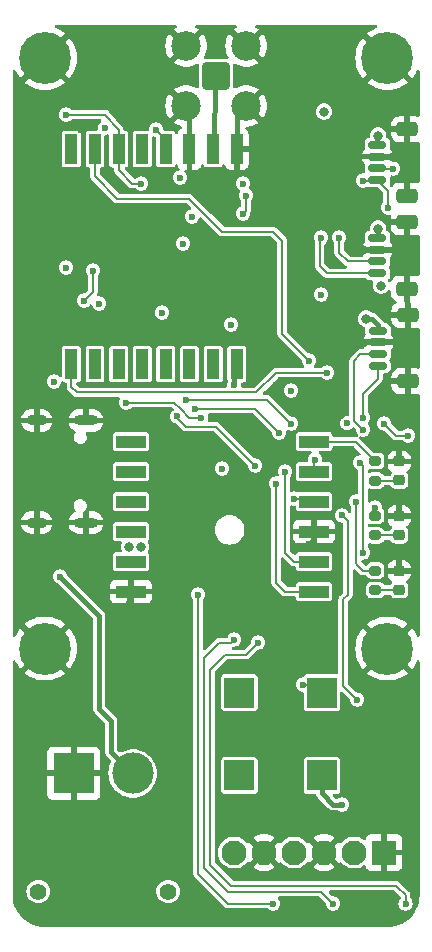
<source format=gtl>
G04 #@! TF.GenerationSoftware,KiCad,Pcbnew,7.0.5*
G04 #@! TF.CreationDate,2023-06-15T17:11:30+02:00*
G04 #@! TF.ProjectId,euroc_controller,6575726f-635f-4636-9f6e-74726f6c6c65,rev?*
G04 #@! TF.SameCoordinates,Original*
G04 #@! TF.FileFunction,Copper,L1,Top*
G04 #@! TF.FilePolarity,Positive*
%FSLAX46Y46*%
G04 Gerber Fmt 4.6, Leading zero omitted, Abs format (unit mm)*
G04 Created by KiCad (PCBNEW 7.0.5) date 2023-06-15 17:11:30*
%MOMM*%
%LPD*%
G01*
G04 APERTURE LIST*
G04 Aperture macros list*
%AMRoundRect*
0 Rectangle with rounded corners*
0 $1 Rounding radius*
0 $2 $3 $4 $5 $6 $7 $8 $9 X,Y pos of 4 corners*
0 Add a 4 corners polygon primitive as box body*
4,1,4,$2,$3,$4,$5,$6,$7,$8,$9,$2,$3,0*
0 Add four circle primitives for the rounded corners*
1,1,$1+$1,$2,$3*
1,1,$1+$1,$4,$5*
1,1,$1+$1,$6,$7*
1,1,$1+$1,$8,$9*
0 Add four rect primitives between the rounded corners*
20,1,$1+$1,$2,$3,$4,$5,0*
20,1,$1+$1,$4,$5,$6,$7,0*
20,1,$1+$1,$6,$7,$8,$9,0*
20,1,$1+$1,$8,$9,$2,$3,0*%
G04 Aperture macros list end*
G04 #@! TA.AperFunction,SMDPad,CuDef*
%ADD10RoundRect,0.150000X-0.625000X0.150000X-0.625000X-0.150000X0.625000X-0.150000X0.625000X0.150000X0*%
G04 #@! TD*
G04 #@! TA.AperFunction,SMDPad,CuDef*
%ADD11RoundRect,0.250000X-0.650000X0.350000X-0.650000X-0.350000X0.650000X-0.350000X0.650000X0.350000X0*%
G04 #@! TD*
G04 #@! TA.AperFunction,SMDPad,CuDef*
%ADD12R,2.500000X1.000000*%
G04 #@! TD*
G04 #@! TA.AperFunction,ComponentPad*
%ADD13C,0.700000*%
G04 #@! TD*
G04 #@! TA.AperFunction,ComponentPad*
%ADD14C,4.400000*%
G04 #@! TD*
G04 #@! TA.AperFunction,SMDPad,CuDef*
%ADD15RoundRect,0.218750X-0.256250X0.218750X-0.256250X-0.218750X0.256250X-0.218750X0.256250X0.218750X0*%
G04 #@! TD*
G04 #@! TA.AperFunction,SMDPad,CuDef*
%ADD16RoundRect,0.200000X-0.275000X0.200000X-0.275000X-0.200000X0.275000X-0.200000X0.275000X0.200000X0*%
G04 #@! TD*
G04 #@! TA.AperFunction,ComponentPad*
%ADD17C,1.400000*%
G04 #@! TD*
G04 #@! TA.AperFunction,ComponentPad*
%ADD18R,3.500000X3.500000*%
G04 #@! TD*
G04 #@! TA.AperFunction,ComponentPad*
%ADD19C,3.500000*%
G04 #@! TD*
G04 #@! TA.AperFunction,ComponentPad*
%ADD20RoundRect,0.200100X-0.949900X-0.949900X0.949900X-0.949900X0.949900X0.949900X-0.949900X0.949900X0*%
G04 #@! TD*
G04 #@! TA.AperFunction,ComponentPad*
%ADD21C,2.500000*%
G04 #@! TD*
G04 #@! TA.AperFunction,ComponentPad*
%ADD22R,2.100000X2.100000*%
G04 #@! TD*
G04 #@! TA.AperFunction,ComponentPad*
%ADD23C,2.100000*%
G04 #@! TD*
G04 #@! TA.AperFunction,SMDPad,CuDef*
%ADD24R,2.500000X2.500000*%
G04 #@! TD*
G04 #@! TA.AperFunction,SMDPad,CuDef*
%ADD25R,1.000000X2.500000*%
G04 #@! TD*
G04 #@! TA.AperFunction,ComponentPad*
%ADD26O,1.700000X0.900000*%
G04 #@! TD*
G04 #@! TA.AperFunction,ComponentPad*
%ADD27O,2.000000X0.900000*%
G04 #@! TD*
G04 #@! TA.AperFunction,ViaPad*
%ADD28C,0.600000*%
G04 #@! TD*
G04 #@! TA.AperFunction,ViaPad*
%ADD29C,0.800000*%
G04 #@! TD*
G04 #@! TA.AperFunction,Conductor*
%ADD30C,0.200000*%
G04 #@! TD*
G04 #@! TA.AperFunction,Conductor*
%ADD31C,0.394300*%
G04 #@! TD*
G04 #@! TA.AperFunction,Conductor*
%ADD32C,0.400000*%
G04 #@! TD*
G04 APERTURE END LIST*
D10*
X195521934Y-62762000D03*
X195521934Y-63762000D03*
X195521934Y-64762000D03*
X195521934Y-65762000D03*
D11*
X198046934Y-61462000D03*
X198046934Y-67062000D03*
D10*
X195525000Y-54882000D03*
X195525000Y-55882000D03*
X195525000Y-56882000D03*
X195525000Y-57882000D03*
D11*
X198050000Y-53582000D03*
X198050000Y-59182000D03*
D12*
X190157945Y-92710000D03*
X190157945Y-90170000D03*
X190157945Y-87630000D03*
X190157945Y-85090000D03*
X190157945Y-82550000D03*
X190157945Y-80010000D03*
X174657945Y-80010000D03*
X174657945Y-82550000D03*
X174657945Y-85090000D03*
X174657945Y-87630000D03*
X174657945Y-90170000D03*
X174657945Y-92710000D03*
D13*
X165714000Y-97536000D03*
X166197274Y-96369274D03*
X166197274Y-98702726D03*
X167364000Y-95886000D03*
D14*
X167364000Y-97536000D03*
D13*
X167364000Y-99186000D03*
X168530726Y-96369274D03*
X168530726Y-98702726D03*
X169014000Y-97536000D03*
D15*
X197358000Y-81699500D03*
X197358000Y-83274500D03*
D16*
X195326000Y-86297000D03*
X195326000Y-87947000D03*
D15*
X197358000Y-90969500D03*
X197358000Y-92544500D03*
D13*
X194714000Y-97536000D03*
X195197274Y-96369274D03*
X195197274Y-98702726D03*
X196364000Y-95886000D03*
D14*
X196364000Y-97536000D03*
D13*
X196364000Y-99186000D03*
X197530726Y-96369274D03*
X197530726Y-98702726D03*
X198014000Y-97536000D03*
D16*
X195326000Y-90932000D03*
X195326000Y-92582000D03*
D17*
X177800000Y-118110000D03*
X166800000Y-118110000D03*
D18*
X169800000Y-108110000D03*
D19*
X174800000Y-108110000D03*
D13*
X194714000Y-47536000D03*
X195197274Y-46369274D03*
X195197274Y-48702726D03*
X196364000Y-45886000D03*
D14*
X196364000Y-47536000D03*
D13*
X196364000Y-49186000D03*
X197530726Y-46369274D03*
X197530726Y-48702726D03*
X198014000Y-47536000D03*
D20*
X181864000Y-49062000D03*
D21*
X179324000Y-46522000D03*
X179324000Y-51602000D03*
X184404000Y-46522000D03*
X184404000Y-51602000D03*
D22*
X196088000Y-114808000D03*
D23*
X193548000Y-114808000D03*
X191008000Y-114808000D03*
X188468000Y-114808000D03*
X185928000Y-114808000D03*
X183388000Y-114808000D03*
D24*
X190825000Y-108275000D03*
X190825000Y-101275000D03*
X183825000Y-101275000D03*
X183825000Y-108275000D03*
D15*
X197358000Y-86334500D03*
X197358000Y-87909500D03*
D25*
X169610000Y-73445000D03*
X171610000Y-73445000D03*
X173610000Y-73445000D03*
X175610000Y-73445000D03*
X177610000Y-73445000D03*
X179610000Y-73445000D03*
X181610000Y-73445000D03*
X183610000Y-73445000D03*
X183610000Y-55245000D03*
X181610000Y-55245000D03*
X179610000Y-55245000D03*
X177610000Y-55245000D03*
X175610000Y-55245000D03*
X173610000Y-55245000D03*
X171610000Y-55245000D03*
X169610000Y-55245000D03*
D13*
X165714000Y-47536000D03*
X166197274Y-46369274D03*
X166197274Y-48702726D03*
X167364000Y-45886000D03*
D14*
X167364000Y-47536000D03*
D13*
X167364000Y-49186000D03*
X168530726Y-46369274D03*
X168530726Y-48702726D03*
X169014000Y-47536000D03*
D10*
X195580000Y-70612000D03*
X195580000Y-71612000D03*
X195580000Y-72612000D03*
X195580000Y-73612000D03*
D11*
X198105000Y-69312000D03*
X198105000Y-74912000D03*
D16*
X195326000Y-81662000D03*
X195326000Y-83312000D03*
D26*
X166670000Y-86870000D03*
D27*
X170840000Y-86870000D03*
D26*
X166670000Y-78230000D03*
D27*
X170840000Y-78230000D03*
D28*
X185420000Y-70612000D03*
X189738000Y-88646000D03*
D29*
X194310000Y-63754000D03*
X194280500Y-71628000D03*
D28*
X179610000Y-55245000D03*
X197358000Y-85598000D03*
X184404000Y-94234000D03*
X180340000Y-84836000D03*
X168148000Y-73660000D03*
X191770000Y-94742000D03*
X192425059Y-77860568D03*
X182372000Y-84074000D03*
X183610000Y-55245000D03*
X183642000Y-103124000D03*
X183134000Y-89916000D03*
X170434000Y-53594000D03*
D29*
X174498000Y-99822000D03*
D28*
X192278000Y-67564000D03*
X182118000Y-94234000D03*
X174498000Y-95631000D03*
X187960000Y-81026000D03*
X189738000Y-103124000D03*
X186690000Y-94234000D03*
X192278000Y-76454000D03*
X178816000Y-60960000D03*
D29*
X198120000Y-69342000D03*
D28*
X186944000Y-75184000D03*
D29*
X198120000Y-67056000D03*
X198120000Y-53594000D03*
X165608000Y-68580000D03*
D28*
X191262000Y-99314000D03*
D29*
X174498000Y-100838000D03*
D28*
X174498000Y-93726000D03*
X195834000Y-103124000D03*
D29*
X174498000Y-98806000D03*
D28*
X197358000Y-80772000D03*
X182626000Y-95758000D03*
D29*
X174498000Y-101854000D03*
D28*
X182626000Y-63246000D03*
D29*
X198120000Y-61468000D03*
X165608000Y-76200000D03*
D28*
X197358000Y-90170000D03*
D29*
X198120000Y-59182000D03*
X198120000Y-74930000D03*
X174498000Y-97790000D03*
D28*
X179832000Y-79756000D03*
D29*
X196850000Y-55880000D03*
D28*
X167640000Y-65278000D03*
D29*
X174498000Y-103886000D03*
X170434000Y-90424000D03*
D28*
X168656000Y-91440000D03*
D29*
X174498000Y-88900000D03*
D28*
X183388000Y-75184000D03*
X183134000Y-70104000D03*
X168148000Y-74930000D03*
X184150000Y-58166000D03*
X188214000Y-75692000D03*
X182372000Y-82296000D03*
X190246000Y-81534000D03*
X190754000Y-67564000D03*
X169164000Y-65278000D03*
X172466000Y-53431500D03*
X188468000Y-84836000D03*
X177292000Y-69088000D03*
X195326000Y-85598000D03*
D29*
X195834000Y-66802000D03*
D28*
X179070000Y-63246000D03*
X179832000Y-60960000D03*
D29*
X191008000Y-52070000D03*
D28*
X192963373Y-78451687D03*
X171958000Y-68326000D03*
X192532000Y-110744000D03*
D29*
X175514000Y-88900000D03*
D28*
X178816000Y-57658000D03*
X189230000Y-100584000D03*
X194056000Y-81788000D03*
X194310000Y-89408000D03*
X184150000Y-60706000D03*
X184404000Y-59182000D03*
X190754000Y-62738000D03*
X192278000Y-62738000D03*
X191262000Y-74168000D03*
X194310000Y-78994000D03*
X194310000Y-77978000D03*
X193710500Y-85090131D03*
X185166000Y-82042000D03*
X178562000Y-77886500D03*
X188214000Y-78486000D03*
X179324000Y-76454000D03*
X196850000Y-56896000D03*
X196433500Y-60198000D03*
X194310000Y-57912000D03*
X176784000Y-53594000D03*
X175610000Y-55245000D03*
X169164000Y-52324000D03*
X175514000Y-58166000D03*
X174244000Y-76708000D03*
X180594000Y-77978000D03*
X171450000Y-65532000D03*
X170688000Y-68072000D03*
X189738000Y-73152000D03*
X193802000Y-101854000D03*
X192532000Y-86268500D03*
X185420000Y-97028000D03*
X197903500Y-119126000D03*
X198120000Y-79502000D03*
X196088000Y-78486000D03*
X183388000Y-96774000D03*
X191770000Y-119126000D03*
X180340000Y-92964000D03*
X186690000Y-119126000D03*
X186944000Y-83566000D03*
X187706000Y-82550000D03*
X187198000Y-79248000D03*
X180086000Y-77216000D03*
D29*
X195580000Y-54102000D03*
X194564000Y-69596000D03*
X195580000Y-61976000D03*
D30*
X183388000Y-96774000D02*
X183134000Y-97028000D01*
X183134000Y-97028000D02*
X182118000Y-97028000D01*
X182118000Y-97028000D02*
X180848000Y-98298000D01*
X180848000Y-98298000D02*
X180848000Y-116078000D01*
X180848000Y-116078000D02*
X182880000Y-118110000D01*
X190754000Y-118110000D02*
X191770000Y-119126000D01*
X182880000Y-118110000D02*
X190754000Y-118110000D01*
D31*
X181864000Y-49062000D02*
X181610000Y-55245000D01*
D30*
X198105000Y-74912000D02*
X198105000Y-74915000D01*
D32*
X194318000Y-63762000D02*
X194310000Y-63754000D01*
X196848000Y-55882000D02*
X196850000Y-55880000D01*
D30*
X198046934Y-67062000D02*
X198114000Y-67062000D01*
D32*
X195521934Y-63762000D02*
X194318000Y-63762000D01*
D30*
X198050000Y-53582000D02*
X198108000Y-53582000D01*
D32*
X174498000Y-93726000D02*
X174498000Y-92869945D01*
D30*
X197358000Y-86334500D02*
X197358000Y-85598000D01*
X198108000Y-53582000D02*
X198120000Y-53594000D01*
X198050000Y-59182000D02*
X198120000Y-59182000D01*
X197358000Y-90969500D02*
X197358000Y-90170000D01*
X198105000Y-69312000D02*
X198105000Y-69327000D01*
D32*
X194296500Y-71612000D02*
X194280500Y-71628000D01*
X174498000Y-92869945D02*
X174657945Y-92710000D01*
X179610000Y-51888000D02*
X179324000Y-51602000D01*
D30*
X198105000Y-69327000D02*
X198120000Y-69342000D01*
D32*
X190157945Y-88226055D02*
X189738000Y-88646000D01*
X183610000Y-55245000D02*
X183610000Y-52396000D01*
X195580000Y-71612000D02*
X194296500Y-71612000D01*
D30*
X197358000Y-81699500D02*
X197358000Y-80772000D01*
X198114000Y-67062000D02*
X198120000Y-67056000D01*
D32*
X190157945Y-87630000D02*
X190157945Y-88226055D01*
D30*
X198105000Y-74915000D02*
X198120000Y-74930000D01*
X198046934Y-61462000D02*
X198114000Y-61462000D01*
D32*
X195525000Y-55882000D02*
X196848000Y-55882000D01*
X183610000Y-52396000D02*
X184404000Y-51602000D01*
X179610000Y-55245000D02*
X179610000Y-51888000D01*
D30*
X198114000Y-61462000D02*
X198120000Y-61468000D01*
D32*
X172974000Y-106284000D02*
X174800000Y-108110000D01*
X171958000Y-102616000D02*
X172974000Y-103632000D01*
X168656000Y-91440000D02*
X171958000Y-94742000D01*
X172974000Y-103632000D02*
X172974000Y-106284000D01*
X171958000Y-94742000D02*
X171958000Y-102616000D01*
D30*
X189903945Y-84836000D02*
X190157945Y-85090000D01*
D32*
X191770000Y-110744000D02*
X192532000Y-110744000D01*
X190825000Y-109799000D02*
X191770000Y-110744000D01*
D30*
X195326000Y-86297000D02*
X195326000Y-85598000D01*
X190157945Y-81622055D02*
X190246000Y-81534000D01*
X190157945Y-82550000D02*
X190157945Y-81622055D01*
D32*
X183388000Y-75184000D02*
X183388000Y-73667000D01*
D30*
X188468000Y-84836000D02*
X189903945Y-84836000D01*
D32*
X190825000Y-108275000D02*
X190825000Y-109799000D01*
X183388000Y-73667000D02*
X183610000Y-73445000D01*
D30*
X189230000Y-100584000D02*
X190134000Y-100584000D01*
X190134000Y-100584000D02*
X190825000Y-101275000D01*
X197320500Y-87947000D02*
X197358000Y-87909500D01*
X195326000Y-87947000D02*
X197320500Y-87947000D01*
X194310000Y-89408000D02*
X194310000Y-82042000D01*
X194310000Y-82042000D02*
X194056000Y-81788000D01*
X195326000Y-83312000D02*
X197320500Y-83312000D01*
X197320500Y-83312000D02*
X197358000Y-83274500D01*
X184404000Y-60452000D02*
X184150000Y-60706000D01*
X184404000Y-59182000D02*
X184404000Y-60452000D01*
X191238000Y-65762000D02*
X190628000Y-65152000D01*
X195521934Y-65762000D02*
X191238000Y-65762000D01*
X190628000Y-64008000D02*
X190628000Y-62864000D01*
X190628000Y-62864000D02*
X190754000Y-62738000D01*
X190628000Y-65152000D02*
X190628000Y-64008000D01*
X192278000Y-62738000D02*
X192278000Y-64008000D01*
X193032000Y-64762000D02*
X195521934Y-64762000D01*
X192278000Y-64008000D02*
X193032000Y-64762000D01*
X169610000Y-75376000D02*
X169610000Y-73445000D01*
X186944000Y-74168000D02*
X185258000Y-75854000D01*
X185258000Y-75854000D02*
X170088000Y-75854000D01*
X191262000Y-74168000D02*
X186944000Y-74168000D01*
X170088000Y-75854000D02*
X169610000Y-75376000D01*
X190157945Y-80010000D02*
X193674000Y-80010000D01*
X193674000Y-80010000D02*
X195326000Y-81662000D01*
X194088000Y-72612000D02*
X195580000Y-72612000D01*
X193548000Y-78232000D02*
X193548000Y-73152000D01*
X193548000Y-73152000D02*
X194088000Y-72612000D01*
X194310000Y-78994000D02*
X193548000Y-78232000D01*
X195580000Y-74676000D02*
X195580000Y-73612000D01*
X194310000Y-77978000D02*
X194310000Y-75946000D01*
X194310000Y-75946000D02*
X195580000Y-74676000D01*
X195326000Y-92582000D02*
X197320500Y-92582000D01*
X197320500Y-92582000D02*
X197358000Y-92544500D01*
X193802000Y-90424000D02*
X194310000Y-90932000D01*
X193710500Y-85090131D02*
X193710500Y-90332500D01*
X194310000Y-90932000D02*
X195326000Y-90932000D01*
X193710500Y-90332500D02*
X193802000Y-90424000D01*
X181864000Y-78740000D02*
X185166000Y-82042000D01*
X178562000Y-77886500D02*
X178562000Y-77978000D01*
X179324000Y-78740000D02*
X181864000Y-78740000D01*
X178562000Y-77978000D02*
X179324000Y-78740000D01*
X186182000Y-76454000D02*
X188214000Y-78486000D01*
X181356000Y-76454000D02*
X186182000Y-76454000D01*
X181356000Y-76454000D02*
X179324000Y-76454000D01*
X195539000Y-56896000D02*
X195525000Y-56882000D01*
X196850000Y-56896000D02*
X195539000Y-56896000D01*
X196433500Y-58790500D02*
X196433500Y-60198000D01*
X195495000Y-57912000D02*
X195525000Y-57882000D01*
X194310000Y-57912000D02*
X195495000Y-57912000D01*
X195525000Y-57882000D02*
X196433500Y-58790500D01*
X177610000Y-54420000D02*
X176784000Y-53594000D01*
X177610000Y-55245000D02*
X177610000Y-54420000D01*
X173610000Y-55245000D02*
X173610000Y-57024000D01*
X169164000Y-52324000D02*
X172466000Y-52324000D01*
X174752000Y-58166000D02*
X175514000Y-58166000D01*
X172466000Y-52324000D02*
X173610000Y-53594000D01*
X173610000Y-53594000D02*
X173610000Y-55245000D01*
X173610000Y-57024000D02*
X174752000Y-58166000D01*
X178308000Y-76708000D02*
X174244000Y-76708000D01*
X171450000Y-67310000D02*
X171450000Y-65532000D01*
X179578000Y-77978000D02*
X178887000Y-77287000D01*
X170688000Y-68072000D02*
X171450000Y-67310000D01*
X178887000Y-77287000D02*
X178308000Y-76708000D01*
X180594000Y-77978000D02*
X179578000Y-77978000D01*
X187452000Y-70866000D02*
X189738000Y-73152000D01*
X187452000Y-62992000D02*
X187452000Y-70866000D01*
X179578000Y-59436000D02*
X182372000Y-62230000D01*
X173482000Y-59436000D02*
X179578000Y-59436000D01*
X171610000Y-57564000D02*
X173482000Y-59436000D01*
X182372000Y-62230000D02*
X186690000Y-62230000D01*
X186690000Y-62230000D02*
X187452000Y-62992000D01*
X171610000Y-55245000D02*
X171610000Y-57564000D01*
X192624000Y-93726000D02*
X192624000Y-93380000D01*
X192624000Y-93380000D02*
X193040000Y-92964000D01*
X193040000Y-92964000D02*
X193040000Y-87376000D01*
X192624000Y-93726000D02*
X192624000Y-100676000D01*
X193040000Y-86776500D02*
X193040000Y-87376000D01*
X192532000Y-86268500D02*
X193040000Y-86776500D01*
X193802000Y-101854000D02*
X192624000Y-100676000D01*
X198120000Y-79502000D02*
X197104000Y-79502000D01*
X181356000Y-115824000D02*
X181356000Y-99314000D01*
X197104000Y-79502000D02*
X196088000Y-78486000D01*
X183134000Y-117602000D02*
X181356000Y-115824000D01*
X197903500Y-119126000D02*
X197903500Y-118401500D01*
X182626000Y-98044000D02*
X184404000Y-98044000D01*
X197104000Y-117602000D02*
X183134000Y-117602000D01*
X197903500Y-118401500D02*
X197104000Y-117602000D01*
X184404000Y-98044000D02*
X185420000Y-97028000D01*
X181356000Y-99314000D02*
X182626000Y-98044000D01*
X180340000Y-95504000D02*
X180340000Y-94234000D01*
X180340000Y-94234000D02*
X180340000Y-92964000D01*
X180340000Y-116586000D02*
X180340000Y-95504000D01*
X182880000Y-119126000D02*
X181356000Y-117602000D01*
X181356000Y-117602000D02*
X180340000Y-116586000D01*
X186690000Y-119126000D02*
X182880000Y-119126000D01*
X186944000Y-83566000D02*
X186944000Y-91948000D01*
X186944000Y-91948000D02*
X187706000Y-92710000D01*
X187706000Y-92710000D02*
X190157945Y-92710000D01*
X187706000Y-82550000D02*
X187706000Y-89408000D01*
X188468000Y-90170000D02*
X190157945Y-90170000D01*
X187706000Y-89408000D02*
X188468000Y-90170000D01*
X181356000Y-77216000D02*
X180086000Y-77216000D01*
X185166000Y-77216000D02*
X187198000Y-79248000D01*
X181356000Y-77216000D02*
X185166000Y-77216000D01*
D32*
X195525000Y-54157000D02*
X195580000Y-54102000D01*
X195525000Y-54882000D02*
X195525000Y-54157000D01*
X195580000Y-70104000D02*
X195072000Y-69596000D01*
X195072000Y-69596000D02*
X194564000Y-69596000D01*
X195580000Y-70612000D02*
X195580000Y-70104000D01*
X195580000Y-62703934D02*
X195521934Y-62762000D01*
X195580000Y-61976000D02*
X195580000Y-62703934D01*
G04 #@! TA.AperFunction,Conductor*
G36*
X178492979Y-44770185D02*
G01*
X178538734Y-44822989D01*
X178548678Y-44892147D01*
X178519653Y-44955703D01*
X178479742Y-44986220D01*
X178446550Y-45002204D01*
X178446546Y-45002206D01*
X178274832Y-45119278D01*
X178925390Y-45769838D01*
X178806569Y-45841331D01*
X178672342Y-45968477D01*
X178569138Y-46120691D01*
X177921874Y-45473428D01*
X177874027Y-45533426D01*
X177742883Y-45760573D01*
X177647058Y-46004729D01*
X177588693Y-46260449D01*
X177588692Y-46260454D01*
X177569093Y-46521995D01*
X177569093Y-46522004D01*
X177588692Y-46783545D01*
X177588693Y-46783550D01*
X177647058Y-47039270D01*
X177742883Y-47283426D01*
X177742882Y-47283426D01*
X177874030Y-47510577D01*
X177921873Y-47570571D01*
X178572766Y-46919678D01*
X178616316Y-47001822D01*
X178736009Y-47142735D01*
X178883195Y-47254623D01*
X178925402Y-47274150D01*
X178274831Y-47924720D01*
X178446546Y-48041793D01*
X178446550Y-48041795D01*
X178682854Y-48155594D01*
X178682858Y-48155595D01*
X178933494Y-48232907D01*
X178933500Y-48232909D01*
X179192848Y-48271999D01*
X179192857Y-48272000D01*
X179455143Y-48272000D01*
X179455151Y-48271999D01*
X179714499Y-48232909D01*
X179714505Y-48232907D01*
X179965143Y-48155595D01*
X180201445Y-48041798D01*
X180201459Y-48041790D01*
X180219647Y-48029390D01*
X180286125Y-48007888D01*
X180353676Y-48025741D01*
X180400851Y-48077280D01*
X180413500Y-48131842D01*
X180413500Y-49992157D01*
X180393815Y-50059196D01*
X180341011Y-50104951D01*
X180271853Y-50114895D01*
X180219650Y-50094612D01*
X180201451Y-50082205D01*
X180201445Y-50082201D01*
X179965142Y-49968404D01*
X179965144Y-49968404D01*
X179714505Y-49891092D01*
X179714499Y-49891090D01*
X179455151Y-49852000D01*
X179192848Y-49852000D01*
X178933500Y-49891090D01*
X178933494Y-49891092D01*
X178682858Y-49968404D01*
X178682854Y-49968405D01*
X178446550Y-50082204D01*
X178446546Y-50082206D01*
X178274832Y-50199278D01*
X178925391Y-50849837D01*
X178806569Y-50921331D01*
X178672342Y-51048477D01*
X178569138Y-51200691D01*
X177921873Y-50553427D01*
X177874029Y-50613423D01*
X177742883Y-50840573D01*
X177647058Y-51084729D01*
X177588693Y-51340449D01*
X177588692Y-51340454D01*
X177569093Y-51601995D01*
X177569093Y-51602004D01*
X177588692Y-51863545D01*
X177588693Y-51863550D01*
X177647058Y-52119270D01*
X177742883Y-52363426D01*
X177742882Y-52363426D01*
X177874030Y-52590577D01*
X177921873Y-52650571D01*
X177921874Y-52650571D01*
X178572766Y-51999679D01*
X178616316Y-52081822D01*
X178736009Y-52222735D01*
X178883195Y-52334623D01*
X178925401Y-52354149D01*
X178274831Y-53004720D01*
X178446546Y-53121793D01*
X178446550Y-53121795D01*
X178682854Y-53235594D01*
X178682858Y-53235595D01*
X178899852Y-53302530D01*
X178958111Y-53341100D01*
X178986269Y-53405045D01*
X178975385Y-53474062D01*
X178928916Y-53526239D01*
X178906636Y-53537203D01*
X178867912Y-53551646D01*
X178867906Y-53551649D01*
X178752812Y-53637809D01*
X178752809Y-53637812D01*
X178666649Y-53752906D01*
X178666646Y-53752911D01*
X178619732Y-53878694D01*
X178577860Y-53934627D01*
X178512396Y-53959044D01*
X178444123Y-53944192D01*
X178394718Y-53894787D01*
X178390127Y-53885471D01*
X178362206Y-53822235D01*
X178282765Y-53742794D01*
X178282763Y-53742793D01*
X178179992Y-53697415D01*
X178154868Y-53694500D01*
X178154865Y-53694500D01*
X177511658Y-53694500D01*
X177444619Y-53674815D01*
X177398864Y-53622011D01*
X177388719Y-53586685D01*
X177373186Y-53468697D01*
X177369044Y-53437238D01*
X177308536Y-53291159D01*
X177212282Y-53165718D01*
X177086841Y-53069464D01*
X176940762Y-53008956D01*
X176940760Y-53008955D01*
X176784001Y-52988318D01*
X176783999Y-52988318D01*
X176627239Y-53008955D01*
X176627237Y-53008956D01*
X176481160Y-53069463D01*
X176355718Y-53165718D01*
X176259463Y-53291160D01*
X176198956Y-53437237D01*
X176198956Y-53437238D01*
X176197323Y-53449641D01*
X176179280Y-53586686D01*
X176151013Y-53650582D01*
X176092688Y-53689053D01*
X176056341Y-53694500D01*
X175065143Y-53694500D01*
X175065117Y-53694502D01*
X175040012Y-53697413D01*
X175040008Y-53697415D01*
X174937235Y-53742793D01*
X174857794Y-53822234D01*
X174812415Y-53925006D01*
X174812415Y-53925008D01*
X174809500Y-53950131D01*
X174809500Y-56539856D01*
X174809502Y-56539882D01*
X174812413Y-56564987D01*
X174812415Y-56564991D01*
X174857793Y-56667764D01*
X174857794Y-56667765D01*
X174937235Y-56747206D01*
X175040009Y-56792585D01*
X175065135Y-56795500D01*
X176154864Y-56795499D01*
X176154879Y-56795497D01*
X176154882Y-56795497D01*
X176179987Y-56792586D01*
X176179988Y-56792585D01*
X176179991Y-56792585D01*
X176282765Y-56747206D01*
X176362206Y-56667765D01*
X176407585Y-56564991D01*
X176410500Y-56539865D01*
X176410499Y-54274845D01*
X176430184Y-54207807D01*
X176482987Y-54162052D01*
X176552146Y-54152108D01*
X176581943Y-54160282D01*
X176627238Y-54179044D01*
X176701685Y-54188845D01*
X176765582Y-54217111D01*
X176804053Y-54275436D01*
X176809500Y-54311784D01*
X176809500Y-56539856D01*
X176809502Y-56539882D01*
X176812413Y-56564987D01*
X176812415Y-56564991D01*
X176857793Y-56667764D01*
X176857794Y-56667765D01*
X176937235Y-56747206D01*
X177040009Y-56792585D01*
X177065135Y-56795500D01*
X178154864Y-56795499D01*
X178154879Y-56795497D01*
X178154882Y-56795497D01*
X178179987Y-56792586D01*
X178179988Y-56792585D01*
X178179991Y-56792585D01*
X178282765Y-56747206D01*
X178362206Y-56667765D01*
X178390117Y-56604550D01*
X178435200Y-56551177D01*
X178501986Y-56530649D01*
X178569269Y-56549487D01*
X178615686Y-56601709D01*
X178619732Y-56611306D01*
X178666645Y-56737086D01*
X178666649Y-56737093D01*
X178752809Y-56852187D01*
X178759082Y-56858460D01*
X178756435Y-56861106D01*
X178787742Y-56902920D01*
X178792732Y-56972611D01*
X178759252Y-57033937D01*
X178697932Y-57067427D01*
X178687751Y-57069202D01*
X178659238Y-57072956D01*
X178659237Y-57072956D01*
X178513160Y-57133463D01*
X178387718Y-57229718D01*
X178291463Y-57355160D01*
X178230956Y-57501237D01*
X178230955Y-57501239D01*
X178210318Y-57657998D01*
X178210318Y-57658001D01*
X178230955Y-57814760D01*
X178230956Y-57814762D01*
X178271232Y-57911998D01*
X178291464Y-57960841D01*
X178387718Y-58086282D01*
X178513159Y-58182536D01*
X178659238Y-58243044D01*
X178737619Y-58253363D01*
X178815999Y-58263682D01*
X178816000Y-58263682D01*
X178816001Y-58263682D01*
X178868254Y-58256802D01*
X178972762Y-58243044D01*
X179118841Y-58182536D01*
X179244282Y-58086282D01*
X179340536Y-57960841D01*
X179401044Y-57814762D01*
X179421682Y-57658000D01*
X179420273Y-57647301D01*
X179401044Y-57501239D01*
X179401044Y-57501238D01*
X179340536Y-57355159D01*
X179244282Y-57229718D01*
X179244280Y-57229717D01*
X179244280Y-57229716D01*
X179235832Y-57223234D01*
X179228196Y-57217375D01*
X179186994Y-57160949D01*
X179182839Y-57091203D01*
X179217051Y-57030282D01*
X179278768Y-56997529D01*
X179303683Y-56995000D01*
X179360000Y-56995000D01*
X179360000Y-55452871D01*
X179379685Y-55385832D01*
X179432489Y-55340077D01*
X179501647Y-55330133D01*
X179565203Y-55359158D01*
X179577943Y-55372000D01*
X179578000Y-55372000D01*
X179736000Y-55372000D01*
X179803039Y-55391685D01*
X179848794Y-55444489D01*
X179860000Y-55496000D01*
X179860000Y-56995000D01*
X180157828Y-56995000D01*
X180157844Y-56994999D01*
X180217372Y-56988598D01*
X180217379Y-56988596D01*
X180352086Y-56938354D01*
X180352093Y-56938350D01*
X180467187Y-56852190D01*
X180467190Y-56852187D01*
X180553350Y-56737093D01*
X180553354Y-56737086D01*
X180600267Y-56611306D01*
X180642138Y-56555372D01*
X180707602Y-56530955D01*
X180775875Y-56545806D01*
X180825281Y-56595211D01*
X180829883Y-56604553D01*
X180857793Y-56667764D01*
X180857794Y-56667765D01*
X180937235Y-56747206D01*
X181040009Y-56792585D01*
X181065135Y-56795500D01*
X182154864Y-56795499D01*
X182154879Y-56795497D01*
X182154882Y-56795497D01*
X182179987Y-56792586D01*
X182179988Y-56792585D01*
X182179991Y-56792585D01*
X182282765Y-56747206D01*
X182362206Y-56667765D01*
X182390117Y-56604550D01*
X182435200Y-56551177D01*
X182501986Y-56530649D01*
X182569269Y-56549487D01*
X182615686Y-56601709D01*
X182619732Y-56611306D01*
X182666645Y-56737086D01*
X182666649Y-56737093D01*
X182752809Y-56852187D01*
X182752812Y-56852190D01*
X182867906Y-56938350D01*
X182867913Y-56938354D01*
X183002620Y-56988596D01*
X183002627Y-56988598D01*
X183062155Y-56994999D01*
X183062172Y-56995000D01*
X183360000Y-56995000D01*
X183360000Y-55496000D01*
X183360294Y-55495000D01*
X183860000Y-55495000D01*
X183860000Y-56995000D01*
X184157828Y-56995000D01*
X184157844Y-56994999D01*
X184217372Y-56988598D01*
X184217379Y-56988596D01*
X184352086Y-56938354D01*
X184352093Y-56938350D01*
X184467187Y-56852190D01*
X184467190Y-56852187D01*
X184553350Y-56737093D01*
X184553354Y-56737086D01*
X184603596Y-56602379D01*
X184603598Y-56602372D01*
X184609999Y-56542844D01*
X184610000Y-56542827D01*
X184610000Y-55631998D01*
X194252704Y-55631998D01*
X194252705Y-55632000D01*
X196797295Y-55632000D01*
X196797295Y-55631998D01*
X196797100Y-55629513D01*
X196751281Y-55471801D01*
X196667685Y-55330447D01*
X196667678Y-55330438D01*
X196615489Y-55278249D01*
X196582004Y-55216926D01*
X196586128Y-55149613D01*
X196597646Y-55116699D01*
X196600500Y-55086266D01*
X196600500Y-54677734D01*
X196597646Y-54647301D01*
X196597646Y-54647300D01*
X196597646Y-54647298D01*
X196564006Y-54551163D01*
X196552793Y-54519118D01*
X196472150Y-54409850D01*
X196362882Y-54329207D01*
X196356492Y-54326971D01*
X196299719Y-54286251D01*
X196273972Y-54221298D01*
X196274353Y-54194989D01*
X196285645Y-54102000D01*
X196265140Y-53933128D01*
X196226788Y-53832000D01*
X196650001Y-53832000D01*
X196650001Y-53981986D01*
X196660494Y-54084697D01*
X196715641Y-54251119D01*
X196715643Y-54251124D01*
X196807684Y-54400345D01*
X196931654Y-54524315D01*
X197080875Y-54616356D01*
X197080880Y-54616358D01*
X197247302Y-54671505D01*
X197247309Y-54671506D01*
X197350019Y-54681999D01*
X197799999Y-54681999D01*
X197800000Y-54681998D01*
X197800000Y-53832000D01*
X196650001Y-53832000D01*
X196226788Y-53832000D01*
X196204818Y-53774070D01*
X196190209Y-53752906D01*
X196164654Y-53715883D01*
X196108183Y-53634071D01*
X195998841Y-53537203D01*
X195980849Y-53521263D01*
X195830226Y-53442210D01*
X195665056Y-53401500D01*
X195494944Y-53401500D01*
X195329773Y-53442210D01*
X195179150Y-53521263D01*
X195051816Y-53634072D01*
X194955182Y-53774068D01*
X194894860Y-53933125D01*
X194894859Y-53933130D01*
X194874355Y-54102000D01*
X194874354Y-54102000D01*
X194881162Y-54158062D01*
X194869701Y-54226985D01*
X194822798Y-54278771D01*
X194799022Y-54290049D01*
X194687117Y-54329207D01*
X194577850Y-54409850D01*
X194497207Y-54519117D01*
X194497206Y-54519119D01*
X194452353Y-54647298D01*
X194452353Y-54647300D01*
X194449500Y-54677730D01*
X194449500Y-55086269D01*
X194452353Y-55116694D01*
X194452354Y-55116701D01*
X194463871Y-55149615D01*
X194467432Y-55219394D01*
X194434512Y-55278248D01*
X194382317Y-55330443D01*
X194382313Y-55330449D01*
X194298718Y-55471801D01*
X194252899Y-55629513D01*
X194252704Y-55631998D01*
X184610000Y-55631998D01*
X184610000Y-55495000D01*
X183860000Y-55495000D01*
X183360294Y-55495000D01*
X183379685Y-55428961D01*
X183432489Y-55383206D01*
X183484000Y-55372000D01*
X183641999Y-55372000D01*
X183642000Y-55372000D01*
X183617117Y-55060969D01*
X183622448Y-55035428D01*
X183617023Y-55026986D01*
X183612395Y-55001940D01*
X183591672Y-54742901D01*
X183476623Y-53304790D01*
X183490898Y-53236399D01*
X183539885Y-53186579D01*
X183608030Y-53171152D01*
X183654029Y-53183186D01*
X183762855Y-53235594D01*
X183762861Y-53235597D01*
X183838704Y-53258991D01*
X183896963Y-53297561D01*
X183925121Y-53361505D01*
X183914239Y-53430522D01*
X183889837Y-53465163D01*
X183860000Y-53495000D01*
X183860000Y-54992051D01*
X183859330Y-54994330D01*
X183860000Y-54995000D01*
X184610000Y-54995000D01*
X184610000Y-53947172D01*
X184609999Y-53947155D01*
X184603598Y-53887627D01*
X184603596Y-53887620D01*
X184553354Y-53752913D01*
X184553350Y-53752906D01*
X184467190Y-53637812D01*
X184467187Y-53637809D01*
X184383641Y-53575266D01*
X184341770Y-53519332D01*
X184336786Y-53449641D01*
X184370272Y-53388318D01*
X184431595Y-53354834D01*
X184457952Y-53352000D01*
X184535143Y-53352000D01*
X184535151Y-53351999D01*
X184667837Y-53332000D01*
X196650000Y-53332000D01*
X197800000Y-53332000D01*
X197800000Y-52482000D01*
X197350028Y-52482000D01*
X197350012Y-52482001D01*
X197247302Y-52492494D01*
X197080880Y-52547641D01*
X197080875Y-52547643D01*
X196931654Y-52639684D01*
X196807684Y-52763654D01*
X196715643Y-52912875D01*
X196715641Y-52912880D01*
X196660494Y-53079302D01*
X196660493Y-53079309D01*
X196650000Y-53182013D01*
X196650000Y-53332000D01*
X184667837Y-53332000D01*
X184794499Y-53312909D01*
X184794505Y-53312907D01*
X185045143Y-53235595D01*
X185281445Y-53121798D01*
X185281456Y-53121791D01*
X185453167Y-53004720D01*
X184802609Y-52354161D01*
X184921431Y-52282669D01*
X185055658Y-52155523D01*
X185158861Y-52003308D01*
X185806124Y-52650571D01*
X185853974Y-52590570D01*
X185985116Y-52363426D01*
X186080941Y-52119270D01*
X186092186Y-52070000D01*
X190302355Y-52070000D01*
X190304256Y-52085653D01*
X190322859Y-52238869D01*
X190322860Y-52238874D01*
X190383182Y-52397931D01*
X190410165Y-52437022D01*
X190479817Y-52537929D01*
X190539237Y-52590570D01*
X190607150Y-52650736D01*
X190747696Y-52724500D01*
X190757775Y-52729790D01*
X190922944Y-52770500D01*
X191093056Y-52770500D01*
X191258225Y-52729790D01*
X191337692Y-52688081D01*
X191408849Y-52650736D01*
X191408850Y-52650734D01*
X191408852Y-52650734D01*
X191536183Y-52537929D01*
X191632818Y-52397930D01*
X191693140Y-52238872D01*
X191713645Y-52070000D01*
X191693140Y-51901128D01*
X191632818Y-51742070D01*
X191631614Y-51740326D01*
X191568085Y-51648289D01*
X191536183Y-51602071D01*
X191408852Y-51489266D01*
X191408849Y-51489263D01*
X191258226Y-51410210D01*
X191093056Y-51369500D01*
X190922944Y-51369500D01*
X190757773Y-51410210D01*
X190607150Y-51489263D01*
X190479816Y-51602072D01*
X190383182Y-51742068D01*
X190322860Y-51901125D01*
X190322859Y-51901130D01*
X190306904Y-52032532D01*
X190302355Y-52070000D01*
X186092186Y-52070000D01*
X186139306Y-51863550D01*
X186139307Y-51863545D01*
X186158907Y-51602004D01*
X186158907Y-51601995D01*
X186139307Y-51340454D01*
X186139306Y-51340449D01*
X186080941Y-51084729D01*
X185985116Y-50840573D01*
X185985117Y-50840573D01*
X185853971Y-50613426D01*
X185806125Y-50553427D01*
X185155232Y-51204319D01*
X185111684Y-51122178D01*
X184991991Y-50981265D01*
X184844805Y-50869377D01*
X184802596Y-50849849D01*
X185453167Y-50199278D01*
X185281447Y-50082202D01*
X185281445Y-50082201D01*
X185045142Y-49968404D01*
X185045144Y-49968404D01*
X184794505Y-49891092D01*
X184794499Y-49891090D01*
X184535151Y-49852000D01*
X184272848Y-49852000D01*
X184013500Y-49891090D01*
X184013494Y-49891092D01*
X183762858Y-49968404D01*
X183762854Y-49968405D01*
X183526550Y-50082204D01*
X183526542Y-50082209D01*
X183508348Y-50094613D01*
X183441868Y-50116112D01*
X183374319Y-50098257D01*
X183327146Y-50046715D01*
X183314499Y-49992162D01*
X183314499Y-48131840D01*
X183334184Y-48064802D01*
X183386988Y-48019047D01*
X183456146Y-48009103D01*
X183508351Y-48029388D01*
X183526544Y-48041792D01*
X183526550Y-48041795D01*
X183762854Y-48155594D01*
X183762858Y-48155595D01*
X184013494Y-48232907D01*
X184013500Y-48232909D01*
X184272848Y-48271999D01*
X184272857Y-48272000D01*
X184535143Y-48272000D01*
X184535151Y-48271999D01*
X184794499Y-48232909D01*
X184794505Y-48232907D01*
X185045143Y-48155595D01*
X185281445Y-48041798D01*
X185281456Y-48041791D01*
X185453167Y-47924720D01*
X184802609Y-47274162D01*
X184921431Y-47202669D01*
X185055658Y-47075523D01*
X185158861Y-46923308D01*
X185806124Y-47570571D01*
X185853974Y-47510570D01*
X185985116Y-47283426D01*
X186080941Y-47039270D01*
X186139306Y-46783550D01*
X186139307Y-46783545D01*
X186158907Y-46522004D01*
X186158907Y-46521995D01*
X186139307Y-46260454D01*
X186139306Y-46260449D01*
X186080941Y-46004729D01*
X185985116Y-45760573D01*
X185985117Y-45760573D01*
X185853971Y-45533426D01*
X185806125Y-45473427D01*
X185155232Y-46124319D01*
X185111684Y-46042178D01*
X184991991Y-45901265D01*
X184844805Y-45789377D01*
X184802596Y-45769848D01*
X185453167Y-45119278D01*
X185281449Y-45002203D01*
X185248259Y-44986220D01*
X185196400Y-44939397D01*
X185178087Y-44871970D01*
X185199135Y-44805346D01*
X185252861Y-44760678D01*
X185302061Y-44750500D01*
X195412714Y-44750500D01*
X195479753Y-44770185D01*
X195525508Y-44822989D01*
X195535452Y-44892147D01*
X195506427Y-44955703D01*
X195449604Y-44992885D01*
X195404835Y-45006835D01*
X195404824Y-45006839D01*
X195106958Y-45140897D01*
X195106956Y-45140898D01*
X194827423Y-45309881D01*
X194639030Y-45457476D01*
X194639030Y-45457477D01*
X195780693Y-46599140D01*
X195766590Y-46606411D01*
X195601460Y-46736271D01*
X195463890Y-46895035D01*
X195429334Y-46954887D01*
X194889370Y-46414923D01*
X194997274Y-46414923D01*
X195036887Y-46497179D01*
X195108266Y-46554101D01*
X195174742Y-46569274D01*
X195219806Y-46569274D01*
X195286282Y-46554101D01*
X195357661Y-46497179D01*
X195397274Y-46414923D01*
X195397274Y-46323625D01*
X195357661Y-46241369D01*
X195286282Y-46184447D01*
X195219806Y-46169274D01*
X195174742Y-46169274D01*
X195108266Y-46184447D01*
X195036887Y-46241369D01*
X194997274Y-46323625D01*
X194997274Y-46414923D01*
X194889370Y-46414923D01*
X194285477Y-45811030D01*
X194285476Y-45811030D01*
X194137881Y-45999423D01*
X193968898Y-46278956D01*
X193968897Y-46278958D01*
X193834839Y-46576824D01*
X193834835Y-46576835D01*
X193737667Y-46888658D01*
X193678786Y-47209961D01*
X193659065Y-47536000D01*
X193678786Y-47862038D01*
X193737667Y-48183341D01*
X193834835Y-48495164D01*
X193834839Y-48495175D01*
X193968897Y-48793041D01*
X193968898Y-48793043D01*
X194137887Y-49072586D01*
X194285477Y-49260968D01*
X194798070Y-48748375D01*
X194997274Y-48748375D01*
X195036887Y-48830631D01*
X195108266Y-48887553D01*
X195174742Y-48902726D01*
X195219806Y-48902726D01*
X195286282Y-48887553D01*
X195357661Y-48830631D01*
X195397274Y-48748375D01*
X195397274Y-48657077D01*
X195357661Y-48574821D01*
X195286282Y-48517899D01*
X195219806Y-48502726D01*
X195174742Y-48502726D01*
X195108266Y-48517899D01*
X195036887Y-48574821D01*
X194997274Y-48657077D01*
X194997274Y-48748375D01*
X194798070Y-48748375D01*
X195428211Y-48118235D01*
X195528894Y-48259624D01*
X195680932Y-48404592D01*
X195783222Y-48470330D01*
X194639030Y-49614521D01*
X194639030Y-49614522D01*
X194827414Y-49762112D01*
X194827423Y-49762118D01*
X195106956Y-49931101D01*
X195106958Y-49931102D01*
X195404824Y-50065160D01*
X195404835Y-50065164D01*
X195716658Y-50162332D01*
X196037961Y-50221213D01*
X196364000Y-50240934D01*
X196690038Y-50221213D01*
X197011341Y-50162332D01*
X197323164Y-50065164D01*
X197323175Y-50065160D01*
X197621041Y-49931102D01*
X197621043Y-49931101D01*
X197900576Y-49762118D01*
X197900584Y-49762112D01*
X198088968Y-49614522D01*
X198088968Y-49614521D01*
X197222822Y-48748375D01*
X197330726Y-48748375D01*
X197370339Y-48830631D01*
X197441718Y-48887553D01*
X197508194Y-48902726D01*
X197553258Y-48902726D01*
X197619734Y-48887553D01*
X197691113Y-48830631D01*
X197730726Y-48748375D01*
X197730726Y-48657077D01*
X197691113Y-48574821D01*
X197619734Y-48517899D01*
X197553258Y-48502726D01*
X197508194Y-48502726D01*
X197441718Y-48517899D01*
X197370339Y-48574821D01*
X197330726Y-48657077D01*
X197330726Y-48748375D01*
X197222822Y-48748375D01*
X196947306Y-48472859D01*
X196961410Y-48465589D01*
X197126540Y-48335729D01*
X197264110Y-48176965D01*
X197298665Y-48117112D01*
X198442521Y-49260968D01*
X198442522Y-49260968D01*
X198590112Y-49072584D01*
X198590118Y-49072576D01*
X198759101Y-48793043D01*
X198759102Y-48793041D01*
X198852424Y-48585688D01*
X198897888Y-48532634D01*
X198964818Y-48512581D01*
X199031965Y-48531897D01*
X199078010Y-48584448D01*
X199089500Y-48636579D01*
X199089500Y-52399243D01*
X199069815Y-52466282D01*
X199017011Y-52512037D01*
X198947853Y-52521981D01*
X198926496Y-52516949D01*
X198852697Y-52492494D01*
X198852690Y-52492493D01*
X198749986Y-52482000D01*
X198300000Y-52482000D01*
X198300000Y-54681999D01*
X198749972Y-54681999D01*
X198749986Y-54681998D01*
X198852697Y-54671505D01*
X198926496Y-54647051D01*
X198996324Y-54644649D01*
X199056366Y-54680381D01*
X199087559Y-54742901D01*
X199089500Y-54764757D01*
X199089500Y-57999243D01*
X199069815Y-58066282D01*
X199017011Y-58112037D01*
X198947853Y-58121981D01*
X198926496Y-58116949D01*
X198852697Y-58092494D01*
X198852690Y-58092493D01*
X198749986Y-58082000D01*
X198300000Y-58082000D01*
X198300000Y-59308000D01*
X198280315Y-59375039D01*
X198227511Y-59420794D01*
X198176000Y-59432000D01*
X197924000Y-59432000D01*
X197856961Y-59412315D01*
X197811206Y-59359511D01*
X197800000Y-59308000D01*
X197800000Y-58082000D01*
X197350028Y-58082000D01*
X197350012Y-58082001D01*
X197247302Y-58092494D01*
X197080880Y-58147641D01*
X197080875Y-58147643D01*
X196931657Y-58239682D01*
X196807683Y-58363655D01*
X196800496Y-58375307D01*
X196748545Y-58422029D01*
X196679582Y-58433248D01*
X196615501Y-58405401D01*
X196607279Y-58397886D01*
X196582349Y-58372956D01*
X196548864Y-58311633D01*
X196552988Y-58244322D01*
X196597646Y-58116699D01*
X196599916Y-58092493D01*
X196600500Y-58086269D01*
X196600500Y-57677730D01*
X196597646Y-57647300D01*
X196596036Y-57639927D01*
X196598060Y-57639484D01*
X196595033Y-57580244D01*
X196629759Y-57519615D01*
X196691750Y-57487385D01*
X196731818Y-57486123D01*
X196850000Y-57501682D01*
X196850001Y-57501682D01*
X196902254Y-57494802D01*
X197006762Y-57481044D01*
X197152841Y-57420536D01*
X197278282Y-57324282D01*
X197374536Y-57198841D01*
X197435044Y-57052762D01*
X197455682Y-56896000D01*
X197435044Y-56739238D01*
X197374536Y-56593159D01*
X197278282Y-56467718D01*
X197152841Y-56371464D01*
X197006762Y-56310956D01*
X196989655Y-56308703D01*
X196898626Y-56296719D01*
X196834729Y-56268452D01*
X196796259Y-56210127D01*
X196795428Y-56140263D01*
X196795737Y-56139181D01*
X196797099Y-56134490D01*
X196797100Y-56134488D01*
X196797295Y-56132001D01*
X196797295Y-56132000D01*
X194252705Y-56132000D01*
X194252704Y-56132001D01*
X194252899Y-56134486D01*
X194298718Y-56292198D01*
X194382314Y-56433552D01*
X194382321Y-56433561D01*
X194434510Y-56485750D01*
X194467995Y-56547073D01*
X194463871Y-56614383D01*
X194452355Y-56647295D01*
X194452353Y-56647305D01*
X194449500Y-56677730D01*
X194449500Y-57086269D01*
X194452353Y-57116699D01*
X194452353Y-57116701D01*
X194462230Y-57144925D01*
X194465792Y-57214704D01*
X194431064Y-57275331D01*
X194369071Y-57307559D01*
X194329007Y-57308820D01*
X194318792Y-57307475D01*
X194310000Y-57306318D01*
X194309999Y-57306318D01*
X194309998Y-57306318D01*
X194153239Y-57326955D01*
X194153237Y-57326956D01*
X194007160Y-57387463D01*
X193881718Y-57483718D01*
X193785463Y-57609160D01*
X193724956Y-57755237D01*
X193724955Y-57755239D01*
X193704318Y-57911998D01*
X193704318Y-57912001D01*
X193724955Y-58068760D01*
X193724956Y-58068762D01*
X193765232Y-58165998D01*
X193785464Y-58214841D01*
X193881718Y-58340282D01*
X194007159Y-58436536D01*
X194153238Y-58497044D01*
X194231619Y-58507363D01*
X194309999Y-58517682D01*
X194310000Y-58517682D01*
X194310001Y-58517682D01*
X194362254Y-58510802D01*
X194466762Y-58497044D01*
X194605405Y-58439615D01*
X194674875Y-58432147D01*
X194693813Y-58437136D01*
X194815298Y-58479645D01*
X194815300Y-58479646D01*
X194845730Y-58482500D01*
X194845734Y-58482500D01*
X195507745Y-58482500D01*
X195574784Y-58502185D01*
X195595426Y-58518819D01*
X195996681Y-58920074D01*
X196030166Y-58981397D01*
X196033000Y-59007755D01*
X196033000Y-59691419D01*
X196013315Y-59758458D01*
X196007376Y-59766905D01*
X195908964Y-59895157D01*
X195848456Y-60041237D01*
X195848455Y-60041239D01*
X195827818Y-60197998D01*
X195827818Y-60198001D01*
X195848455Y-60354760D01*
X195848456Y-60354762D01*
X195881883Y-60435463D01*
X195908964Y-60500841D01*
X196005218Y-60626282D01*
X196130659Y-60722536D01*
X196276738Y-60783044D01*
X196341545Y-60791576D01*
X196433499Y-60803682D01*
X196433500Y-60803682D01*
X196433501Y-60803682D01*
X196488099Y-60796493D01*
X196525454Y-60791576D01*
X196594489Y-60802342D01*
X196646745Y-60848721D01*
X196665630Y-60915990D01*
X196659346Y-60953516D01*
X196657429Y-60959300D01*
X196657427Y-60959309D01*
X196646934Y-61062013D01*
X196646934Y-61062026D01*
X196646933Y-61211999D01*
X196646934Y-61212000D01*
X198172934Y-61212000D01*
X198239973Y-61231685D01*
X198285728Y-61284489D01*
X198296934Y-61336000D01*
X198296934Y-62561999D01*
X198746906Y-62561999D01*
X198746920Y-62561998D01*
X198849631Y-62551505D01*
X198926496Y-62526035D01*
X198996324Y-62523633D01*
X199056366Y-62559365D01*
X199087559Y-62621885D01*
X199089500Y-62643741D01*
X199089500Y-65880259D01*
X199069815Y-65947298D01*
X199017011Y-65993053D01*
X198947853Y-66002997D01*
X198926496Y-65997965D01*
X198849631Y-65972494D01*
X198849624Y-65972493D01*
X198746920Y-65962000D01*
X198296934Y-65962000D01*
X198296934Y-68161999D01*
X198318681Y-68183746D01*
X198352166Y-68245069D01*
X198355000Y-68271427D01*
X198355000Y-70411999D01*
X198804972Y-70411999D01*
X198804986Y-70411998D01*
X198907698Y-70401505D01*
X198926494Y-70395277D01*
X198996322Y-70392874D01*
X199056365Y-70428604D01*
X199087558Y-70491124D01*
X199089500Y-70512982D01*
X199089500Y-73711018D01*
X199069815Y-73778057D01*
X199017011Y-73823812D01*
X198947853Y-73833756D01*
X198926496Y-73828724D01*
X198907697Y-73822494D01*
X198907690Y-73822493D01*
X198804986Y-73812000D01*
X198355000Y-73812000D01*
X198355000Y-76011999D01*
X198804972Y-76011999D01*
X198804986Y-76011998D01*
X198907698Y-76001505D01*
X198926494Y-75995277D01*
X198996322Y-75992874D01*
X199056365Y-76028604D01*
X199087558Y-76091124D01*
X199089500Y-76112982D01*
X199089500Y-96435420D01*
X199069815Y-96502459D01*
X199017011Y-96548214D01*
X198947853Y-96558158D01*
X198884297Y-96529133D01*
X198852424Y-96486311D01*
X198759102Y-96278958D01*
X198759101Y-96278956D01*
X198590118Y-95999423D01*
X198590112Y-95999414D01*
X198442521Y-95811030D01*
X197299788Y-96953763D01*
X197199106Y-96812376D01*
X197047068Y-96667408D01*
X196944777Y-96601669D01*
X197131523Y-96414923D01*
X197330726Y-96414923D01*
X197370339Y-96497179D01*
X197441718Y-96554101D01*
X197508194Y-96569274D01*
X197553258Y-96569274D01*
X197619734Y-96554101D01*
X197691113Y-96497179D01*
X197730726Y-96414923D01*
X197730726Y-96323625D01*
X197691113Y-96241369D01*
X197619734Y-96184447D01*
X197553258Y-96169274D01*
X197508194Y-96169274D01*
X197441718Y-96184447D01*
X197370339Y-96241369D01*
X197330726Y-96323625D01*
X197330726Y-96414923D01*
X197131523Y-96414923D01*
X198088968Y-95457477D01*
X198088968Y-95457476D01*
X197900586Y-95309887D01*
X197621043Y-95140898D01*
X197621041Y-95140897D01*
X197323175Y-95006839D01*
X197323164Y-95006835D01*
X197011341Y-94909667D01*
X196690038Y-94850786D01*
X196364000Y-94831065D01*
X196037961Y-94850786D01*
X195716658Y-94909667D01*
X195404835Y-95006835D01*
X195404824Y-95006839D01*
X195106958Y-95140897D01*
X195106956Y-95140898D01*
X194827423Y-95309881D01*
X194639030Y-95457476D01*
X194639030Y-95457477D01*
X195780693Y-96599140D01*
X195766590Y-96606411D01*
X195601460Y-96736271D01*
X195463890Y-96895035D01*
X195429334Y-96954887D01*
X194889370Y-96414923D01*
X194997274Y-96414923D01*
X195036887Y-96497179D01*
X195108266Y-96554101D01*
X195174742Y-96569274D01*
X195219806Y-96569274D01*
X195286282Y-96554101D01*
X195357661Y-96497179D01*
X195397274Y-96414923D01*
X195397274Y-96323625D01*
X195357661Y-96241369D01*
X195286282Y-96184447D01*
X195219806Y-96169274D01*
X195174742Y-96169274D01*
X195108266Y-96184447D01*
X195036887Y-96241369D01*
X194997274Y-96323625D01*
X194997274Y-96414923D01*
X194889370Y-96414923D01*
X194285477Y-95811030D01*
X194285476Y-95811030D01*
X194137881Y-95999423D01*
X193968898Y-96278956D01*
X193968897Y-96278958D01*
X193834839Y-96576824D01*
X193834835Y-96576835D01*
X193737667Y-96888658D01*
X193678786Y-97209961D01*
X193659065Y-97536000D01*
X193678786Y-97862038D01*
X193737667Y-98183341D01*
X193834835Y-98495164D01*
X193834839Y-98495175D01*
X193968897Y-98793041D01*
X193968898Y-98793043D01*
X194137887Y-99072586D01*
X194285477Y-99260968D01*
X194798070Y-98748375D01*
X194997274Y-98748375D01*
X195036887Y-98830631D01*
X195108266Y-98887553D01*
X195174742Y-98902726D01*
X195219806Y-98902726D01*
X195286282Y-98887553D01*
X195357661Y-98830631D01*
X195397274Y-98748375D01*
X195397274Y-98657077D01*
X195357661Y-98574821D01*
X195286282Y-98517899D01*
X195219806Y-98502726D01*
X195174742Y-98502726D01*
X195108266Y-98517899D01*
X195036887Y-98574821D01*
X194997274Y-98657077D01*
X194997274Y-98748375D01*
X194798070Y-98748375D01*
X195428211Y-98118235D01*
X195528894Y-98259624D01*
X195680932Y-98404592D01*
X195783222Y-98470330D01*
X194639030Y-99614521D01*
X194639030Y-99614522D01*
X194827414Y-99762112D01*
X194827423Y-99762118D01*
X195106956Y-99931101D01*
X195106958Y-99931102D01*
X195404824Y-100065160D01*
X195404835Y-100065164D01*
X195716658Y-100162332D01*
X196037961Y-100221213D01*
X196364000Y-100240934D01*
X196690038Y-100221213D01*
X197011341Y-100162332D01*
X197323164Y-100065164D01*
X197323175Y-100065160D01*
X197621041Y-99931102D01*
X197621043Y-99931101D01*
X197900576Y-99762118D01*
X197900584Y-99762112D01*
X198088968Y-99614522D01*
X198088968Y-99614521D01*
X197222822Y-98748375D01*
X197330726Y-98748375D01*
X197370339Y-98830631D01*
X197441718Y-98887553D01*
X197508194Y-98902726D01*
X197553258Y-98902726D01*
X197619734Y-98887553D01*
X197691113Y-98830631D01*
X197730726Y-98748375D01*
X197730726Y-98657077D01*
X197691113Y-98574821D01*
X197619734Y-98517899D01*
X197553258Y-98502726D01*
X197508194Y-98502726D01*
X197441718Y-98517899D01*
X197370339Y-98574821D01*
X197330726Y-98657077D01*
X197330726Y-98748375D01*
X197222822Y-98748375D01*
X196947306Y-98472859D01*
X196961410Y-98465589D01*
X197126540Y-98335729D01*
X197264110Y-98176965D01*
X197298665Y-98117112D01*
X198442521Y-99260968D01*
X198442522Y-99260968D01*
X198590112Y-99072584D01*
X198590118Y-99072576D01*
X198759101Y-98793043D01*
X198759102Y-98793041D01*
X198852424Y-98585688D01*
X198897888Y-98532634D01*
X198964818Y-98512581D01*
X199031965Y-98531897D01*
X199078010Y-98584448D01*
X199089500Y-98636579D01*
X199089500Y-118410258D01*
X199089402Y-118413735D01*
X199072721Y-118710770D01*
X199071942Y-118717684D01*
X199022401Y-119009257D01*
X199020853Y-119016041D01*
X198938976Y-119300242D01*
X198936677Y-119306809D01*
X198823499Y-119580048D01*
X198820480Y-119586317D01*
X198677417Y-119845170D01*
X198673715Y-119851062D01*
X198502570Y-120092268D01*
X198498232Y-120097708D01*
X198301156Y-120318236D01*
X198296236Y-120323156D01*
X198075708Y-120520232D01*
X198070268Y-120524570D01*
X197829062Y-120695715D01*
X197823170Y-120699417D01*
X197564317Y-120842480D01*
X197558048Y-120845499D01*
X197284809Y-120958677D01*
X197278242Y-120960976D01*
X196994041Y-121042853D01*
X196987257Y-121044401D01*
X196695684Y-121093942D01*
X196688770Y-121094721D01*
X196391735Y-121111402D01*
X196388258Y-121111500D01*
X167339742Y-121111500D01*
X167336265Y-121111402D01*
X167039229Y-121094721D01*
X167032315Y-121093942D01*
X166740742Y-121044401D01*
X166733958Y-121042853D01*
X166449757Y-120960976D01*
X166443190Y-120958677D01*
X166208282Y-120861376D01*
X166169947Y-120845497D01*
X166163682Y-120842480D01*
X165904829Y-120699417D01*
X165898937Y-120695715D01*
X165657731Y-120524570D01*
X165652291Y-120520232D01*
X165431763Y-120323156D01*
X165426843Y-120318236D01*
X165229767Y-120097708D01*
X165225429Y-120092268D01*
X165054284Y-119851062D01*
X165050582Y-119845170D01*
X165010416Y-119772496D01*
X164907515Y-119586309D01*
X164904505Y-119580060D01*
X164841868Y-119428839D01*
X164791322Y-119306809D01*
X164789023Y-119300242D01*
X164707146Y-119016041D01*
X164705598Y-119009257D01*
X164691965Y-118929020D01*
X164656055Y-118717670D01*
X164655279Y-118710780D01*
X164642577Y-118484597D01*
X164638598Y-118413735D01*
X164638500Y-118410258D01*
X164638500Y-118110000D01*
X165794659Y-118110000D01*
X165813975Y-118306129D01*
X165817272Y-118316998D01*
X165845562Y-118410258D01*
X165871188Y-118494733D01*
X165964086Y-118668532D01*
X165964090Y-118668539D01*
X166089116Y-118820883D01*
X166241460Y-118945909D01*
X166241467Y-118945913D01*
X166415266Y-119038811D01*
X166415269Y-119038811D01*
X166415273Y-119038814D01*
X166603868Y-119096024D01*
X166800000Y-119115341D01*
X166996132Y-119096024D01*
X167184727Y-119038814D01*
X167358538Y-118945910D01*
X167510883Y-118820883D01*
X167635910Y-118668538D01*
X167728814Y-118494727D01*
X167786024Y-118306132D01*
X167805341Y-118110000D01*
X176794659Y-118110000D01*
X176813975Y-118306129D01*
X176817272Y-118316998D01*
X176845562Y-118410258D01*
X176871188Y-118494733D01*
X176964086Y-118668532D01*
X176964090Y-118668539D01*
X177089116Y-118820883D01*
X177241460Y-118945909D01*
X177241467Y-118945913D01*
X177415266Y-119038811D01*
X177415269Y-119038811D01*
X177415273Y-119038814D01*
X177603868Y-119096024D01*
X177800000Y-119115341D01*
X177996132Y-119096024D01*
X178184727Y-119038814D01*
X178358538Y-118945910D01*
X178510883Y-118820883D01*
X178635910Y-118668538D01*
X178728814Y-118494727D01*
X178786024Y-118306132D01*
X178805341Y-118110000D01*
X178786024Y-117913868D01*
X178728814Y-117725273D01*
X178728811Y-117725269D01*
X178728811Y-117725266D01*
X178635913Y-117551467D01*
X178635909Y-117551460D01*
X178510883Y-117399116D01*
X178358539Y-117274090D01*
X178358532Y-117274086D01*
X178184733Y-117181188D01*
X178184727Y-117181186D01*
X177996132Y-117123976D01*
X177996129Y-117123975D01*
X177800000Y-117104659D01*
X177603870Y-117123975D01*
X177415266Y-117181188D01*
X177241467Y-117274086D01*
X177241460Y-117274090D01*
X177089116Y-117399116D01*
X176964090Y-117551460D01*
X176964086Y-117551467D01*
X176871188Y-117725266D01*
X176813975Y-117913870D01*
X176794659Y-118110000D01*
X167805341Y-118110000D01*
X167786024Y-117913868D01*
X167728814Y-117725273D01*
X167728811Y-117725269D01*
X167728811Y-117725266D01*
X167635913Y-117551467D01*
X167635909Y-117551460D01*
X167510883Y-117399116D01*
X167358539Y-117274090D01*
X167358532Y-117274086D01*
X167184733Y-117181188D01*
X167184727Y-117181186D01*
X166996132Y-117123976D01*
X166996129Y-117123975D01*
X166800000Y-117104659D01*
X166603870Y-117123975D01*
X166415266Y-117181188D01*
X166241467Y-117274086D01*
X166241460Y-117274090D01*
X166089116Y-117399116D01*
X165964090Y-117551460D01*
X165964086Y-117551467D01*
X165871188Y-117725266D01*
X165813975Y-117913870D01*
X165794659Y-118110000D01*
X164638500Y-118110000D01*
X164638500Y-109907844D01*
X167550000Y-109907844D01*
X167556401Y-109967372D01*
X167556403Y-109967379D01*
X167606645Y-110102086D01*
X167606649Y-110102093D01*
X167692809Y-110217187D01*
X167692812Y-110217190D01*
X167807906Y-110303350D01*
X167807913Y-110303354D01*
X167942620Y-110353596D01*
X167942627Y-110353598D01*
X168002155Y-110359999D01*
X168002172Y-110360000D01*
X169550000Y-110360000D01*
X169550000Y-109028476D01*
X169703394Y-109060000D01*
X169848175Y-109060000D01*
X169992220Y-109045352D01*
X170050000Y-109027223D01*
X170050000Y-110360000D01*
X171597828Y-110360000D01*
X171597844Y-110359999D01*
X171657372Y-110353598D01*
X171657379Y-110353596D01*
X171792086Y-110303354D01*
X171792093Y-110303350D01*
X171907187Y-110217190D01*
X171907190Y-110217187D01*
X171993350Y-110102093D01*
X171993354Y-110102086D01*
X172043596Y-109967379D01*
X172043598Y-109967372D01*
X172049999Y-109907844D01*
X172050000Y-109907827D01*
X172050000Y-108360000D01*
X170716597Y-108360000D01*
X170743887Y-108254598D01*
X170753673Y-108061635D01*
X170724416Y-107870652D01*
X170720471Y-107860000D01*
X172050000Y-107860000D01*
X172050000Y-106312172D01*
X172049999Y-106312155D01*
X172043598Y-106252627D01*
X172043596Y-106252620D01*
X171993354Y-106117913D01*
X171993350Y-106117906D01*
X171907190Y-106002812D01*
X171907187Y-106002809D01*
X171792093Y-105916649D01*
X171792086Y-105916645D01*
X171657379Y-105866403D01*
X171657372Y-105866401D01*
X171597844Y-105860000D01*
X170050000Y-105860000D01*
X170050000Y-107191523D01*
X169896606Y-107160000D01*
X169751825Y-107160000D01*
X169607780Y-107174648D01*
X169550000Y-107192776D01*
X169550000Y-105860000D01*
X168002155Y-105860000D01*
X167942627Y-105866401D01*
X167942620Y-105866403D01*
X167807913Y-105916645D01*
X167807906Y-105916649D01*
X167692812Y-106002809D01*
X167692809Y-106002812D01*
X167606649Y-106117906D01*
X167606645Y-106117913D01*
X167556403Y-106252620D01*
X167556401Y-106252627D01*
X167550000Y-106312155D01*
X167550000Y-107860000D01*
X168883403Y-107860000D01*
X168856113Y-107965402D01*
X168846327Y-108158365D01*
X168875584Y-108349348D01*
X168879529Y-108360000D01*
X167550000Y-108360000D01*
X167550000Y-109907844D01*
X164638500Y-109907844D01*
X164638500Y-98636579D01*
X164658185Y-98569540D01*
X164710989Y-98523785D01*
X164780147Y-98513841D01*
X164843703Y-98542866D01*
X164875576Y-98585688D01*
X164968897Y-98793041D01*
X164968898Y-98793043D01*
X165137887Y-99072586D01*
X165285477Y-99260968D01*
X165798070Y-98748375D01*
X165997274Y-98748375D01*
X166036887Y-98830631D01*
X166108266Y-98887553D01*
X166174742Y-98902726D01*
X166219806Y-98902726D01*
X166286282Y-98887553D01*
X166357661Y-98830631D01*
X166397274Y-98748375D01*
X166397274Y-98657077D01*
X166357661Y-98574821D01*
X166286282Y-98517899D01*
X166219806Y-98502726D01*
X166174742Y-98502726D01*
X166108266Y-98517899D01*
X166036887Y-98574821D01*
X165997274Y-98657077D01*
X165997274Y-98748375D01*
X165798070Y-98748375D01*
X166428210Y-98118234D01*
X166528894Y-98259624D01*
X166680932Y-98404592D01*
X166783222Y-98470330D01*
X165639030Y-99614521D01*
X165639030Y-99614522D01*
X165827414Y-99762112D01*
X165827423Y-99762118D01*
X166106956Y-99931101D01*
X166106958Y-99931102D01*
X166404824Y-100065160D01*
X166404835Y-100065164D01*
X166716658Y-100162332D01*
X167037961Y-100221213D01*
X167364000Y-100240934D01*
X167690038Y-100221213D01*
X168011341Y-100162332D01*
X168323164Y-100065164D01*
X168323175Y-100065160D01*
X168621041Y-99931102D01*
X168621043Y-99931101D01*
X168900576Y-99762118D01*
X168900584Y-99762112D01*
X169088968Y-99614522D01*
X169088968Y-99614521D01*
X168222822Y-98748375D01*
X168330726Y-98748375D01*
X168370339Y-98830631D01*
X168441718Y-98887553D01*
X168508194Y-98902726D01*
X168553258Y-98902726D01*
X168619734Y-98887553D01*
X168691113Y-98830631D01*
X168730726Y-98748375D01*
X168730726Y-98657077D01*
X168691113Y-98574821D01*
X168619734Y-98517899D01*
X168553258Y-98502726D01*
X168508194Y-98502726D01*
X168441718Y-98517899D01*
X168370339Y-98574821D01*
X168330726Y-98657077D01*
X168330726Y-98748375D01*
X168222822Y-98748375D01*
X167947306Y-98472859D01*
X167961410Y-98465589D01*
X168126540Y-98335729D01*
X168264110Y-98176965D01*
X168298665Y-98117112D01*
X169442521Y-99260968D01*
X169442522Y-99260968D01*
X169590112Y-99072584D01*
X169590118Y-99072576D01*
X169759101Y-98793043D01*
X169759102Y-98793041D01*
X169893160Y-98495175D01*
X169893164Y-98495164D01*
X169990332Y-98183341D01*
X170049213Y-97862038D01*
X170068934Y-97536000D01*
X170049213Y-97209961D01*
X169990332Y-96888658D01*
X169893164Y-96576835D01*
X169893160Y-96576824D01*
X169759102Y-96278958D01*
X169759101Y-96278956D01*
X169590118Y-95999423D01*
X169590112Y-95999414D01*
X169442521Y-95811030D01*
X168299788Y-96953763D01*
X168199106Y-96812376D01*
X168047068Y-96667408D01*
X167944776Y-96601668D01*
X168131521Y-96414923D01*
X168330726Y-96414923D01*
X168370339Y-96497179D01*
X168441718Y-96554101D01*
X168508194Y-96569274D01*
X168553258Y-96569274D01*
X168619734Y-96554101D01*
X168691113Y-96497179D01*
X168730726Y-96414923D01*
X168730726Y-96323625D01*
X168691113Y-96241369D01*
X168619734Y-96184447D01*
X168553258Y-96169274D01*
X168508194Y-96169274D01*
X168441718Y-96184447D01*
X168370339Y-96241369D01*
X168330726Y-96323625D01*
X168330726Y-96414923D01*
X168131521Y-96414923D01*
X169088968Y-95457477D01*
X169088968Y-95457476D01*
X168900586Y-95309887D01*
X168621043Y-95140898D01*
X168621041Y-95140897D01*
X168323175Y-95006839D01*
X168323164Y-95006835D01*
X168011341Y-94909667D01*
X167690038Y-94850786D01*
X167364000Y-94831065D01*
X167037961Y-94850786D01*
X166716658Y-94909667D01*
X166404835Y-95006835D01*
X166404824Y-95006839D01*
X166106958Y-95140897D01*
X166106956Y-95140898D01*
X165827423Y-95309881D01*
X165639030Y-95457476D01*
X165639030Y-95457477D01*
X166780693Y-96599140D01*
X166766590Y-96606411D01*
X166601460Y-96736271D01*
X166463890Y-96895035D01*
X166429334Y-96954886D01*
X165889371Y-96414923D01*
X165997274Y-96414923D01*
X166036887Y-96497179D01*
X166108266Y-96554101D01*
X166174742Y-96569274D01*
X166219806Y-96569274D01*
X166286282Y-96554101D01*
X166357661Y-96497179D01*
X166397274Y-96414923D01*
X166397274Y-96323625D01*
X166357661Y-96241369D01*
X166286282Y-96184447D01*
X166219806Y-96169274D01*
X166174742Y-96169274D01*
X166108266Y-96184447D01*
X166036887Y-96241369D01*
X165997274Y-96323625D01*
X165997274Y-96414923D01*
X165889371Y-96414923D01*
X165285477Y-95811030D01*
X165285476Y-95811030D01*
X165137881Y-95999423D01*
X164968898Y-96278956D01*
X164968897Y-96278958D01*
X164875576Y-96486311D01*
X164830112Y-96539365D01*
X164763181Y-96559418D01*
X164696035Y-96540102D01*
X164649990Y-96487550D01*
X164638500Y-96435420D01*
X164638500Y-91440001D01*
X168050318Y-91440001D01*
X168070955Y-91596760D01*
X168070956Y-91596762D01*
X168131464Y-91742841D01*
X168227718Y-91868282D01*
X168353159Y-91964536D01*
X168499238Y-92025044D01*
X168499243Y-92025044D01*
X168507094Y-92027149D01*
X168506572Y-92029093D01*
X168560544Y-92052967D01*
X168568148Y-92059961D01*
X171421182Y-94912996D01*
X171454666Y-94974317D01*
X171457500Y-95000675D01*
X171457500Y-102548858D01*
X171454667Y-102575206D01*
X171453641Y-102579927D01*
X171453641Y-102579929D01*
X171453641Y-102579930D01*
X171457342Y-102631669D01*
X171457500Y-102636094D01*
X171457500Y-102651799D01*
X171459734Y-102667343D01*
X171460207Y-102671740D01*
X171463909Y-102723485D01*
X171465593Y-102728000D01*
X171472148Y-102753682D01*
X171472834Y-102758455D01*
X171472835Y-102758457D01*
X171494383Y-102805642D01*
X171496071Y-102809716D01*
X171514203Y-102858329D01*
X171517096Y-102862194D01*
X171530617Y-102884983D01*
X171532619Y-102889367D01*
X171532622Y-102889371D01*
X171532623Y-102889373D01*
X171566598Y-102928583D01*
X171569362Y-102932013D01*
X171578775Y-102944588D01*
X171578782Y-102944596D01*
X171589886Y-102955700D01*
X171592896Y-102958932D01*
X171620810Y-102991147D01*
X171626871Y-102998142D01*
X171626874Y-102998145D01*
X171630928Y-103000750D01*
X171651571Y-103017385D01*
X172437181Y-103802995D01*
X172470666Y-103864318D01*
X172473500Y-103890676D01*
X172473500Y-106216858D01*
X172470667Y-106243206D01*
X172469641Y-106247927D01*
X172469641Y-106247929D01*
X172469641Y-106247930D01*
X172473342Y-106299669D01*
X172473500Y-106304094D01*
X172473500Y-106319799D01*
X172475734Y-106335343D01*
X172476207Y-106339740D01*
X172479909Y-106391485D01*
X172481593Y-106396000D01*
X172488148Y-106421682D01*
X172488834Y-106426455D01*
X172488835Y-106426457D01*
X172510383Y-106473642D01*
X172512071Y-106477716D01*
X172530203Y-106526329D01*
X172533096Y-106530194D01*
X172546617Y-106552983D01*
X172548619Y-106557367D01*
X172548622Y-106557371D01*
X172548623Y-106557373D01*
X172582598Y-106596583D01*
X172585362Y-106600013D01*
X172594775Y-106612588D01*
X172594782Y-106612596D01*
X172605886Y-106623700D01*
X172608896Y-106626932D01*
X172636810Y-106659147D01*
X172642871Y-106666142D01*
X172642874Y-106666145D01*
X172646928Y-106668750D01*
X172667571Y-106685385D01*
X172973056Y-106990870D01*
X173006541Y-107052193D01*
X173001557Y-107121885D01*
X172995473Y-107135598D01*
X172914865Y-107291166D01*
X172914863Y-107291169D01*
X172820926Y-107555483D01*
X172820921Y-107555500D01*
X172763852Y-107830135D01*
X172763851Y-107830137D01*
X172744709Y-108110000D01*
X172763851Y-108389862D01*
X172763852Y-108389864D01*
X172820921Y-108664499D01*
X172820926Y-108664516D01*
X172857667Y-108767894D01*
X172914864Y-108928830D01*
X173043919Y-109177896D01*
X173205688Y-109407069D01*
X173205692Y-109407073D01*
X173205692Y-109407074D01*
X173357720Y-109569856D01*
X173397155Y-109612081D01*
X173614754Y-109789111D01*
X173614756Y-109789112D01*
X173614757Y-109789113D01*
X173854433Y-109934863D01*
X173987625Y-109992716D01*
X174111725Y-110046620D01*
X174381839Y-110122303D01*
X174626159Y-110155884D01*
X174659741Y-110160500D01*
X174659742Y-110160500D01*
X174940259Y-110160500D01*
X174970219Y-110156381D01*
X175218161Y-110122303D01*
X175488275Y-110046620D01*
X175730385Y-109941457D01*
X175745566Y-109934863D01*
X175745568Y-109934862D01*
X175985246Y-109789111D01*
X176202845Y-109612081D01*
X176394312Y-109407069D01*
X176556081Y-109177896D01*
X176685136Y-108928830D01*
X176779075Y-108664511D01*
X176779076Y-108664504D01*
X176779078Y-108664499D01*
X176825388Y-108441641D01*
X176836148Y-108389862D01*
X176855291Y-108110000D01*
X176836148Y-107830138D01*
X176806916Y-107689468D01*
X176779078Y-107555500D01*
X176779073Y-107555483D01*
X176685136Y-107291171D01*
X176685136Y-107291170D01*
X176556081Y-107042104D01*
X176394312Y-106812931D01*
X176394307Y-106812925D01*
X176202845Y-106607919D01*
X175985242Y-106430886D01*
X175745566Y-106285136D01*
X175488276Y-106173380D01*
X175218166Y-106097698D01*
X175218162Y-106097697D01*
X175218161Y-106097697D01*
X175065295Y-106076686D01*
X174940259Y-106059500D01*
X174940258Y-106059500D01*
X174659742Y-106059500D01*
X174659741Y-106059500D01*
X174381839Y-106097697D01*
X174381833Y-106097698D01*
X174111723Y-106173380D01*
X173854437Y-106285135D01*
X173854433Y-106285137D01*
X173831021Y-106299373D01*
X173763513Y-106317384D01*
X173696984Y-106296037D01*
X173678917Y-106281103D01*
X173510819Y-106113005D01*
X173477334Y-106051682D01*
X173474500Y-106025324D01*
X173474500Y-103699143D01*
X173477334Y-103672785D01*
X173478359Y-103668073D01*
X173474658Y-103616329D01*
X173474500Y-103611904D01*
X173474500Y-103596201D01*
X173472264Y-103580657D01*
X173471791Y-103576254D01*
X173468091Y-103524517D01*
X173466407Y-103520002D01*
X173459850Y-103494312D01*
X173459165Y-103489543D01*
X173437612Y-103442351D01*
X173435932Y-103438295D01*
X173417796Y-103389669D01*
X173414905Y-103385807D01*
X173401379Y-103363010D01*
X173399377Y-103358627D01*
X173391856Y-103349947D01*
X173365411Y-103319427D01*
X173362633Y-103315979D01*
X173353229Y-103303417D01*
X173353224Y-103303412D01*
X173353221Y-103303407D01*
X173342097Y-103292283D01*
X173339103Y-103289067D01*
X173305128Y-103249857D01*
X173305125Y-103249854D01*
X173301066Y-103247246D01*
X173280428Y-103230614D01*
X172494819Y-102445004D01*
X172461334Y-102383681D01*
X172458500Y-102357323D01*
X172458500Y-94809143D01*
X172461334Y-94782785D01*
X172462359Y-94778073D01*
X172458658Y-94726329D01*
X172458500Y-94721904D01*
X172458500Y-94706201D01*
X172456264Y-94690657D01*
X172455791Y-94686254D01*
X172452091Y-94634517D01*
X172450407Y-94630002D01*
X172443850Y-94604312D01*
X172443165Y-94599543D01*
X172421612Y-94552351D01*
X172419932Y-94548295D01*
X172401796Y-94499669D01*
X172398905Y-94495807D01*
X172385379Y-94473010D01*
X172383377Y-94468627D01*
X172375856Y-94459947D01*
X172349411Y-94429427D01*
X172346633Y-94425979D01*
X172337229Y-94413417D01*
X172337224Y-94413412D01*
X172337221Y-94413407D01*
X172326097Y-94402283D01*
X172323103Y-94399067D01*
X172289128Y-94359857D01*
X172289125Y-94359854D01*
X172285066Y-94357246D01*
X172264428Y-94340614D01*
X170883814Y-92960000D01*
X172907945Y-92960000D01*
X172907945Y-93257844D01*
X172914346Y-93317372D01*
X172914348Y-93317379D01*
X172964590Y-93452086D01*
X172964594Y-93452093D01*
X173050754Y-93567187D01*
X173050757Y-93567190D01*
X173165851Y-93653350D01*
X173165858Y-93653354D01*
X173300565Y-93703596D01*
X173300572Y-93703598D01*
X173360100Y-93709999D01*
X173360117Y-93710000D01*
X174407945Y-93710000D01*
X174407945Y-92960000D01*
X174907945Y-92960000D01*
X174907945Y-93710000D01*
X175955773Y-93710000D01*
X175955789Y-93709999D01*
X176015317Y-93703598D01*
X176015324Y-93703596D01*
X176150031Y-93653354D01*
X176150038Y-93653350D01*
X176265132Y-93567190D01*
X176265135Y-93567187D01*
X176351295Y-93452093D01*
X176351299Y-93452086D01*
X176401541Y-93317379D01*
X176401543Y-93317372D01*
X176407944Y-93257844D01*
X176407945Y-93257827D01*
X176407945Y-92964001D01*
X179734318Y-92964001D01*
X179754955Y-93120760D01*
X179754956Y-93120762D01*
X179810504Y-93254868D01*
X179815464Y-93266841D01*
X179911718Y-93392282D01*
X179911720Y-93392283D01*
X179913876Y-93395093D01*
X179939070Y-93460263D01*
X179939500Y-93470580D01*
X179939500Y-116649429D01*
X179939501Y-116649439D01*
X179946346Y-116670507D01*
X179950887Y-116689418D01*
X179954354Y-116711304D01*
X179954355Y-116711307D01*
X179964412Y-116731045D01*
X179971857Y-116749018D01*
X179978704Y-116770090D01*
X179991726Y-116788014D01*
X180001890Y-116804600D01*
X180011950Y-116824342D01*
X180032864Y-116845256D01*
X180032893Y-116845287D01*
X180586723Y-117399116D01*
X181050515Y-117862908D01*
X181050516Y-117862909D01*
X182551950Y-119364342D01*
X182641658Y-119454050D01*
X182661395Y-119464106D01*
X182677981Y-119474269D01*
X182695910Y-119487296D01*
X182695912Y-119487296D01*
X182695913Y-119487297D01*
X182716974Y-119494140D01*
X182734953Y-119501586D01*
X182754696Y-119511646D01*
X182776585Y-119515112D01*
X182795501Y-119519653D01*
X182816567Y-119526499D01*
X182845924Y-119526499D01*
X182845948Y-119526500D01*
X182848481Y-119526500D01*
X186183420Y-119526500D01*
X186250459Y-119546185D01*
X186258907Y-119552124D01*
X186261716Y-119554279D01*
X186261718Y-119554282D01*
X186387159Y-119650536D01*
X186533238Y-119711044D01*
X186611618Y-119721362D01*
X186689999Y-119731682D01*
X186690000Y-119731682D01*
X186690001Y-119731682D01*
X186742253Y-119724802D01*
X186846762Y-119711044D01*
X186992841Y-119650536D01*
X187118282Y-119554282D01*
X187214536Y-119428841D01*
X187275044Y-119282762D01*
X187295682Y-119126000D01*
X187275044Y-118969238D01*
X187214536Y-118823159D01*
X187127693Y-118709983D01*
X187102501Y-118644818D01*
X187116539Y-118576373D01*
X187165353Y-118526383D01*
X187226071Y-118510500D01*
X190536745Y-118510500D01*
X190603784Y-118530185D01*
X190624426Y-118546819D01*
X191128597Y-119050990D01*
X191162082Y-119112313D01*
X191163855Y-119122485D01*
X191164318Y-119125998D01*
X191164318Y-119126000D01*
X191184956Y-119282762D01*
X191245464Y-119428841D01*
X191341718Y-119554282D01*
X191467159Y-119650536D01*
X191613238Y-119711044D01*
X191691618Y-119721362D01*
X191769999Y-119731682D01*
X191770000Y-119731682D01*
X191770001Y-119731682D01*
X191822253Y-119724802D01*
X191926762Y-119711044D01*
X192072841Y-119650536D01*
X192198282Y-119554282D01*
X192294536Y-119428841D01*
X192355044Y-119282762D01*
X192375682Y-119126000D01*
X192355044Y-118969238D01*
X192294536Y-118823159D01*
X192198282Y-118697718D01*
X192072841Y-118601464D01*
X191926762Y-118540956D01*
X191844948Y-118530185D01*
X191766485Y-118519855D01*
X191702589Y-118491588D01*
X191694990Y-118484597D01*
X191424574Y-118214181D01*
X191391089Y-118152858D01*
X191396073Y-118083166D01*
X191437945Y-118027233D01*
X191503409Y-118002816D01*
X191512255Y-118002500D01*
X196886745Y-118002500D01*
X196953784Y-118022185D01*
X196974426Y-118038819D01*
X197466680Y-118531073D01*
X197500165Y-118592396D01*
X197502999Y-118618754D01*
X197502999Y-118619419D01*
X197483314Y-118686458D01*
X197477375Y-118694905D01*
X197378964Y-118823157D01*
X197318456Y-118969237D01*
X197318455Y-118969239D01*
X197297818Y-119125998D01*
X197297818Y-119126001D01*
X197318455Y-119282760D01*
X197318456Y-119282761D01*
X197318456Y-119282762D01*
X197378964Y-119428841D01*
X197475218Y-119554282D01*
X197600659Y-119650536D01*
X197746738Y-119711044D01*
X197825118Y-119721363D01*
X197903499Y-119731682D01*
X197903500Y-119731682D01*
X197903501Y-119731682D01*
X197955753Y-119724802D01*
X198060262Y-119711044D01*
X198206341Y-119650536D01*
X198331782Y-119554282D01*
X198428036Y-119428841D01*
X198488544Y-119282762D01*
X198509182Y-119126000D01*
X198488544Y-118969238D01*
X198428036Y-118823159D01*
X198428035Y-118823158D01*
X198428035Y-118823157D01*
X198329624Y-118694905D01*
X198304430Y-118629736D01*
X198304000Y-118619419D01*
X198304000Y-118338069D01*
X198304000Y-118338067D01*
X198297153Y-118316997D01*
X198292611Y-118298077D01*
X198289146Y-118276196D01*
X198279084Y-118256449D01*
X198271640Y-118238476D01*
X198264795Y-118217409D01*
X198251774Y-118199487D01*
X198241608Y-118182898D01*
X198231550Y-118163158D01*
X198210898Y-118142506D01*
X198210880Y-118142486D01*
X197363287Y-117294893D01*
X197363256Y-117294864D01*
X197342342Y-117273950D01*
X197342341Y-117273949D01*
X197322600Y-117263890D01*
X197306014Y-117253726D01*
X197288090Y-117240704D01*
X197288091Y-117240704D01*
X197267018Y-117233857D01*
X197249045Y-117226412D01*
X197229307Y-117216355D01*
X197229304Y-117216354D01*
X197207418Y-117212887D01*
X197188507Y-117208346D01*
X197167439Y-117201501D01*
X197167434Y-117201500D01*
X197167433Y-117201500D01*
X197167429Y-117201500D01*
X183351255Y-117201500D01*
X183284216Y-117181815D01*
X183263574Y-117165181D01*
X181792819Y-115694425D01*
X181759334Y-115633102D01*
X181756500Y-115606744D01*
X181756500Y-114808000D01*
X182032341Y-114808000D01*
X182052936Y-115043403D01*
X182052938Y-115043413D01*
X182114094Y-115271655D01*
X182114096Y-115271659D01*
X182114097Y-115271663D01*
X182119080Y-115282349D01*
X182213965Y-115485830D01*
X182213967Y-115485834D01*
X182317086Y-115633102D01*
X182349505Y-115679401D01*
X182516599Y-115846495D01*
X182583205Y-115893133D01*
X182710165Y-115982032D01*
X182710167Y-115982033D01*
X182710170Y-115982035D01*
X182924337Y-116081903D01*
X183152592Y-116143063D01*
X183340918Y-116159539D01*
X183387999Y-116163659D01*
X183388000Y-116163659D01*
X183388001Y-116163659D01*
X183427234Y-116160226D01*
X183623408Y-116143063D01*
X183851663Y-116081903D01*
X184065830Y-115982035D01*
X184259401Y-115846495D01*
X184426495Y-115679401D01*
X184434063Y-115668591D01*
X184488637Y-115624966D01*
X184558135Y-115617769D01*
X184620491Y-115649289D01*
X184641367Y-115674922D01*
X184666504Y-115715942D01*
X185402070Y-114980376D01*
X185404884Y-114993915D01*
X185474442Y-115128156D01*
X185577638Y-115238652D01*
X185706819Y-115317209D01*
X185758002Y-115331549D01*
X185020056Y-116069494D01*
X185222138Y-116193331D01*
X185447542Y-116286696D01*
X185684780Y-116343651D01*
X185684779Y-116343651D01*
X185927999Y-116362792D01*
X186171219Y-116343651D01*
X186408457Y-116286696D01*
X186633861Y-116193331D01*
X186835942Y-116069494D01*
X186099568Y-115333121D01*
X186216458Y-115282349D01*
X186333739Y-115186934D01*
X186420928Y-115063415D01*
X186451354Y-114977802D01*
X187189494Y-115715942D01*
X187214632Y-115674922D01*
X187266443Y-115628047D01*
X187335373Y-115616624D01*
X187399536Y-115644281D01*
X187421934Y-115668589D01*
X187429500Y-115679395D01*
X187429505Y-115679401D01*
X187596599Y-115846495D01*
X187663205Y-115893133D01*
X187790165Y-115982032D01*
X187790167Y-115982033D01*
X187790170Y-115982035D01*
X188004337Y-116081903D01*
X188232592Y-116143063D01*
X188420918Y-116159539D01*
X188467999Y-116163659D01*
X188468000Y-116163659D01*
X188468001Y-116163659D01*
X188507234Y-116160226D01*
X188703408Y-116143063D01*
X188931663Y-116081903D01*
X189145830Y-115982035D01*
X189339401Y-115846495D01*
X189506495Y-115679401D01*
X189514063Y-115668591D01*
X189568637Y-115624966D01*
X189638135Y-115617769D01*
X189700491Y-115649289D01*
X189721367Y-115674922D01*
X189746504Y-115715942D01*
X190482070Y-114980376D01*
X190484884Y-114993915D01*
X190554442Y-115128156D01*
X190657638Y-115238652D01*
X190786819Y-115317209D01*
X190838002Y-115331549D01*
X190100056Y-116069494D01*
X190302138Y-116193331D01*
X190527542Y-116286696D01*
X190764780Y-116343651D01*
X190764779Y-116343651D01*
X191008000Y-116362792D01*
X191251219Y-116343651D01*
X191488457Y-116286696D01*
X191713861Y-116193331D01*
X191915942Y-116069494D01*
X191179568Y-115333121D01*
X191296458Y-115282349D01*
X191413739Y-115186934D01*
X191500928Y-115063415D01*
X191531354Y-114977802D01*
X192269494Y-115715942D01*
X192294632Y-115674922D01*
X192346443Y-115628047D01*
X192415373Y-115616624D01*
X192479536Y-115644281D01*
X192501934Y-115668589D01*
X192509500Y-115679395D01*
X192509505Y-115679401D01*
X192676599Y-115846495D01*
X192743205Y-115893133D01*
X192870165Y-115982032D01*
X192870167Y-115982033D01*
X192870170Y-115982035D01*
X193084337Y-116081903D01*
X193312592Y-116143063D01*
X193500918Y-116159539D01*
X193547999Y-116163659D01*
X193548000Y-116163659D01*
X193548001Y-116163659D01*
X193587234Y-116160226D01*
X193783408Y-116143063D01*
X194011663Y-116081903D01*
X194225830Y-115982035D01*
X194352796Y-115893132D01*
X194419000Y-115870806D01*
X194486768Y-115887816D01*
X194534581Y-115938764D01*
X194541649Y-115958123D01*
X194541691Y-115958108D01*
X194594645Y-116100086D01*
X194594649Y-116100093D01*
X194680809Y-116215187D01*
X194680812Y-116215190D01*
X194795906Y-116301350D01*
X194795913Y-116301354D01*
X194930620Y-116351596D01*
X194930627Y-116351598D01*
X194990155Y-116357999D01*
X194990172Y-116358000D01*
X195838000Y-116358000D01*
X195838000Y-115299683D01*
X195866819Y-115317209D01*
X196012404Y-115358000D01*
X196125622Y-115358000D01*
X196237783Y-115342584D01*
X196338000Y-115299053D01*
X196338000Y-116358000D01*
X197185828Y-116358000D01*
X197185844Y-116357999D01*
X197245372Y-116351598D01*
X197245379Y-116351596D01*
X197380086Y-116301354D01*
X197380093Y-116301350D01*
X197495187Y-116215190D01*
X197495190Y-116215187D01*
X197581350Y-116100093D01*
X197581354Y-116100086D01*
X197631596Y-115965379D01*
X197631598Y-115965372D01*
X197637999Y-115905844D01*
X197638000Y-115905827D01*
X197638000Y-115058000D01*
X196582852Y-115058000D01*
X196631559Y-114920953D01*
X196641877Y-114770114D01*
X196611116Y-114622085D01*
X196577910Y-114558000D01*
X197638000Y-114558000D01*
X197638000Y-113710172D01*
X197637999Y-113710155D01*
X197631598Y-113650627D01*
X197631596Y-113650620D01*
X197581354Y-113515913D01*
X197581350Y-113515906D01*
X197495190Y-113400812D01*
X197495187Y-113400809D01*
X197380093Y-113314649D01*
X197380086Y-113314645D01*
X197245379Y-113264403D01*
X197245372Y-113264401D01*
X197185844Y-113258000D01*
X196338000Y-113258000D01*
X196338000Y-114316316D01*
X196309181Y-114298791D01*
X196163596Y-114258000D01*
X196050378Y-114258000D01*
X195938217Y-114273416D01*
X195838000Y-114316946D01*
X195838000Y-113258000D01*
X194990155Y-113258000D01*
X194930627Y-113264401D01*
X194930620Y-113264403D01*
X194795913Y-113314645D01*
X194795906Y-113314649D01*
X194680812Y-113400809D01*
X194680809Y-113400812D01*
X194594649Y-113515906D01*
X194594645Y-113515913D01*
X194541691Y-113657892D01*
X194540289Y-113657369D01*
X194510018Y-113710526D01*
X194448106Y-113742909D01*
X194378515Y-113736680D01*
X194352795Y-113722866D01*
X194225834Y-113633967D01*
X194225830Y-113633965D01*
X194225830Y-113633964D01*
X194011663Y-113534097D01*
X194011659Y-113534096D01*
X194011655Y-113534094D01*
X193783413Y-113472938D01*
X193783403Y-113472936D01*
X193548001Y-113452341D01*
X193547999Y-113452341D01*
X193312596Y-113472936D01*
X193312586Y-113472938D01*
X193084344Y-113534094D01*
X193084335Y-113534098D01*
X192870171Y-113633964D01*
X192870169Y-113633965D01*
X192676597Y-113769505D01*
X192509506Y-113936597D01*
X192509500Y-113936604D01*
X192501932Y-113947413D01*
X192447354Y-113991037D01*
X192377855Y-113998228D01*
X192315501Y-113966704D01*
X192294632Y-113941077D01*
X192269494Y-113900056D01*
X191533929Y-114635622D01*
X191531116Y-114622085D01*
X191461558Y-114487844D01*
X191358362Y-114377348D01*
X191229181Y-114298791D01*
X191177997Y-114284450D01*
X191915942Y-113546504D01*
X191713861Y-113422668D01*
X191488457Y-113329303D01*
X191251219Y-113272348D01*
X191251220Y-113272348D01*
X191008000Y-113253207D01*
X190764780Y-113272348D01*
X190527542Y-113329303D01*
X190302146Y-113422665D01*
X190302141Y-113422668D01*
X190100056Y-113546504D01*
X190836431Y-114282878D01*
X190719542Y-114333651D01*
X190602261Y-114429066D01*
X190515072Y-114552585D01*
X190484645Y-114638197D01*
X189746504Y-113900056D01*
X189746503Y-113900056D01*
X189721367Y-113941076D01*
X189669555Y-113987951D01*
X189600625Y-113999374D01*
X189536463Y-113971716D01*
X189514066Y-113947411D01*
X189506493Y-113936596D01*
X189339402Y-113769506D01*
X189339395Y-113769501D01*
X189145834Y-113633967D01*
X189145830Y-113633965D01*
X189145830Y-113633964D01*
X188931663Y-113534097D01*
X188931659Y-113534096D01*
X188931655Y-113534094D01*
X188703413Y-113472938D01*
X188703403Y-113472936D01*
X188468001Y-113452341D01*
X188467999Y-113452341D01*
X188232596Y-113472936D01*
X188232586Y-113472938D01*
X188004344Y-113534094D01*
X188004335Y-113534098D01*
X187790171Y-113633964D01*
X187790169Y-113633965D01*
X187596597Y-113769505D01*
X187429506Y-113936597D01*
X187429500Y-113936604D01*
X187421932Y-113947413D01*
X187367354Y-113991037D01*
X187297855Y-113998228D01*
X187235501Y-113966704D01*
X187214632Y-113941077D01*
X187189494Y-113900056D01*
X186453929Y-114635622D01*
X186451116Y-114622085D01*
X186381558Y-114487844D01*
X186278362Y-114377348D01*
X186149181Y-114298791D01*
X186097995Y-114284449D01*
X186835942Y-113546504D01*
X186633861Y-113422668D01*
X186408457Y-113329303D01*
X186171219Y-113272348D01*
X186171220Y-113272348D01*
X185927999Y-113253207D01*
X185684780Y-113272348D01*
X185447542Y-113329303D01*
X185222146Y-113422665D01*
X185222141Y-113422668D01*
X185020056Y-113546504D01*
X185756431Y-114282878D01*
X185639542Y-114333651D01*
X185522261Y-114429066D01*
X185435072Y-114552585D01*
X185404645Y-114638197D01*
X184666504Y-113900056D01*
X184666503Y-113900056D01*
X184641367Y-113941076D01*
X184589555Y-113987951D01*
X184520625Y-113999374D01*
X184456463Y-113971716D01*
X184434066Y-113947411D01*
X184426493Y-113936596D01*
X184259402Y-113769506D01*
X184259395Y-113769501D01*
X184065834Y-113633967D01*
X184065830Y-113633965D01*
X184065829Y-113633964D01*
X183851663Y-113534097D01*
X183851659Y-113534096D01*
X183851655Y-113534094D01*
X183623413Y-113472938D01*
X183623403Y-113472936D01*
X183388001Y-113452341D01*
X183387999Y-113452341D01*
X183152596Y-113472936D01*
X183152586Y-113472938D01*
X182924344Y-113534094D01*
X182924335Y-113534098D01*
X182710171Y-113633964D01*
X182710169Y-113633965D01*
X182516597Y-113769505D01*
X182349505Y-113936597D01*
X182213965Y-114130169D01*
X182213964Y-114130171D01*
X182114098Y-114344335D01*
X182114094Y-114344344D01*
X182052938Y-114572586D01*
X182052936Y-114572596D01*
X182032341Y-114807999D01*
X182032341Y-114808000D01*
X181756500Y-114808000D01*
X181756500Y-109569856D01*
X182274500Y-109569856D01*
X182274502Y-109569882D01*
X182277413Y-109594987D01*
X182277415Y-109594991D01*
X182322793Y-109697764D01*
X182322794Y-109697765D01*
X182402235Y-109777206D01*
X182505009Y-109822585D01*
X182530135Y-109825500D01*
X185119864Y-109825499D01*
X185119879Y-109825497D01*
X185119882Y-109825497D01*
X185144987Y-109822586D01*
X185144988Y-109822585D01*
X185144991Y-109822585D01*
X185247765Y-109777206D01*
X185327206Y-109697765D01*
X185372585Y-109594991D01*
X185375500Y-109569865D01*
X185375500Y-109569856D01*
X189274500Y-109569856D01*
X189274502Y-109569882D01*
X189277413Y-109594987D01*
X189277415Y-109594991D01*
X189322793Y-109697764D01*
X189322794Y-109697765D01*
X189402235Y-109777206D01*
X189505009Y-109822585D01*
X189530135Y-109825500D01*
X190214608Y-109825499D01*
X190281647Y-109845183D01*
X190327402Y-109897987D01*
X190330787Y-109906157D01*
X190332590Y-109910990D01*
X190339148Y-109936682D01*
X190339834Y-109941455D01*
X190339835Y-109941457D01*
X190361383Y-109988642D01*
X190363071Y-109992716D01*
X190381204Y-110041331D01*
X190384094Y-110045192D01*
X190397619Y-110067985D01*
X190399622Y-110072372D01*
X190399623Y-110072373D01*
X190433598Y-110111583D01*
X190436362Y-110115013D01*
X190445775Y-110127588D01*
X190445782Y-110127596D01*
X190456886Y-110138700D01*
X190459896Y-110141932D01*
X190474646Y-110158955D01*
X190493871Y-110181142D01*
X190493874Y-110181145D01*
X190497928Y-110183750D01*
X190518571Y-110200385D01*
X191368614Y-111050428D01*
X191385246Y-111071066D01*
X191387854Y-111075125D01*
X191387857Y-111075128D01*
X191427067Y-111109103D01*
X191430283Y-111112097D01*
X191441407Y-111123221D01*
X191441412Y-111123224D01*
X191441417Y-111123229D01*
X191453979Y-111132633D01*
X191457427Y-111135411D01*
X191487947Y-111161856D01*
X191496627Y-111169377D01*
X191501010Y-111171379D01*
X191523807Y-111184905D01*
X191527669Y-111187796D01*
X191576295Y-111205932D01*
X191580351Y-111207612D01*
X191602457Y-111217708D01*
X191627540Y-111229164D01*
X191627541Y-111229164D01*
X191627543Y-111229165D01*
X191632312Y-111229850D01*
X191658002Y-111236407D01*
X191662517Y-111238091D01*
X191714258Y-111241791D01*
X191718657Y-111242264D01*
X191734201Y-111244500D01*
X191749906Y-111244500D01*
X191754328Y-111244657D01*
X191806073Y-111248359D01*
X191810784Y-111247334D01*
X191837143Y-111244500D01*
X192155743Y-111244500D01*
X192222782Y-111264185D01*
X192228099Y-111267924D01*
X192229157Y-111268534D01*
X192229159Y-111268536D01*
X192229160Y-111268536D01*
X192229163Y-111268538D01*
X192302198Y-111298789D01*
X192375238Y-111329044D01*
X192453619Y-111339363D01*
X192531999Y-111349682D01*
X192532000Y-111349682D01*
X192532001Y-111349682D01*
X192584254Y-111342802D01*
X192688762Y-111329044D01*
X192834841Y-111268536D01*
X192960282Y-111172282D01*
X193056536Y-111046841D01*
X193117044Y-110900762D01*
X193137682Y-110744000D01*
X193117044Y-110587238D01*
X193056536Y-110441159D01*
X192960282Y-110315718D01*
X192834841Y-110219464D01*
X192805187Y-110207181D01*
X192688762Y-110158956D01*
X192688760Y-110158955D01*
X192532001Y-110138318D01*
X192531999Y-110138318D01*
X192375239Y-110158955D01*
X192375234Y-110158957D01*
X192229163Y-110219461D01*
X192222124Y-110223526D01*
X192221117Y-110221783D01*
X192166068Y-110243069D01*
X192155743Y-110243500D01*
X192028676Y-110243500D01*
X191961637Y-110223815D01*
X191940995Y-110207181D01*
X191770994Y-110037180D01*
X191737509Y-109975857D01*
X191742493Y-109906165D01*
X191784365Y-109850232D01*
X191849829Y-109825815D01*
X191858675Y-109825499D01*
X192119856Y-109825499D01*
X192119864Y-109825499D01*
X192119879Y-109825497D01*
X192119882Y-109825497D01*
X192144987Y-109822586D01*
X192144988Y-109822585D01*
X192144991Y-109822585D01*
X192247765Y-109777206D01*
X192327206Y-109697765D01*
X192372585Y-109594991D01*
X192375500Y-109569865D01*
X192375499Y-106980136D01*
X192375497Y-106980117D01*
X192372586Y-106955012D01*
X192372585Y-106955010D01*
X192372585Y-106955009D01*
X192327206Y-106852235D01*
X192247765Y-106772794D01*
X192247765Y-106772793D01*
X192144992Y-106727415D01*
X192119865Y-106724500D01*
X189530143Y-106724500D01*
X189530117Y-106724502D01*
X189505012Y-106727413D01*
X189505008Y-106727415D01*
X189402235Y-106772793D01*
X189322794Y-106852234D01*
X189277415Y-106955006D01*
X189277415Y-106955008D01*
X189274500Y-106980131D01*
X189274500Y-109569856D01*
X185375500Y-109569856D01*
X185375499Y-106980136D01*
X185375497Y-106980117D01*
X185372586Y-106955012D01*
X185372585Y-106955010D01*
X185372585Y-106955009D01*
X185327206Y-106852235D01*
X185247765Y-106772794D01*
X185247765Y-106772793D01*
X185144992Y-106727415D01*
X185119865Y-106724500D01*
X182530143Y-106724500D01*
X182530117Y-106724502D01*
X182505012Y-106727413D01*
X182505008Y-106727415D01*
X182402235Y-106772793D01*
X182322794Y-106852234D01*
X182277415Y-106955006D01*
X182277415Y-106955008D01*
X182274500Y-106980131D01*
X182274500Y-109569856D01*
X181756500Y-109569856D01*
X181756500Y-102569856D01*
X182274500Y-102569856D01*
X182274502Y-102569882D01*
X182277413Y-102594987D01*
X182277415Y-102594991D01*
X182322793Y-102697764D01*
X182322793Y-102697765D01*
X182322794Y-102697765D01*
X182402235Y-102777206D01*
X182505009Y-102822585D01*
X182530135Y-102825500D01*
X185119864Y-102825499D01*
X185119879Y-102825497D01*
X185119882Y-102825497D01*
X185144987Y-102822586D01*
X185144988Y-102822585D01*
X185144991Y-102822585D01*
X185247765Y-102777206D01*
X185327206Y-102697765D01*
X185372585Y-102594991D01*
X185375500Y-102569865D01*
X185375499Y-99980136D01*
X185373483Y-99962750D01*
X185372586Y-99955012D01*
X185372585Y-99955010D01*
X185372585Y-99955009D01*
X185327206Y-99852235D01*
X185247765Y-99772794D01*
X185223586Y-99762118D01*
X185144992Y-99727415D01*
X185119865Y-99724500D01*
X182530143Y-99724500D01*
X182530117Y-99724502D01*
X182505012Y-99727413D01*
X182505008Y-99727415D01*
X182402235Y-99772793D01*
X182322794Y-99852234D01*
X182277415Y-99955006D01*
X182277415Y-99955008D01*
X182274500Y-99980131D01*
X182274500Y-102569856D01*
X181756500Y-102569856D01*
X181756500Y-99531254D01*
X181776185Y-99464215D01*
X181792819Y-99443573D01*
X182755573Y-98480819D01*
X182816896Y-98447334D01*
X182843254Y-98444500D01*
X184467431Y-98444500D01*
X184467433Y-98444500D01*
X184488501Y-98437654D01*
X184507417Y-98433112D01*
X184529304Y-98429646D01*
X184549044Y-98419586D01*
X184567011Y-98412144D01*
X184588090Y-98405296D01*
X184606026Y-98392263D01*
X184622588Y-98382114D01*
X184642342Y-98372050D01*
X184657834Y-98356557D01*
X184657841Y-98356552D01*
X184754769Y-98259624D01*
X185344991Y-97669400D01*
X185406312Y-97635917D01*
X185416485Y-97634144D01*
X185419997Y-97633681D01*
X185420000Y-97633682D01*
X185576762Y-97613044D01*
X185722841Y-97552536D01*
X185848282Y-97456282D01*
X185944536Y-97330841D01*
X186005044Y-97184762D01*
X186025682Y-97028000D01*
X186005044Y-96871238D01*
X185944536Y-96725159D01*
X185848282Y-96599718D01*
X185722841Y-96503464D01*
X185684421Y-96487550D01*
X185576762Y-96442956D01*
X185576760Y-96442955D01*
X185420001Y-96422318D01*
X185419999Y-96422318D01*
X185263239Y-96442955D01*
X185263237Y-96442956D01*
X185117160Y-96503463D01*
X184991718Y-96599718D01*
X184895463Y-96725160D01*
X184834956Y-96871237D01*
X184834956Y-96871238D01*
X184813855Y-97031513D01*
X184785588Y-97095409D01*
X184778597Y-97103008D01*
X184274426Y-97607181D01*
X184213103Y-97640666D01*
X184186745Y-97643500D01*
X183324686Y-97643500D01*
X183257647Y-97623815D01*
X183211892Y-97571011D01*
X183201948Y-97501853D01*
X183230973Y-97438297D01*
X183268378Y-97409022D01*
X183279041Y-97403588D01*
X183297016Y-97396142D01*
X183318090Y-97389296D01*
X183318090Y-97389295D01*
X183327377Y-97386279D01*
X183328256Y-97388986D01*
X183381764Y-97378921D01*
X183385566Y-97379361D01*
X183388000Y-97379682D01*
X183544762Y-97359044D01*
X183690841Y-97298536D01*
X183816282Y-97202282D01*
X183912536Y-97076841D01*
X183973044Y-96930762D01*
X183993682Y-96774000D01*
X183973044Y-96617238D01*
X183912536Y-96471159D01*
X183816282Y-96345718D01*
X183690841Y-96249464D01*
X183544762Y-96188956D01*
X183544760Y-96188955D01*
X183388001Y-96168318D01*
X183387999Y-96168318D01*
X183231239Y-96188955D01*
X183231237Y-96188956D01*
X183085160Y-96249463D01*
X182959718Y-96345718D01*
X182863463Y-96471160D01*
X182830412Y-96550953D01*
X182786571Y-96605356D01*
X182720276Y-96627421D01*
X182715851Y-96627500D01*
X182083948Y-96627500D01*
X182083924Y-96627501D01*
X182054564Y-96627501D01*
X182033499Y-96634346D01*
X182014582Y-96638887D01*
X181992700Y-96642352D01*
X181992695Y-96642354D01*
X181972950Y-96652414D01*
X181954986Y-96659855D01*
X181933907Y-96666705D01*
X181915984Y-96679727D01*
X181899399Y-96689890D01*
X181879659Y-96699948D01*
X181857093Y-96722515D01*
X181857091Y-96722517D01*
X180952181Y-97627426D01*
X180890858Y-97660911D01*
X180821166Y-97655927D01*
X180765233Y-97614055D01*
X180740816Y-97548591D01*
X180740500Y-97539745D01*
X180740500Y-93470580D01*
X180760185Y-93403541D01*
X180766124Y-93395093D01*
X180768279Y-93392283D01*
X180768282Y-93392282D01*
X180864536Y-93266841D01*
X180925044Y-93120762D01*
X180942217Y-92990318D01*
X180945682Y-92964001D01*
X180945682Y-92963998D01*
X180928024Y-92829872D01*
X180925044Y-92807238D01*
X180864536Y-92661159D01*
X180768282Y-92535718D01*
X180642841Y-92439464D01*
X180496762Y-92378956D01*
X180496760Y-92378955D01*
X180340001Y-92358318D01*
X180339999Y-92358318D01*
X180183239Y-92378955D01*
X180183237Y-92378956D01*
X180037160Y-92439463D01*
X179911718Y-92535718D01*
X179815463Y-92661160D01*
X179754956Y-92807237D01*
X179754955Y-92807239D01*
X179734318Y-92963998D01*
X179734318Y-92964001D01*
X176407945Y-92964001D01*
X176407945Y-92960000D01*
X174907945Y-92960000D01*
X174407945Y-92960000D01*
X172907945Y-92960000D01*
X170883814Y-92960000D01*
X170383814Y-92460000D01*
X172907945Y-92460000D01*
X174407945Y-92460000D01*
X174407945Y-91710000D01*
X174907945Y-91710000D01*
X174907945Y-92460000D01*
X176407945Y-92460000D01*
X176407945Y-92162172D01*
X176407944Y-92162155D01*
X176401543Y-92102627D01*
X176401541Y-92102620D01*
X176351299Y-91967913D01*
X176351295Y-91967906D01*
X176265135Y-91852812D01*
X176265132Y-91852809D01*
X176150038Y-91766649D01*
X176150031Y-91766645D01*
X176015324Y-91716403D01*
X176015317Y-91716401D01*
X175955789Y-91710000D01*
X174907945Y-91710000D01*
X174407945Y-91710000D01*
X173360100Y-91710000D01*
X173300572Y-91716401D01*
X173300565Y-91716403D01*
X173165858Y-91766645D01*
X173165851Y-91766649D01*
X173050757Y-91852809D01*
X173050754Y-91852812D01*
X172964594Y-91967906D01*
X172964590Y-91967913D01*
X172914348Y-92102620D01*
X172914346Y-92102627D01*
X172907945Y-92162155D01*
X172907945Y-92460000D01*
X170383814Y-92460000D01*
X169275962Y-91352148D01*
X169242477Y-91290825D01*
X169241361Y-91284423D01*
X169241044Y-91283239D01*
X169241044Y-91283238D01*
X169180536Y-91137159D01*
X169084282Y-91011718D01*
X168958841Y-90915464D01*
X168812762Y-90854956D01*
X168812760Y-90854955D01*
X168656001Y-90834318D01*
X168655999Y-90834318D01*
X168499239Y-90854955D01*
X168499237Y-90854956D01*
X168353160Y-90915463D01*
X168227718Y-91011718D01*
X168131463Y-91137160D01*
X168070956Y-91283237D01*
X168070955Y-91283239D01*
X168050318Y-91439998D01*
X168050318Y-91440001D01*
X164638500Y-91440001D01*
X164638500Y-90714856D01*
X173107445Y-90714856D01*
X173107447Y-90714882D01*
X173110358Y-90739987D01*
X173110360Y-90739991D01*
X173155738Y-90842764D01*
X173155739Y-90842765D01*
X173235180Y-90922206D01*
X173337954Y-90967585D01*
X173363080Y-90970500D01*
X175952809Y-90970499D01*
X175952824Y-90970497D01*
X175952827Y-90970497D01*
X175977932Y-90967586D01*
X175977933Y-90967585D01*
X175977936Y-90967585D01*
X176080710Y-90922206D01*
X176160151Y-90842765D01*
X176205530Y-90739991D01*
X176208445Y-90714865D01*
X176208444Y-89625136D01*
X176206639Y-89609570D01*
X176205531Y-89600012D01*
X176205530Y-89600010D01*
X176205530Y-89600009D01*
X176160151Y-89497235D01*
X176160149Y-89497233D01*
X176110625Y-89447708D01*
X176077141Y-89386385D01*
X176082126Y-89316693D01*
X176096252Y-89289595D01*
X176138818Y-89227930D01*
X176199140Y-89068872D01*
X176219645Y-88900000D01*
X176199140Y-88731128D01*
X176138818Y-88572070D01*
X176096257Y-88510410D01*
X176074374Y-88444056D01*
X176091839Y-88376404D01*
X176110623Y-88352292D01*
X176160151Y-88302765D01*
X176205530Y-88199991D01*
X176208445Y-88174865D01*
X176208444Y-87490000D01*
X181753170Y-87490000D01*
X181772232Y-87707884D01*
X181772234Y-87707894D01*
X181828839Y-87919150D01*
X181828841Y-87919154D01*
X181828842Y-87919158D01*
X181921278Y-88117387D01*
X181921280Y-88117391D01*
X182015777Y-88252346D01*
X182046732Y-88296554D01*
X182201391Y-88451213D01*
X182380557Y-88576667D01*
X182578787Y-88669103D01*
X182790056Y-88725712D01*
X182964367Y-88740962D01*
X183007944Y-88744775D01*
X183007945Y-88744775D01*
X183007946Y-88744775D01*
X183044259Y-88741597D01*
X183225834Y-88725712D01*
X183437103Y-88669103D01*
X183635332Y-88576667D01*
X183814499Y-88451213D01*
X183969158Y-88296554D01*
X184094612Y-88117387D01*
X184187048Y-87919158D01*
X184243657Y-87707889D01*
X184262720Y-87490000D01*
X184243657Y-87272111D01*
X184187048Y-87060842D01*
X184094612Y-86862613D01*
X184094610Y-86862610D01*
X184094609Y-86862608D01*
X183969161Y-86683450D01*
X183969156Y-86683444D01*
X183814499Y-86528787D01*
X183744977Y-86480107D01*
X183635333Y-86403333D01*
X183437103Y-86310897D01*
X183437099Y-86310896D01*
X183437095Y-86310894D01*
X183225839Y-86254289D01*
X183225829Y-86254287D01*
X183007946Y-86235225D01*
X183007944Y-86235225D01*
X182790060Y-86254287D01*
X182790050Y-86254289D01*
X182578794Y-86310894D01*
X182578785Y-86310898D01*
X182380557Y-86403333D01*
X182201390Y-86528787D01*
X182046733Y-86683444D01*
X182046728Y-86683450D01*
X181921280Y-86862608D01*
X181921278Y-86862612D01*
X181858575Y-86997079D01*
X181829231Y-87060009D01*
X181828843Y-87060840D01*
X181828839Y-87060849D01*
X181772234Y-87272105D01*
X181772232Y-87272115D01*
X181753170Y-87489999D01*
X181753170Y-87490000D01*
X176208444Y-87490000D01*
X176208444Y-87085136D01*
X176208170Y-87082774D01*
X176205531Y-87060012D01*
X176205530Y-87060010D01*
X176205530Y-87060009D01*
X176160151Y-86957235D01*
X176080710Y-86877794D01*
X176072530Y-86874182D01*
X175977937Y-86832415D01*
X175952810Y-86829500D01*
X173363088Y-86829500D01*
X173363062Y-86829502D01*
X173337957Y-86832413D01*
X173337953Y-86832415D01*
X173235180Y-86877793D01*
X173155739Y-86957234D01*
X173110360Y-87060006D01*
X173110360Y-87060008D01*
X173107445Y-87085131D01*
X173107445Y-88174856D01*
X173107447Y-88174882D01*
X173110358Y-88199987D01*
X173110360Y-88199991D01*
X173155738Y-88302764D01*
X173155739Y-88302764D01*
X173155739Y-88302765D01*
X173235180Y-88382206D01*
X173337954Y-88427585D01*
X173363080Y-88430500D01*
X173747229Y-88430499D01*
X173814267Y-88450183D01*
X173860022Y-88502987D01*
X173869966Y-88572146D01*
X173863170Y-88598470D01*
X173812861Y-88731125D01*
X173812859Y-88731130D01*
X173792355Y-88900000D01*
X173812859Y-89068869D01*
X173812861Y-89068877D01*
X173863169Y-89201530D01*
X173868536Y-89271193D01*
X173835388Y-89332699D01*
X173774249Y-89366520D01*
X173747227Y-89369500D01*
X173363088Y-89369500D01*
X173363062Y-89369502D01*
X173337957Y-89372413D01*
X173337953Y-89372415D01*
X173235180Y-89417793D01*
X173155739Y-89497234D01*
X173110360Y-89600006D01*
X173110360Y-89600008D01*
X173107445Y-89625131D01*
X173107445Y-90714856D01*
X164638500Y-90714856D01*
X164638500Y-87120000D01*
X165349529Y-87120000D01*
X165412685Y-87290527D01*
X165412687Y-87290531D01*
X165514892Y-87454503D01*
X165648002Y-87594534D01*
X165648003Y-87594535D01*
X165806586Y-87704913D01*
X165984137Y-87781106D01*
X166173394Y-87820000D01*
X166420000Y-87820000D01*
X166420000Y-87170000D01*
X166920000Y-87170000D01*
X166920000Y-87820000D01*
X167118176Y-87820000D01*
X167262221Y-87805352D01*
X167446561Y-87747515D01*
X167446571Y-87747510D01*
X167615498Y-87653748D01*
X167615505Y-87653743D01*
X167762105Y-87527892D01*
X167880368Y-87375109D01*
X167880370Y-87375105D01*
X167965457Y-87201643D01*
X167986596Y-87120000D01*
X169369529Y-87120000D01*
X169432685Y-87290527D01*
X169432687Y-87290531D01*
X169534892Y-87454503D01*
X169668002Y-87594534D01*
X169668003Y-87594535D01*
X169826586Y-87704913D01*
X170004137Y-87781106D01*
X170193394Y-87820000D01*
X170590000Y-87820000D01*
X170590000Y-87170000D01*
X171090000Y-87170000D01*
X171090000Y-87820000D01*
X171438176Y-87820000D01*
X171582221Y-87805352D01*
X171766561Y-87747515D01*
X171766571Y-87747510D01*
X171935498Y-87653748D01*
X171935505Y-87653743D01*
X172082105Y-87527892D01*
X172200368Y-87375109D01*
X172200370Y-87375105D01*
X172285457Y-87201643D01*
X172306596Y-87120000D01*
X171556111Y-87120000D01*
X171595610Y-87095543D01*
X171663201Y-87006038D01*
X171693895Y-86898160D01*
X171683546Y-86786479D01*
X171633552Y-86686078D01*
X171561069Y-86620000D01*
X172310471Y-86620000D01*
X172247314Y-86449472D01*
X172247312Y-86449468D01*
X172145107Y-86285496D01*
X172011997Y-86145465D01*
X172011996Y-86145464D01*
X171853413Y-86035086D01*
X171675862Y-85958893D01*
X171486606Y-85920000D01*
X171090000Y-85920000D01*
X171090000Y-86570000D01*
X170590000Y-86570000D01*
X170590000Y-86020209D01*
X170609685Y-85953170D01*
X170642766Y-85920901D01*
X170642140Y-85920132D01*
X170648716Y-85914781D01*
X170648720Y-85914780D01*
X170766108Y-85819278D01*
X170853377Y-85695647D01*
X170863587Y-85666919D01*
X170874982Y-85634856D01*
X173107445Y-85634856D01*
X173107447Y-85634882D01*
X173110358Y-85659987D01*
X173110360Y-85659991D01*
X173155738Y-85762764D01*
X173155739Y-85762765D01*
X173235180Y-85842206D01*
X173337954Y-85887585D01*
X173363080Y-85890500D01*
X175952809Y-85890499D01*
X175952824Y-85890497D01*
X175952827Y-85890497D01*
X175977932Y-85887586D01*
X175977933Y-85887585D01*
X175977936Y-85887585D01*
X176080710Y-85842206D01*
X176160151Y-85762765D01*
X176205530Y-85659991D01*
X176208445Y-85634865D01*
X176208444Y-84545136D01*
X176208442Y-84545117D01*
X176205531Y-84520012D01*
X176205530Y-84520010D01*
X176205530Y-84520009D01*
X176160151Y-84417235D01*
X176080710Y-84337794D01*
X176036293Y-84318182D01*
X175977937Y-84292415D01*
X175952810Y-84289500D01*
X173363088Y-84289500D01*
X173363062Y-84289502D01*
X173337957Y-84292413D01*
X173337953Y-84292415D01*
X173235180Y-84337793D01*
X173155739Y-84417234D01*
X173110360Y-84520006D01*
X173110360Y-84520008D01*
X173107445Y-84545131D01*
X173107445Y-85634856D01*
X170874982Y-85634856D01*
X170904053Y-85553060D01*
X170904053Y-85553058D01*
X170904054Y-85553056D01*
X170914381Y-85402079D01*
X170898768Y-85326944D01*
X170883594Y-85253921D01*
X170883592Y-85253918D01*
X170883592Y-85253915D01*
X170813971Y-85119553D01*
X170813967Y-85119549D01*
X170813967Y-85119548D01*
X170710681Y-85008956D01*
X170586384Y-84933370D01*
X170581382Y-84930328D01*
X170435665Y-84889500D01*
X170322342Y-84889500D01*
X170322341Y-84889500D01*
X170210082Y-84904929D01*
X170210079Y-84904930D01*
X170071283Y-84965217D01*
X169953889Y-85060724D01*
X169866623Y-85184352D01*
X169866621Y-85184355D01*
X169815946Y-85326939D01*
X169815946Y-85326942D01*
X169805619Y-85477918D01*
X169805619Y-85477921D01*
X169836405Y-85626078D01*
X169836407Y-85626083D01*
X169836408Y-85626085D01*
X169906029Y-85760447D01*
X169906031Y-85760449D01*
X169906032Y-85760451D01*
X169942929Y-85799958D01*
X169974301Y-85862388D01*
X169966939Y-85931869D01*
X169923183Y-85986340D01*
X169912483Y-85993013D01*
X169744501Y-86086251D01*
X169744494Y-86086256D01*
X169597894Y-86212107D01*
X169479631Y-86364890D01*
X169479629Y-86364894D01*
X169394542Y-86538356D01*
X169373404Y-86620000D01*
X170123889Y-86620000D01*
X170084390Y-86644457D01*
X170016799Y-86733962D01*
X169986105Y-86841840D01*
X169996454Y-86953521D01*
X170046448Y-87053922D01*
X170118931Y-87120000D01*
X169369529Y-87120000D01*
X167986596Y-87120000D01*
X167236111Y-87120000D01*
X167275610Y-87095543D01*
X167343201Y-87006038D01*
X167373895Y-86898160D01*
X167363546Y-86786479D01*
X167313552Y-86686078D01*
X167241069Y-86620000D01*
X167990471Y-86620000D01*
X167927314Y-86449472D01*
X167927312Y-86449468D01*
X167825107Y-86285496D01*
X167691997Y-86145465D01*
X167691996Y-86145464D01*
X167533413Y-86035086D01*
X167355862Y-85958893D01*
X167166606Y-85920000D01*
X166920000Y-85920000D01*
X166920000Y-86570000D01*
X166420000Y-86570000D01*
X166420000Y-85920000D01*
X166221824Y-85920000D01*
X166077778Y-85934647D01*
X165893438Y-85992484D01*
X165893428Y-85992489D01*
X165724501Y-86086251D01*
X165724494Y-86086256D01*
X165577894Y-86212107D01*
X165459631Y-86364890D01*
X165459629Y-86364894D01*
X165374542Y-86538356D01*
X165353404Y-86620000D01*
X166103889Y-86620000D01*
X166064390Y-86644457D01*
X165996799Y-86733962D01*
X165966105Y-86841840D01*
X165976454Y-86953521D01*
X166026448Y-87053922D01*
X166098931Y-87120000D01*
X165349529Y-87120000D01*
X164638500Y-87120000D01*
X164638500Y-83566001D01*
X186338318Y-83566001D01*
X186358955Y-83722760D01*
X186358956Y-83722762D01*
X186419464Y-83868842D01*
X186517875Y-83997094D01*
X186543069Y-84062263D01*
X186543499Y-84072580D01*
X186543500Y-91884567D01*
X186543500Y-92011429D01*
X186543501Y-92011439D01*
X186550346Y-92032507D01*
X186554887Y-92051418D01*
X186558354Y-92073304D01*
X186558355Y-92073307D01*
X186568412Y-92093045D01*
X186575857Y-92111018D01*
X186582704Y-92132090D01*
X186595726Y-92150014D01*
X186605890Y-92166600D01*
X186615950Y-92186342D01*
X186636864Y-92207256D01*
X186636893Y-92207287D01*
X187446986Y-93017380D01*
X187447006Y-93017398D01*
X187467658Y-93038050D01*
X187487398Y-93048108D01*
X187503987Y-93058274D01*
X187521909Y-93071295D01*
X187521910Y-93071295D01*
X187521911Y-93071296D01*
X187542980Y-93078142D01*
X187560949Y-93085584D01*
X187580696Y-93095646D01*
X187602582Y-93099112D01*
X187621497Y-93103653D01*
X187642567Y-93110500D01*
X187674481Y-93110500D01*
X188483446Y-93110500D01*
X188550485Y-93130185D01*
X188596240Y-93182989D01*
X188607446Y-93234500D01*
X188607446Y-93254856D01*
X188607447Y-93254882D01*
X188610358Y-93279987D01*
X188610360Y-93279991D01*
X188655738Y-93382764D01*
X188655739Y-93382765D01*
X188735180Y-93462206D01*
X188837954Y-93507585D01*
X188863080Y-93510500D01*
X191452809Y-93510499D01*
X191452824Y-93510497D01*
X191452827Y-93510497D01*
X191477932Y-93507586D01*
X191477933Y-93507585D01*
X191477936Y-93507585D01*
X191580710Y-93462206D01*
X191660151Y-93382765D01*
X191705530Y-93279991D01*
X191708445Y-93254865D01*
X191708444Y-92165136D01*
X191708442Y-92165117D01*
X191705531Y-92140012D01*
X191705530Y-92140010D01*
X191705530Y-92140009D01*
X191660151Y-92037235D01*
X191580710Y-91957794D01*
X191574683Y-91955133D01*
X191477937Y-91912415D01*
X191452810Y-91909500D01*
X188863088Y-91909500D01*
X188863062Y-91909502D01*
X188837957Y-91912413D01*
X188837953Y-91912415D01*
X188735180Y-91957793D01*
X188655739Y-92037234D01*
X188610360Y-92140006D01*
X188610360Y-92140008D01*
X188607445Y-92165131D01*
X188607445Y-92185500D01*
X188587760Y-92252539D01*
X188534956Y-92298294D01*
X188483445Y-92309500D01*
X187923255Y-92309500D01*
X187856216Y-92289815D01*
X187835574Y-92273181D01*
X187380818Y-91818425D01*
X187347333Y-91757102D01*
X187344499Y-91730744D01*
X187344499Y-90694500D01*
X187344499Y-89912252D01*
X187364184Y-89845216D01*
X187416988Y-89799461D01*
X187486146Y-89789517D01*
X187549702Y-89818542D01*
X187556180Y-89824574D01*
X188208986Y-90477380D01*
X188209006Y-90477398D01*
X188229658Y-90498050D01*
X188249398Y-90508108D01*
X188265987Y-90518274D01*
X188283909Y-90531295D01*
X188283910Y-90531295D01*
X188283911Y-90531296D01*
X188304980Y-90538142D01*
X188322949Y-90545584D01*
X188342696Y-90555646D01*
X188364582Y-90559112D01*
X188383497Y-90563653D01*
X188404567Y-90570500D01*
X188436481Y-90570500D01*
X188483446Y-90570500D01*
X188550485Y-90590185D01*
X188596240Y-90642989D01*
X188607446Y-90694500D01*
X188607446Y-90714856D01*
X188607447Y-90714882D01*
X188610358Y-90739987D01*
X188610360Y-90739991D01*
X188655738Y-90842764D01*
X188655739Y-90842765D01*
X188735180Y-90922206D01*
X188837954Y-90967585D01*
X188863080Y-90970500D01*
X191452809Y-90970499D01*
X191452824Y-90970497D01*
X191452827Y-90970497D01*
X191477932Y-90967586D01*
X191477933Y-90967585D01*
X191477936Y-90967585D01*
X191580710Y-90922206D01*
X191660151Y-90842765D01*
X191705530Y-90739991D01*
X191708445Y-90714865D01*
X191708444Y-89625136D01*
X191706639Y-89609570D01*
X191705531Y-89600012D01*
X191705530Y-89600010D01*
X191705530Y-89600009D01*
X191660151Y-89497235D01*
X191580710Y-89417794D01*
X191517432Y-89389854D01*
X191477937Y-89372415D01*
X191452810Y-89369500D01*
X188863088Y-89369500D01*
X188863062Y-89369502D01*
X188837957Y-89372413D01*
X188837953Y-89372415D01*
X188735180Y-89417793D01*
X188655740Y-89497233D01*
X188638769Y-89535668D01*
X188593682Y-89589044D01*
X188526895Y-89609570D01*
X188459613Y-89590731D01*
X188437654Y-89573261D01*
X188361626Y-89497233D01*
X188142816Y-89278422D01*
X188109333Y-89217102D01*
X188106499Y-89190753D01*
X188106499Y-87880000D01*
X188407945Y-87880000D01*
X188407945Y-88177844D01*
X188414346Y-88237372D01*
X188414348Y-88237379D01*
X188464590Y-88372086D01*
X188464594Y-88372093D01*
X188550754Y-88487187D01*
X188550757Y-88487190D01*
X188665851Y-88573350D01*
X188665858Y-88573354D01*
X188800565Y-88623596D01*
X188800572Y-88623598D01*
X188860100Y-88629999D01*
X188860117Y-88630000D01*
X189907945Y-88630000D01*
X189907945Y-87880000D01*
X190407945Y-87880000D01*
X190407945Y-88630000D01*
X191455773Y-88630000D01*
X191455789Y-88629999D01*
X191515317Y-88623598D01*
X191515324Y-88623596D01*
X191650031Y-88573354D01*
X191650038Y-88573350D01*
X191765132Y-88487190D01*
X191765135Y-88487187D01*
X191851295Y-88372093D01*
X191851299Y-88372086D01*
X191901541Y-88237379D01*
X191901543Y-88237372D01*
X191907944Y-88177844D01*
X191907945Y-88177827D01*
X191907945Y-87880000D01*
X190407945Y-87880000D01*
X189907945Y-87880000D01*
X188407945Y-87880000D01*
X188106499Y-87880000D01*
X188106499Y-87380000D01*
X188407945Y-87380000D01*
X189907945Y-87380000D01*
X189907945Y-86630000D01*
X190407945Y-86630000D01*
X190407945Y-87380000D01*
X191907945Y-87380000D01*
X191907945Y-87082172D01*
X191907944Y-87082155D01*
X191901543Y-87022627D01*
X191901541Y-87022620D01*
X191851299Y-86887913D01*
X191851295Y-86887906D01*
X191765135Y-86772812D01*
X191765132Y-86772809D01*
X191650038Y-86686649D01*
X191650031Y-86686645D01*
X191515324Y-86636403D01*
X191515317Y-86636401D01*
X191455789Y-86630000D01*
X190407945Y-86630000D01*
X189907945Y-86630000D01*
X188860100Y-86630000D01*
X188800572Y-86636401D01*
X188800565Y-86636403D01*
X188665858Y-86686645D01*
X188665851Y-86686649D01*
X188550757Y-86772809D01*
X188550754Y-86772812D01*
X188464594Y-86887906D01*
X188464590Y-86887913D01*
X188414348Y-87022620D01*
X188414346Y-87022627D01*
X188407945Y-87082155D01*
X188407945Y-87380000D01*
X188106499Y-87380000D01*
X188106499Y-85521816D01*
X188126184Y-85454778D01*
X188178988Y-85409023D01*
X188248146Y-85399079D01*
X188277948Y-85407255D01*
X188311238Y-85421044D01*
X188389619Y-85431363D01*
X188467999Y-85441682D01*
X188476128Y-85441682D01*
X188476128Y-85443164D01*
X188536285Y-85452540D01*
X188588545Y-85498915D01*
X188607445Y-85564716D01*
X188607445Y-85634856D01*
X188607447Y-85634881D01*
X188610359Y-85659988D01*
X188610360Y-85659991D01*
X188655738Y-85762764D01*
X188655739Y-85762765D01*
X188735180Y-85842206D01*
X188837954Y-85887585D01*
X188863080Y-85890500D01*
X191452809Y-85890499D01*
X191452824Y-85890497D01*
X191452827Y-85890497D01*
X191477932Y-85887586D01*
X191477933Y-85887585D01*
X191477936Y-85887585D01*
X191580710Y-85842206D01*
X191660151Y-85762765D01*
X191705530Y-85659991D01*
X191708445Y-85634865D01*
X191708444Y-84545136D01*
X191708442Y-84545117D01*
X191705531Y-84520012D01*
X191705530Y-84520010D01*
X191705530Y-84520009D01*
X191660151Y-84417235D01*
X191580710Y-84337794D01*
X191536293Y-84318182D01*
X191477937Y-84292415D01*
X191452810Y-84289500D01*
X188863088Y-84289500D01*
X188863064Y-84289502D01*
X188837955Y-84292414D01*
X188837949Y-84292415D01*
X188831729Y-84295162D01*
X188762451Y-84304228D01*
X188734199Y-84296285D01*
X188624765Y-84250957D01*
X188624760Y-84250955D01*
X188468001Y-84230318D01*
X188467999Y-84230318D01*
X188311239Y-84250955D01*
X188311237Y-84250956D01*
X188277950Y-84264744D01*
X188208480Y-84272211D01*
X188146002Y-84240935D01*
X188110350Y-84180846D01*
X188106499Y-84150182D01*
X188106499Y-83094856D01*
X188607445Y-83094856D01*
X188607447Y-83094882D01*
X188610358Y-83119987D01*
X188610360Y-83119991D01*
X188655738Y-83222764D01*
X188655739Y-83222765D01*
X188735180Y-83302206D01*
X188837954Y-83347585D01*
X188863080Y-83350500D01*
X191452809Y-83350499D01*
X191452824Y-83350497D01*
X191452827Y-83350497D01*
X191477932Y-83347586D01*
X191477933Y-83347585D01*
X191477936Y-83347585D01*
X191580710Y-83302206D01*
X191660151Y-83222765D01*
X191705530Y-83119991D01*
X191708445Y-83094865D01*
X191708444Y-82005136D01*
X191708442Y-82005117D01*
X191705531Y-81980012D01*
X191705530Y-81980010D01*
X191705530Y-81980009D01*
X191660151Y-81877235D01*
X191580710Y-81797794D01*
X191558524Y-81787998D01*
X191477937Y-81752415D01*
X191452813Y-81749500D01*
X191452810Y-81749500D01*
X190964706Y-81749500D01*
X190897667Y-81729815D01*
X190851912Y-81677011D01*
X190841767Y-81609315D01*
X190851682Y-81534001D01*
X190851682Y-81533998D01*
X190835900Y-81414123D01*
X190831044Y-81377238D01*
X190770536Y-81231159D01*
X190674282Y-81105718D01*
X190579348Y-81032873D01*
X190538148Y-80976447D01*
X190533993Y-80906701D01*
X190568205Y-80845781D01*
X190629923Y-80813028D01*
X190654833Y-80810499D01*
X191452809Y-80810499D01*
X191452824Y-80810497D01*
X191452827Y-80810497D01*
X191477932Y-80807586D01*
X191477933Y-80807585D01*
X191477936Y-80807585D01*
X191580710Y-80762206D01*
X191660151Y-80682765D01*
X191705530Y-80579991D01*
X191708445Y-80554865D01*
X191708445Y-80534500D01*
X191728130Y-80467461D01*
X191780934Y-80421706D01*
X191832445Y-80410500D01*
X193456745Y-80410500D01*
X193523784Y-80430185D01*
X193544426Y-80446819D01*
X194076074Y-80978467D01*
X194109559Y-81039790D01*
X194104575Y-81109482D01*
X194062703Y-81165415D01*
X194004579Y-81189087D01*
X193916595Y-81200670D01*
X193899238Y-81202956D01*
X193899237Y-81202956D01*
X193753160Y-81263463D01*
X193627718Y-81359718D01*
X193531463Y-81485160D01*
X193470956Y-81631237D01*
X193470955Y-81631239D01*
X193450318Y-81787998D01*
X193450318Y-81788001D01*
X193470955Y-81944760D01*
X193470956Y-81944762D01*
X193520587Y-82064583D01*
X193531464Y-82090841D01*
X193627718Y-82216282D01*
X193753159Y-82312536D01*
X193832953Y-82345587D01*
X193887356Y-82389427D01*
X193909421Y-82455721D01*
X193909500Y-82460148D01*
X193909500Y-84369253D01*
X193889815Y-84436292D01*
X193837011Y-84482047D01*
X193769315Y-84492192D01*
X193710501Y-84484449D01*
X193710499Y-84484449D01*
X193553739Y-84505086D01*
X193553737Y-84505087D01*
X193407660Y-84565594D01*
X193282218Y-84661849D01*
X193185963Y-84787291D01*
X193125456Y-84933368D01*
X193125455Y-84933370D01*
X193104818Y-85090129D01*
X193104818Y-85090132D01*
X193125455Y-85246891D01*
X193125456Y-85246893D01*
X193185964Y-85392973D01*
X193284375Y-85521225D01*
X193309569Y-85586394D01*
X193309999Y-85596711D01*
X193309999Y-85954184D01*
X193290314Y-86021223D01*
X193237510Y-86066978D01*
X193168352Y-86076922D01*
X193104796Y-86047897D01*
X193071439Y-86001639D01*
X193056536Y-85965659D01*
X192960282Y-85840218D01*
X192834841Y-85743964D01*
X192806814Y-85732355D01*
X192688762Y-85683456D01*
X192688760Y-85683455D01*
X192532001Y-85662818D01*
X192531999Y-85662818D01*
X192375239Y-85683455D01*
X192375237Y-85683456D01*
X192229160Y-85743963D01*
X192103718Y-85840218D01*
X192007463Y-85965660D01*
X191946956Y-86111737D01*
X191946955Y-86111739D01*
X191926318Y-86268498D01*
X191926318Y-86268501D01*
X191946955Y-86425260D01*
X191946956Y-86425262D01*
X192006908Y-86570000D01*
X192007464Y-86571341D01*
X192103718Y-86696782D01*
X192229159Y-86793036D01*
X192375238Y-86853544D01*
X192531686Y-86874140D01*
X192595582Y-86902406D01*
X192634053Y-86960730D01*
X192639500Y-86997079D01*
X192639500Y-92746744D01*
X192619815Y-92813783D01*
X192603181Y-92834425D01*
X192318516Y-93119091D01*
X192318513Y-93119093D01*
X192318513Y-93119094D01*
X192307231Y-93130376D01*
X192295948Y-93141659D01*
X192295948Y-93141660D01*
X192285891Y-93161397D01*
X192275731Y-93177977D01*
X192262706Y-93195905D01*
X192262703Y-93195910D01*
X192255854Y-93216988D01*
X192248413Y-93234952D01*
X192238354Y-93254695D01*
X192234887Y-93276582D01*
X192230347Y-93295491D01*
X192223500Y-93316567D01*
X192223500Y-99600500D01*
X192203815Y-99667539D01*
X192151011Y-99713294D01*
X192099500Y-99724500D01*
X189530143Y-99724500D01*
X189530117Y-99724502D01*
X189505012Y-99727413D01*
X189505008Y-99727415D01*
X189402235Y-99772793D01*
X189322795Y-99852233D01*
X189297564Y-99909374D01*
X189252477Y-99962750D01*
X189200316Y-99982225D01*
X189088675Y-99996923D01*
X189073238Y-99998956D01*
X189073237Y-99998956D01*
X188927160Y-100059463D01*
X188801718Y-100155718D01*
X188705463Y-100281160D01*
X188644956Y-100427237D01*
X188644955Y-100427239D01*
X188624318Y-100583998D01*
X188624318Y-100584001D01*
X188644955Y-100740760D01*
X188644956Y-100740762D01*
X188705464Y-100886841D01*
X188801718Y-101012282D01*
X188927159Y-101108536D01*
X189073238Y-101169044D01*
X189166686Y-101181346D01*
X189230581Y-101209612D01*
X189269053Y-101267936D01*
X189274500Y-101304285D01*
X189274500Y-102569856D01*
X189274502Y-102569882D01*
X189277413Y-102594987D01*
X189277415Y-102594991D01*
X189322793Y-102697764D01*
X189322794Y-102697765D01*
X189402235Y-102777206D01*
X189505009Y-102822585D01*
X189530135Y-102825500D01*
X192119864Y-102825499D01*
X192119879Y-102825497D01*
X192119882Y-102825497D01*
X192144987Y-102822586D01*
X192144988Y-102822585D01*
X192144991Y-102822585D01*
X192247765Y-102777206D01*
X192327206Y-102697765D01*
X192372585Y-102594991D01*
X192375500Y-102569865D01*
X192375499Y-101293253D01*
X192395184Y-101226215D01*
X192447987Y-101180460D01*
X192517146Y-101170516D01*
X192580702Y-101199541D01*
X192587180Y-101205573D01*
X193160597Y-101778990D01*
X193194082Y-101840313D01*
X193195855Y-101850485D01*
X193196318Y-101853998D01*
X193196318Y-101854000D01*
X193216956Y-102010762D01*
X193277464Y-102156841D01*
X193373718Y-102282282D01*
X193499159Y-102378536D01*
X193645238Y-102439044D01*
X193690509Y-102445004D01*
X193801999Y-102459682D01*
X193802000Y-102459682D01*
X193802001Y-102459682D01*
X193854253Y-102452802D01*
X193958762Y-102439044D01*
X194104841Y-102378536D01*
X194230282Y-102282282D01*
X194326536Y-102156841D01*
X194387044Y-102010762D01*
X194407682Y-101854000D01*
X194387044Y-101697238D01*
X194326536Y-101551159D01*
X194230282Y-101425718D01*
X194104841Y-101329464D01*
X193958762Y-101268956D01*
X193902577Y-101261559D01*
X193798485Y-101247855D01*
X193734589Y-101219588D01*
X193726990Y-101212597D01*
X193060819Y-100546425D01*
X193027334Y-100485102D01*
X193024500Y-100458744D01*
X193024500Y-93597254D01*
X193044185Y-93530215D01*
X193060819Y-93509573D01*
X193187628Y-93382765D01*
X193345484Y-93224909D01*
X193345484Y-93224908D01*
X193352552Y-93217841D01*
X193352557Y-93217834D01*
X193368050Y-93202342D01*
X193378109Y-93182598D01*
X193388269Y-93166018D01*
X193401296Y-93148089D01*
X193408142Y-93127017D01*
X193415588Y-93109043D01*
X193425645Y-93089305D01*
X193425646Y-93089304D01*
X193429112Y-93067416D01*
X193433651Y-93048510D01*
X193440500Y-93027433D01*
X193440500Y-92900567D01*
X193440500Y-92829870D01*
X194550500Y-92829870D01*
X194550501Y-92829876D01*
X194556908Y-92889483D01*
X194607202Y-93024328D01*
X194607206Y-93024335D01*
X194693452Y-93139544D01*
X194693455Y-93139547D01*
X194808664Y-93225793D01*
X194808671Y-93225797D01*
X194853618Y-93242561D01*
X194943517Y-93276091D01*
X195003127Y-93282500D01*
X195648872Y-93282499D01*
X195708483Y-93276091D01*
X195843331Y-93225796D01*
X195958546Y-93139546D01*
X196038914Y-93032188D01*
X196094847Y-92990318D01*
X196138180Y-92982500D01*
X196554758Y-92982500D01*
X196621797Y-93002185D01*
X196653562Y-93031575D01*
X196731132Y-93133867D01*
X196840744Y-93216988D01*
X196844868Y-93220115D01*
X196977654Y-93272479D01*
X197061098Y-93282500D01*
X197654902Y-93282500D01*
X197738346Y-93272479D01*
X197871132Y-93220115D01*
X197984867Y-93133867D01*
X198071115Y-93020132D01*
X198123479Y-92887346D01*
X198133500Y-92803902D01*
X198133500Y-92285098D01*
X198123479Y-92201654D01*
X198071115Y-92068868D01*
X198071113Y-92068865D01*
X197989346Y-91961038D01*
X197964523Y-91895726D01*
X197978951Y-91827362D01*
X198023054Y-91780574D01*
X198063078Y-91755887D01*
X198181885Y-91637080D01*
X198270091Y-91494077D01*
X198270093Y-91494072D01*
X198322942Y-91334583D01*
X198332999Y-91236150D01*
X198333000Y-91236137D01*
X198333000Y-91219500D01*
X196383001Y-91219500D01*
X196383001Y-91236152D01*
X196393056Y-91334583D01*
X196445906Y-91494072D01*
X196445908Y-91494077D01*
X196534114Y-91637080D01*
X196652919Y-91755885D01*
X196692946Y-91780574D01*
X196739670Y-91832522D01*
X196750893Y-91901485D01*
X196726654Y-91961037D01*
X196644885Y-92068866D01*
X196644885Y-92068867D01*
X196643134Y-92073307D01*
X196631573Y-92102627D01*
X196631430Y-92102989D01*
X196588524Y-92158133D01*
X196522617Y-92181327D01*
X196516075Y-92181500D01*
X196138180Y-92181500D01*
X196071141Y-92161815D01*
X196038913Y-92131811D01*
X195958546Y-92024454D01*
X195935709Y-92007358D01*
X195843335Y-91938206D01*
X195843328Y-91938202D01*
X195708486Y-91887910D01*
X195708485Y-91887909D01*
X195708483Y-91887909D01*
X195648873Y-91881500D01*
X195648863Y-91881500D01*
X195003129Y-91881500D01*
X195003123Y-91881501D01*
X194943516Y-91887908D01*
X194808671Y-91938202D01*
X194808664Y-91938206D01*
X194693455Y-92024452D01*
X194693452Y-92024455D01*
X194607206Y-92139664D01*
X194607202Y-92139671D01*
X194565106Y-92252539D01*
X194556909Y-92274517D01*
X194550500Y-92334127D01*
X194550500Y-92334134D01*
X194550500Y-92334135D01*
X194550500Y-92829870D01*
X193440500Y-92829870D01*
X193440500Y-90928254D01*
X193460185Y-90861215D01*
X193512989Y-90815460D01*
X193582147Y-90805516D01*
X193645703Y-90834541D01*
X193652171Y-90840563D01*
X193981950Y-91170342D01*
X194071658Y-91260050D01*
X194091395Y-91270106D01*
X194107981Y-91280269D01*
X194125910Y-91293296D01*
X194125912Y-91293296D01*
X194125913Y-91293297D01*
X194146974Y-91300140D01*
X194164953Y-91307586D01*
X194184696Y-91317646D01*
X194206585Y-91321112D01*
X194225501Y-91325653D01*
X194246567Y-91332499D01*
X194275924Y-91332499D01*
X194275948Y-91332500D01*
X194278481Y-91332500D01*
X194513820Y-91332500D01*
X194580859Y-91352185D01*
X194613085Y-91382187D01*
X194693454Y-91489546D01*
X194699507Y-91494077D01*
X194808664Y-91575793D01*
X194808671Y-91575797D01*
X194853618Y-91592561D01*
X194943517Y-91626091D01*
X195003127Y-91632500D01*
X195648872Y-91632499D01*
X195708483Y-91626091D01*
X195843331Y-91575796D01*
X195958546Y-91489546D01*
X196044796Y-91374331D01*
X196095091Y-91239483D01*
X196101500Y-91179873D01*
X196101499Y-90719500D01*
X196383000Y-90719500D01*
X197108000Y-90719500D01*
X197108000Y-90032000D01*
X197608000Y-90032000D01*
X197608000Y-90719500D01*
X198332999Y-90719500D01*
X198332999Y-90702864D01*
X198332998Y-90702847D01*
X198322943Y-90604416D01*
X198270093Y-90444927D01*
X198270091Y-90444922D01*
X198181885Y-90301919D01*
X198063080Y-90183114D01*
X197920077Y-90094908D01*
X197920072Y-90094906D01*
X197760583Y-90042057D01*
X197662150Y-90032000D01*
X197608000Y-90032000D01*
X197108000Y-90032000D01*
X197107999Y-90031999D01*
X197053864Y-90032000D01*
X197053847Y-90032001D01*
X196955415Y-90042057D01*
X196795927Y-90094906D01*
X196795922Y-90094908D01*
X196652919Y-90183114D01*
X196534114Y-90301919D01*
X196445908Y-90444922D01*
X196445906Y-90444927D01*
X196393057Y-90604416D01*
X196383000Y-90702849D01*
X196383000Y-90719500D01*
X196101499Y-90719500D01*
X196101499Y-90684128D01*
X196095091Y-90624517D01*
X196069403Y-90555645D01*
X196044797Y-90489671D01*
X196044793Y-90489664D01*
X195958547Y-90374455D01*
X195958544Y-90374452D01*
X195843335Y-90288206D01*
X195843328Y-90288202D01*
X195708486Y-90237910D01*
X195708485Y-90237909D01*
X195708483Y-90237909D01*
X195648873Y-90231500D01*
X195648863Y-90231500D01*
X195003129Y-90231500D01*
X195003123Y-90231501D01*
X194943516Y-90237908D01*
X194808671Y-90288202D01*
X194808664Y-90288206D01*
X194693455Y-90374452D01*
X194693452Y-90374455D01*
X194618837Y-90474128D01*
X194562903Y-90515999D01*
X194493212Y-90520983D01*
X194431890Y-90487498D01*
X194163018Y-90218625D01*
X194129533Y-90157302D01*
X194134517Y-90087610D01*
X194176389Y-90031677D01*
X194241853Y-90007260D01*
X194266876Y-90008004D01*
X194310000Y-90013682D01*
X194466762Y-89993044D01*
X194612841Y-89932536D01*
X194738282Y-89836282D01*
X194834536Y-89710841D01*
X194895044Y-89564762D01*
X194915682Y-89408000D01*
X194912836Y-89386385D01*
X194895044Y-89251239D01*
X194895044Y-89251238D01*
X194834536Y-89105159D01*
X194834535Y-89105158D01*
X194834535Y-89105157D01*
X194736124Y-88976905D01*
X194710930Y-88911736D01*
X194710500Y-88901419D01*
X194710500Y-88732774D01*
X194730185Y-88665735D01*
X194782989Y-88619980D01*
X194852147Y-88610036D01*
X194877826Y-88616590D01*
X194943517Y-88641091D01*
X195003127Y-88647500D01*
X195648872Y-88647499D01*
X195708483Y-88641091D01*
X195843331Y-88590796D01*
X195958546Y-88504546D01*
X196038914Y-88397188D01*
X196094847Y-88355318D01*
X196138180Y-88347500D01*
X196554758Y-88347500D01*
X196621797Y-88367185D01*
X196653562Y-88396575D01*
X196731132Y-88498867D01*
X196844865Y-88585113D01*
X196844868Y-88585115D01*
X196977654Y-88637479D01*
X197061098Y-88647500D01*
X197654902Y-88647500D01*
X197738346Y-88637479D01*
X197871132Y-88585115D01*
X197984867Y-88498867D01*
X198071115Y-88385132D01*
X198123479Y-88252346D01*
X198133500Y-88168902D01*
X198133500Y-87650098D01*
X198123479Y-87566654D01*
X198071115Y-87433868D01*
X198037435Y-87389454D01*
X197989346Y-87326038D01*
X197964523Y-87260726D01*
X197978951Y-87192362D01*
X198023054Y-87145574D01*
X198063078Y-87120887D01*
X198181885Y-87002080D01*
X198270091Y-86859077D01*
X198270093Y-86859072D01*
X198322942Y-86699583D01*
X198332999Y-86601150D01*
X198333000Y-86601137D01*
X198333000Y-86584500D01*
X196383001Y-86584500D01*
X196383001Y-86601152D01*
X196393056Y-86699583D01*
X196445906Y-86859072D01*
X196445908Y-86859077D01*
X196534114Y-87002080D01*
X196652919Y-87120885D01*
X196692946Y-87145574D01*
X196739670Y-87197522D01*
X196750893Y-87266485D01*
X196726654Y-87326037D01*
X196644885Y-87433866D01*
X196644885Y-87433867D01*
X196631430Y-87467989D01*
X196588524Y-87523133D01*
X196522617Y-87546327D01*
X196516075Y-87546500D01*
X196138180Y-87546500D01*
X196071141Y-87526815D01*
X196038913Y-87496811D01*
X195958546Y-87389454D01*
X195898470Y-87344481D01*
X195843335Y-87303206D01*
X195843328Y-87303202D01*
X195708486Y-87252910D01*
X195708485Y-87252909D01*
X195708483Y-87252909D01*
X195648873Y-87246500D01*
X195648863Y-87246500D01*
X195003129Y-87246500D01*
X195003123Y-87246501D01*
X194943516Y-87252908D01*
X194877833Y-87277407D01*
X194808141Y-87282391D01*
X194746818Y-87248906D01*
X194713334Y-87187582D01*
X194710500Y-87161225D01*
X194710500Y-87082774D01*
X194730185Y-87015735D01*
X194782989Y-86969980D01*
X194852147Y-86960036D01*
X194877826Y-86966590D01*
X194943517Y-86991091D01*
X195003127Y-86997500D01*
X195648872Y-86997499D01*
X195708483Y-86991091D01*
X195843331Y-86940796D01*
X195958546Y-86854546D01*
X196044796Y-86739331D01*
X196095091Y-86604483D01*
X196101500Y-86544873D01*
X196101499Y-86084500D01*
X196383000Y-86084500D01*
X197108000Y-86084500D01*
X197108000Y-85397000D01*
X197608000Y-85397000D01*
X197608000Y-86084500D01*
X198332999Y-86084500D01*
X198332999Y-86067864D01*
X198332998Y-86067847D01*
X198322943Y-85969416D01*
X198270093Y-85809927D01*
X198270091Y-85809922D01*
X198181885Y-85666919D01*
X198063080Y-85548114D01*
X197920077Y-85459908D01*
X197920072Y-85459906D01*
X197760583Y-85407057D01*
X197662150Y-85397000D01*
X197608000Y-85397000D01*
X197108000Y-85397000D01*
X197107999Y-85396999D01*
X197053864Y-85397000D01*
X197053847Y-85397001D01*
X196955415Y-85407057D01*
X196795927Y-85459906D01*
X196795922Y-85459908D01*
X196652919Y-85548114D01*
X196534114Y-85666919D01*
X196445908Y-85809922D01*
X196445906Y-85809927D01*
X196393057Y-85969416D01*
X196383000Y-86067849D01*
X196383000Y-86084500D01*
X196101499Y-86084500D01*
X196101499Y-86049128D01*
X196095467Y-85993013D01*
X196095091Y-85989516D01*
X196044797Y-85854671D01*
X196044793Y-85854664D01*
X195953232Y-85732355D01*
X195955233Y-85730856D01*
X195928105Y-85681175D01*
X195926332Y-85638635D01*
X195931682Y-85598000D01*
X195931512Y-85596711D01*
X195913502Y-85459906D01*
X195911044Y-85441238D01*
X195850536Y-85295159D01*
X195754282Y-85169718D01*
X195628841Y-85073464D01*
X195482762Y-85012956D01*
X195482760Y-85012955D01*
X195326001Y-84992318D01*
X195325999Y-84992318D01*
X195169239Y-85012955D01*
X195169237Y-85012956D01*
X195023157Y-85073464D01*
X194909986Y-85160304D01*
X194844817Y-85185498D01*
X194776372Y-85171460D01*
X194726383Y-85122645D01*
X194710500Y-85061928D01*
X194710500Y-84097774D01*
X194730185Y-84030735D01*
X194782989Y-83984980D01*
X194852147Y-83975036D01*
X194877826Y-83981590D01*
X194943517Y-84006091D01*
X195003127Y-84012500D01*
X195648872Y-84012499D01*
X195708483Y-84006091D01*
X195843331Y-83955796D01*
X195958546Y-83869546D01*
X196038914Y-83762188D01*
X196094847Y-83720318D01*
X196138180Y-83712500D01*
X196554758Y-83712500D01*
X196621797Y-83732185D01*
X196653562Y-83761575D01*
X196731132Y-83863867D01*
X196755448Y-83882306D01*
X196844868Y-83950115D01*
X196977654Y-84002479D01*
X197061098Y-84012500D01*
X197654902Y-84012500D01*
X197738346Y-84002479D01*
X197871132Y-83950115D01*
X197984867Y-83863867D01*
X198071115Y-83750132D01*
X198123479Y-83617346D01*
X198133500Y-83533902D01*
X198133500Y-83015098D01*
X198123479Y-82931654D01*
X198071115Y-82798868D01*
X198037435Y-82754454D01*
X197989346Y-82691038D01*
X197964523Y-82625726D01*
X197978951Y-82557362D01*
X198023054Y-82510574D01*
X198063078Y-82485887D01*
X198181885Y-82367080D01*
X198270091Y-82224077D01*
X198270093Y-82224072D01*
X198322942Y-82064583D01*
X198332999Y-81966150D01*
X198333000Y-81966137D01*
X198333000Y-81949500D01*
X196383001Y-81949500D01*
X196383001Y-81966152D01*
X196393056Y-82064583D01*
X196445906Y-82224072D01*
X196445908Y-82224077D01*
X196534114Y-82367080D01*
X196652919Y-82485885D01*
X196692946Y-82510574D01*
X196739670Y-82562522D01*
X196750893Y-82631485D01*
X196726654Y-82691037D01*
X196644885Y-82798866D01*
X196644885Y-82798867D01*
X196631430Y-82832989D01*
X196588524Y-82888133D01*
X196522617Y-82911327D01*
X196516075Y-82911500D01*
X196138180Y-82911500D01*
X196071141Y-82891815D01*
X196038913Y-82861811D01*
X196032199Y-82852842D01*
X195958546Y-82754454D01*
X195935709Y-82737358D01*
X195843335Y-82668206D01*
X195843328Y-82668202D01*
X195708486Y-82617910D01*
X195708485Y-82617909D01*
X195708483Y-82617909D01*
X195648873Y-82611500D01*
X195648863Y-82611500D01*
X195003129Y-82611500D01*
X195003123Y-82611501D01*
X194943516Y-82617908D01*
X194877833Y-82642407D01*
X194808141Y-82647391D01*
X194746818Y-82613906D01*
X194713334Y-82552582D01*
X194710500Y-82526225D01*
X194710500Y-82447774D01*
X194730185Y-82380735D01*
X194782989Y-82334980D01*
X194852147Y-82325036D01*
X194877826Y-82331590D01*
X194943517Y-82356091D01*
X195003127Y-82362500D01*
X195648872Y-82362499D01*
X195708483Y-82356091D01*
X195843331Y-82305796D01*
X195958546Y-82219546D01*
X196044796Y-82104331D01*
X196095091Y-81969483D01*
X196101500Y-81909873D01*
X196101499Y-81449500D01*
X196383000Y-81449500D01*
X197108000Y-81449500D01*
X197108000Y-80762000D01*
X197608000Y-80762000D01*
X197608000Y-81449500D01*
X198332999Y-81449500D01*
X198332999Y-81432864D01*
X198332998Y-81432847D01*
X198322943Y-81334416D01*
X198270093Y-81174927D01*
X198270091Y-81174922D01*
X198181885Y-81031919D01*
X198063080Y-80913114D01*
X197920077Y-80824908D01*
X197920072Y-80824906D01*
X197760583Y-80772057D01*
X197662150Y-80762000D01*
X197608000Y-80762000D01*
X197108000Y-80762000D01*
X197107999Y-80761999D01*
X197053864Y-80762000D01*
X197053847Y-80762001D01*
X196955415Y-80772057D01*
X196795927Y-80824906D01*
X196795922Y-80824908D01*
X196652919Y-80913114D01*
X196534114Y-81031919D01*
X196445908Y-81174922D01*
X196445906Y-81174927D01*
X196393057Y-81334416D01*
X196383000Y-81432849D01*
X196383000Y-81449500D01*
X196101499Y-81449500D01*
X196101499Y-81414128D01*
X196095091Y-81354517D01*
X196063873Y-81270818D01*
X196044797Y-81219671D01*
X196044793Y-81219664D01*
X195958547Y-81104455D01*
X195958544Y-81104452D01*
X195843335Y-81018206D01*
X195843328Y-81018202D01*
X195708482Y-80967908D01*
X195708483Y-80967908D01*
X195648883Y-80961501D01*
X195648881Y-80961500D01*
X195648873Y-80961500D01*
X195648865Y-80961500D01*
X195243255Y-80961500D01*
X195176216Y-80941815D01*
X195155574Y-80925181D01*
X194007136Y-79776742D01*
X193973651Y-79715419D01*
X193978635Y-79645727D01*
X194020507Y-79589794D01*
X194085971Y-79565377D01*
X194142268Y-79574500D01*
X194153238Y-79579044D01*
X194231619Y-79589363D01*
X194309999Y-79599682D01*
X194310000Y-79599682D01*
X194310001Y-79599682D01*
X194362254Y-79592802D01*
X194466762Y-79579044D01*
X194612841Y-79518536D01*
X194738282Y-79422282D01*
X194834536Y-79296841D01*
X194895044Y-79150762D01*
X194915682Y-78994000D01*
X194910486Y-78954535D01*
X194900669Y-78879967D01*
X194895044Y-78837238D01*
X194834536Y-78691159D01*
X194834535Y-78691158D01*
X194834535Y-78691157D01*
X194735034Y-78561485D01*
X194709840Y-78496316D01*
X194711956Y-78486001D01*
X195482318Y-78486001D01*
X195502955Y-78642760D01*
X195502956Y-78642762D01*
X195563464Y-78788841D01*
X195659718Y-78914282D01*
X195785159Y-79010536D01*
X195931238Y-79071044D01*
X196088000Y-79091682D01*
X196088001Y-79091681D01*
X196091513Y-79092144D01*
X196155410Y-79120410D01*
X196163009Y-79127402D01*
X196844986Y-79809380D01*
X196845006Y-79809398D01*
X196865658Y-79830050D01*
X196885394Y-79840106D01*
X196901982Y-79850271D01*
X196919910Y-79863296D01*
X196940979Y-79870141D01*
X196958958Y-79877588D01*
X196978696Y-79887646D01*
X197000578Y-79891111D01*
X197019491Y-79895652D01*
X197040567Y-79902500D01*
X197072481Y-79902500D01*
X197613420Y-79902500D01*
X197680459Y-79922185D01*
X197688907Y-79928124D01*
X197691716Y-79930279D01*
X197691718Y-79930282D01*
X197817159Y-80026536D01*
X197963238Y-80087044D01*
X198041619Y-80097363D01*
X198119999Y-80107682D01*
X198120000Y-80107682D01*
X198120001Y-80107682D01*
X198172253Y-80100802D01*
X198276762Y-80087044D01*
X198422841Y-80026536D01*
X198548282Y-79930282D01*
X198644536Y-79804841D01*
X198705044Y-79658762D01*
X198725682Y-79502000D01*
X198721985Y-79473921D01*
X198711923Y-79397492D01*
X198705044Y-79345238D01*
X198644536Y-79199159D01*
X198548282Y-79073718D01*
X198422841Y-78977464D01*
X198378943Y-78959281D01*
X198276762Y-78916956D01*
X198276760Y-78916955D01*
X198120001Y-78896318D01*
X198119999Y-78896318D01*
X197963239Y-78916955D01*
X197963237Y-78916956D01*
X197817160Y-78977463D01*
X197793890Y-78995318D01*
X197691718Y-79073718D01*
X197691716Y-79073720D01*
X197688907Y-79075876D01*
X197623737Y-79101070D01*
X197613420Y-79101500D01*
X197321255Y-79101500D01*
X197254216Y-79081815D01*
X197233574Y-79065181D01*
X196729402Y-78561009D01*
X196695917Y-78499686D01*
X196694144Y-78489513D01*
X196693681Y-78485998D01*
X196673044Y-78329238D01*
X196612536Y-78183159D01*
X196516282Y-78057718D01*
X196390841Y-77961464D01*
X196314880Y-77930000D01*
X196244762Y-77900956D01*
X196244760Y-77900955D01*
X196088001Y-77880318D01*
X196087999Y-77880318D01*
X195931239Y-77900955D01*
X195931237Y-77900956D01*
X195785160Y-77961463D01*
X195659718Y-78057718D01*
X195563463Y-78183160D01*
X195502956Y-78329237D01*
X195502955Y-78329239D01*
X195482318Y-78485998D01*
X195482318Y-78486001D01*
X194711956Y-78486001D01*
X194723878Y-78427871D01*
X194735035Y-78410512D01*
X194738279Y-78406284D01*
X194738282Y-78406282D01*
X194834536Y-78280841D01*
X194895044Y-78134762D01*
X194915682Y-77978000D01*
X194895044Y-77821238D01*
X194834536Y-77675159D01*
X194834535Y-77675158D01*
X194834535Y-77675157D01*
X194736124Y-77546905D01*
X194710930Y-77481736D01*
X194710500Y-77471419D01*
X194710500Y-76163254D01*
X194730185Y-76096215D01*
X194746819Y-76075573D01*
X195660392Y-75162000D01*
X196705001Y-75162000D01*
X196705001Y-75311986D01*
X196715494Y-75414697D01*
X196770641Y-75581119D01*
X196770643Y-75581124D01*
X196862684Y-75730345D01*
X196986654Y-75854315D01*
X197135875Y-75946356D01*
X197135880Y-75946358D01*
X197302302Y-76001505D01*
X197302309Y-76001506D01*
X197405019Y-76011999D01*
X197854999Y-76011999D01*
X197855000Y-76011998D01*
X197855000Y-75162000D01*
X196705001Y-75162000D01*
X195660392Y-75162000D01*
X195885484Y-74936908D01*
X195894872Y-74927520D01*
X195908050Y-74914342D01*
X195918109Y-74894597D01*
X195928271Y-74878014D01*
X195941296Y-74860090D01*
X195948140Y-74839022D01*
X195955586Y-74821045D01*
X195965646Y-74801304D01*
X195969112Y-74779415D01*
X195973652Y-74760501D01*
X195980499Y-74739433D01*
X195980499Y-74710076D01*
X195980500Y-74710051D01*
X195980500Y-74662000D01*
X196705000Y-74662000D01*
X197855000Y-74662000D01*
X197855000Y-73812000D01*
X197405028Y-73812000D01*
X197405012Y-73812001D01*
X197302302Y-73822494D01*
X197135880Y-73877641D01*
X197135875Y-73877643D01*
X196986654Y-73969684D01*
X196862684Y-74093654D01*
X196770643Y-74242875D01*
X196770641Y-74242880D01*
X196715494Y-74409302D01*
X196715493Y-74409309D01*
X196705000Y-74512013D01*
X196705000Y-74662000D01*
X195980500Y-74662000D01*
X195980500Y-74336500D01*
X196000185Y-74269461D01*
X196052989Y-74223706D01*
X196104500Y-74212500D01*
X196259270Y-74212500D01*
X196289699Y-74209646D01*
X196289701Y-74209646D01*
X196353790Y-74187219D01*
X196417882Y-74164793D01*
X196527150Y-74084150D01*
X196607793Y-73974882D01*
X196630219Y-73910790D01*
X196652646Y-73846701D01*
X196652646Y-73846699D01*
X196653279Y-73839948D01*
X196655500Y-73816266D01*
X196655500Y-73407734D01*
X196652646Y-73377301D01*
X196652646Y-73377300D01*
X196652646Y-73377298D01*
X196607793Y-73249119D01*
X196607792Y-73249117D01*
X196560938Y-73185631D01*
X196536968Y-73120005D01*
X196552283Y-73051835D01*
X196560932Y-73038375D01*
X196607793Y-72974882D01*
X196637113Y-72891091D01*
X196652646Y-72846701D01*
X196652646Y-72846699D01*
X196655500Y-72816266D01*
X196655500Y-72407734D01*
X196652646Y-72377301D01*
X196652645Y-72377298D01*
X196641129Y-72344385D01*
X196637567Y-72274606D01*
X196670490Y-72215748D01*
X196722680Y-72163558D01*
X196722686Y-72163550D01*
X196806281Y-72022198D01*
X196852100Y-71864486D01*
X196852295Y-71862001D01*
X196852295Y-71862000D01*
X194307705Y-71862000D01*
X194307704Y-71862001D01*
X194307899Y-71864486D01*
X194353719Y-72022200D01*
X194355008Y-72024380D01*
X194355497Y-72026310D01*
X194356815Y-72029354D01*
X194356323Y-72029566D01*
X194372191Y-72092104D01*
X194350031Y-72158366D01*
X194295564Y-72202129D01*
X194248276Y-72211500D01*
X194053948Y-72211500D01*
X194053924Y-72211501D01*
X194024564Y-72211501D01*
X194003499Y-72218346D01*
X193984582Y-72222887D01*
X193962700Y-72226352D01*
X193962695Y-72226354D01*
X193942950Y-72236414D01*
X193924986Y-72243855D01*
X193903907Y-72250705D01*
X193885984Y-72263727D01*
X193869399Y-72273890D01*
X193849659Y-72283948D01*
X193838375Y-72295232D01*
X193827091Y-72306517D01*
X193317341Y-72816266D01*
X193242516Y-72891091D01*
X193242513Y-72891093D01*
X193242513Y-72891094D01*
X193231231Y-72902376D01*
X193219948Y-72913659D01*
X193219948Y-72913660D01*
X193209891Y-72933397D01*
X193199731Y-72949977D01*
X193186706Y-72967905D01*
X193186703Y-72967910D01*
X193179854Y-72988988D01*
X193172413Y-73006952D01*
X193162354Y-73026695D01*
X193158887Y-73048582D01*
X193154347Y-73067491D01*
X193147500Y-73088567D01*
X193147500Y-73120481D01*
X193147499Y-77728851D01*
X193127814Y-77795890D01*
X193075010Y-77841645D01*
X193007313Y-77851789D01*
X192963373Y-77846005D01*
X192963372Y-77846005D01*
X192806612Y-77866642D01*
X192806610Y-77866643D01*
X192660533Y-77927150D01*
X192535091Y-78023405D01*
X192438836Y-78148847D01*
X192378329Y-78294924D01*
X192378328Y-78294926D01*
X192357691Y-78451685D01*
X192357691Y-78451688D01*
X192378328Y-78608447D01*
X192378329Y-78608449D01*
X192413185Y-78692600D01*
X192438837Y-78754528D01*
X192535091Y-78879969D01*
X192660532Y-78976223D01*
X192806611Y-79036731D01*
X192873097Y-79045484D01*
X192963372Y-79057369D01*
X192963373Y-79057369D01*
X192963374Y-79057369D01*
X193015626Y-79050489D01*
X193120135Y-79036731D01*
X193266214Y-78976223D01*
X193391655Y-78879969D01*
X193408878Y-78857522D01*
X193465306Y-78816320D01*
X193535052Y-78812165D01*
X193594935Y-78845328D01*
X193668597Y-78918990D01*
X193702082Y-78980313D01*
X193703855Y-78990485D01*
X193714067Y-79068050D01*
X193721649Y-79125646D01*
X193724956Y-79150761D01*
X193724956Y-79150762D01*
X193785464Y-79296842D01*
X193877902Y-79417309D01*
X193903096Y-79482478D01*
X193889058Y-79550923D01*
X193840244Y-79600912D01*
X193772152Y-79616576D01*
X193741214Y-79610728D01*
X193737438Y-79609501D01*
X193737435Y-79609500D01*
X193737433Y-79609500D01*
X193737429Y-79609500D01*
X191832444Y-79609500D01*
X191765405Y-79589815D01*
X191719650Y-79537011D01*
X191708444Y-79485500D01*
X191708444Y-79465143D01*
X191708444Y-79465136D01*
X191708442Y-79465117D01*
X191705531Y-79440012D01*
X191705530Y-79440010D01*
X191705530Y-79440009D01*
X191660151Y-79337235D01*
X191580710Y-79257794D01*
X191550568Y-79244485D01*
X191477937Y-79212415D01*
X191452810Y-79209500D01*
X188863088Y-79209500D01*
X188863062Y-79209502D01*
X188837957Y-79212413D01*
X188837953Y-79212415D01*
X188735180Y-79257793D01*
X188655739Y-79337234D01*
X188610360Y-79440006D01*
X188610360Y-79440008D01*
X188607445Y-79465131D01*
X188607445Y-80554856D01*
X188607447Y-80554882D01*
X188610358Y-80579987D01*
X188610360Y-80579991D01*
X188655738Y-80682764D01*
X188655739Y-80682765D01*
X188735180Y-80762206D01*
X188837954Y-80807585D01*
X188863080Y-80810500D01*
X189837164Y-80810499D01*
X189904201Y-80830183D01*
X189949956Y-80882987D01*
X189959900Y-80952146D01*
X189930875Y-81015702D01*
X189912649Y-81032874D01*
X189817720Y-81105716D01*
X189721463Y-81231160D01*
X189660956Y-81377237D01*
X189660955Y-81377239D01*
X189640318Y-81533998D01*
X189640318Y-81534001D01*
X189650233Y-81609315D01*
X189639467Y-81678350D01*
X189593087Y-81730606D01*
X189527294Y-81749500D01*
X188863088Y-81749500D01*
X188863062Y-81749502D01*
X188837957Y-81752413D01*
X188837953Y-81752415D01*
X188735180Y-81797793D01*
X188655739Y-81877234D01*
X188610360Y-81980006D01*
X188610360Y-81980008D01*
X188607445Y-82005131D01*
X188607445Y-83094856D01*
X188106499Y-83094856D01*
X188106499Y-83056582D01*
X188126184Y-82989543D01*
X188132123Y-82981096D01*
X188200630Y-82891815D01*
X188230536Y-82852841D01*
X188291044Y-82706762D01*
X188309505Y-82566536D01*
X188311682Y-82550001D01*
X188311682Y-82549998D01*
X188291044Y-82393239D01*
X188291044Y-82393238D01*
X188230536Y-82247159D01*
X188134282Y-82121718D01*
X188008841Y-82025464D01*
X187930852Y-81993160D01*
X187862762Y-81964956D01*
X187862760Y-81964955D01*
X187706001Y-81944318D01*
X187705999Y-81944318D01*
X187549239Y-81964955D01*
X187549237Y-81964956D01*
X187403160Y-82025463D01*
X187277718Y-82121718D01*
X187181463Y-82247160D01*
X187120956Y-82393237D01*
X187120955Y-82393239D01*
X187100318Y-82549998D01*
X187100318Y-82550001D01*
X187120955Y-82706760D01*
X187120956Y-82706762D01*
X187159106Y-82798865D01*
X187160056Y-82801157D01*
X187167525Y-82870627D01*
X187136250Y-82933106D01*
X187076161Y-82968758D01*
X187029310Y-82971549D01*
X186944001Y-82960318D01*
X186943999Y-82960318D01*
X186787239Y-82980955D01*
X186787237Y-82980956D01*
X186641160Y-83041463D01*
X186515718Y-83137718D01*
X186419463Y-83263160D01*
X186358956Y-83409237D01*
X186358955Y-83409239D01*
X186338318Y-83565998D01*
X186338318Y-83566001D01*
X164638500Y-83566001D01*
X164638500Y-83094856D01*
X173107445Y-83094856D01*
X173107447Y-83094882D01*
X173110358Y-83119987D01*
X173110360Y-83119991D01*
X173155738Y-83222764D01*
X173155739Y-83222765D01*
X173235180Y-83302206D01*
X173337954Y-83347585D01*
X173363080Y-83350500D01*
X175952809Y-83350499D01*
X175952824Y-83350497D01*
X175952827Y-83350497D01*
X175977932Y-83347586D01*
X175977933Y-83347585D01*
X175977936Y-83347585D01*
X176080710Y-83302206D01*
X176160151Y-83222765D01*
X176205530Y-83119991D01*
X176208445Y-83094865D01*
X176208444Y-82296001D01*
X181766318Y-82296001D01*
X181786955Y-82452760D01*
X181786956Y-82452762D01*
X181827232Y-82549998D01*
X181847464Y-82598841D01*
X181943718Y-82724282D01*
X182069159Y-82820536D01*
X182215238Y-82881044D01*
X182269085Y-82888133D01*
X182371999Y-82901682D01*
X182372000Y-82901682D01*
X182372001Y-82901682D01*
X182424254Y-82894802D01*
X182528762Y-82881044D01*
X182674841Y-82820536D01*
X182800282Y-82724282D01*
X182896536Y-82598841D01*
X182957044Y-82452762D01*
X182977682Y-82296000D01*
X182967616Y-82219544D01*
X182957044Y-82139239D01*
X182957044Y-82139238D01*
X182896536Y-81993159D01*
X182800282Y-81867718D01*
X182674841Y-81771464D01*
X182621815Y-81749500D01*
X182528762Y-81710956D01*
X182528760Y-81710955D01*
X182372001Y-81690318D01*
X182371999Y-81690318D01*
X182215239Y-81710955D01*
X182215237Y-81710956D01*
X182069160Y-81771463D01*
X181943718Y-81867718D01*
X181847463Y-81993160D01*
X181786956Y-82139237D01*
X181786955Y-82139239D01*
X181766318Y-82295998D01*
X181766318Y-82296001D01*
X176208444Y-82296001D01*
X176208444Y-82005136D01*
X176208442Y-82005117D01*
X176205531Y-81980012D01*
X176205530Y-81980010D01*
X176205530Y-81980009D01*
X176160151Y-81877235D01*
X176080710Y-81797794D01*
X176058524Y-81787998D01*
X175977937Y-81752415D01*
X175952810Y-81749500D01*
X173363088Y-81749500D01*
X173363062Y-81749502D01*
X173337957Y-81752413D01*
X173337953Y-81752415D01*
X173235180Y-81797793D01*
X173155739Y-81877234D01*
X173110360Y-81980006D01*
X173110360Y-81980008D01*
X173107445Y-82005131D01*
X173107445Y-83094856D01*
X164638500Y-83094856D01*
X164638500Y-80554856D01*
X173107445Y-80554856D01*
X173107447Y-80554882D01*
X173110358Y-80579987D01*
X173110360Y-80579991D01*
X173155738Y-80682764D01*
X173155739Y-80682765D01*
X173235180Y-80762206D01*
X173337954Y-80807585D01*
X173363080Y-80810500D01*
X175952809Y-80810499D01*
X175952824Y-80810497D01*
X175952827Y-80810497D01*
X175977932Y-80807586D01*
X175977933Y-80807585D01*
X175977936Y-80807585D01*
X176080710Y-80762206D01*
X176160151Y-80682765D01*
X176205530Y-80579991D01*
X176208445Y-80554865D01*
X176208444Y-79465136D01*
X176208442Y-79465117D01*
X176205531Y-79440012D01*
X176205530Y-79440010D01*
X176205530Y-79440009D01*
X176160151Y-79337235D01*
X176080710Y-79257794D01*
X176050568Y-79244485D01*
X175977937Y-79212415D01*
X175952810Y-79209500D01*
X173363088Y-79209500D01*
X173363062Y-79209502D01*
X173337957Y-79212413D01*
X173337953Y-79212415D01*
X173235180Y-79257793D01*
X173155739Y-79337234D01*
X173110360Y-79440006D01*
X173110360Y-79440008D01*
X173107445Y-79465131D01*
X173107445Y-80554856D01*
X164638500Y-80554856D01*
X164638500Y-78480000D01*
X165349529Y-78480000D01*
X165412685Y-78650527D01*
X165412687Y-78650531D01*
X165514892Y-78814503D01*
X165648002Y-78954534D01*
X165648003Y-78954535D01*
X165806586Y-79064913D01*
X165984137Y-79141106D01*
X166173394Y-79180000D01*
X166420000Y-79180000D01*
X166420000Y-78530000D01*
X166920000Y-78530000D01*
X166920000Y-79180000D01*
X167118176Y-79180000D01*
X167262221Y-79165352D01*
X167446561Y-79107515D01*
X167446571Y-79107510D01*
X167615498Y-79013748D01*
X167615505Y-79013743D01*
X167762105Y-78887892D01*
X167880368Y-78735109D01*
X167880370Y-78735105D01*
X167965457Y-78561643D01*
X167986596Y-78480000D01*
X169369529Y-78480000D01*
X169432685Y-78650527D01*
X169432687Y-78650531D01*
X169534892Y-78814503D01*
X169668002Y-78954534D01*
X169668003Y-78954535D01*
X169826588Y-79064914D01*
X169900516Y-79096640D01*
X169954359Y-79141167D01*
X169975582Y-79207735D01*
X169957446Y-79275210D01*
X169952920Y-79282098D01*
X169866621Y-79404356D01*
X169815946Y-79546939D01*
X169815946Y-79546942D01*
X169805619Y-79697918D01*
X169805619Y-79697921D01*
X169836405Y-79846078D01*
X169836407Y-79846083D01*
X169836408Y-79846085D01*
X169906029Y-79980447D01*
X169906031Y-79980449D01*
X169906032Y-79980451D01*
X170009318Y-80091043D01*
X170009320Y-80091044D01*
X170138618Y-80169672D01*
X170284335Y-80210500D01*
X170284336Y-80210500D01*
X170397659Y-80210500D01*
X170425723Y-80206642D01*
X170509920Y-80195070D01*
X170619854Y-80147318D01*
X170648716Y-80134782D01*
X170648716Y-80134781D01*
X170648720Y-80134780D01*
X170766108Y-80039278D01*
X170853377Y-79915647D01*
X170871983Y-79863295D01*
X170904053Y-79773060D01*
X170904053Y-79773058D01*
X170904054Y-79773056D01*
X170914381Y-79622079D01*
X170913816Y-79619361D01*
X170883594Y-79473921D01*
X170883592Y-79473917D01*
X170883592Y-79473915D01*
X170825108Y-79361047D01*
X170811743Y-79292469D01*
X170837577Y-79227551D01*
X170894407Y-79186904D01*
X170935206Y-79180000D01*
X171438176Y-79180000D01*
X171582221Y-79165352D01*
X171766561Y-79107515D01*
X171766571Y-79107510D01*
X171935498Y-79013748D01*
X171935505Y-79013743D01*
X172082105Y-78887892D01*
X172200368Y-78735109D01*
X172200370Y-78735105D01*
X172285457Y-78561643D01*
X172306596Y-78480000D01*
X171556111Y-78480000D01*
X171595610Y-78455543D01*
X171663201Y-78366038D01*
X171693895Y-78258160D01*
X171683546Y-78146479D01*
X171633552Y-78046078D01*
X171561069Y-77980000D01*
X172310471Y-77980000D01*
X172247314Y-77809472D01*
X172247312Y-77809468D01*
X172145107Y-77645496D01*
X172011997Y-77505465D01*
X172011996Y-77505464D01*
X171853413Y-77395086D01*
X171675862Y-77318893D01*
X171486606Y-77280000D01*
X171090000Y-77280000D01*
X171090000Y-77930000D01*
X170590000Y-77930000D01*
X170590000Y-77280000D01*
X170241824Y-77280000D01*
X170097778Y-77294647D01*
X169913438Y-77352484D01*
X169913428Y-77352489D01*
X169744501Y-77446251D01*
X169744494Y-77446256D01*
X169597894Y-77572107D01*
X169479631Y-77724890D01*
X169479629Y-77724894D01*
X169394542Y-77898356D01*
X169373404Y-77980000D01*
X170123889Y-77980000D01*
X170084390Y-78004457D01*
X170016799Y-78093962D01*
X169986105Y-78201840D01*
X169996454Y-78313521D01*
X170046448Y-78413922D01*
X170118931Y-78480000D01*
X169369529Y-78480000D01*
X167986596Y-78480000D01*
X167236111Y-78480000D01*
X167275610Y-78455543D01*
X167343201Y-78366038D01*
X167373895Y-78258160D01*
X167363546Y-78146479D01*
X167313552Y-78046078D01*
X167241069Y-77980000D01*
X167990471Y-77980000D01*
X167927314Y-77809472D01*
X167927312Y-77809468D01*
X167825107Y-77645496D01*
X167691997Y-77505465D01*
X167691996Y-77505464D01*
X167533413Y-77395086D01*
X167355862Y-77318893D01*
X167166606Y-77280000D01*
X166920000Y-77280000D01*
X166920000Y-77930000D01*
X166420000Y-77930000D01*
X166420000Y-77280000D01*
X166221824Y-77280000D01*
X166077778Y-77294647D01*
X165893438Y-77352484D01*
X165893428Y-77352489D01*
X165724501Y-77446251D01*
X165724494Y-77446256D01*
X165577894Y-77572107D01*
X165459631Y-77724890D01*
X165459629Y-77724894D01*
X165374542Y-77898356D01*
X165353404Y-77980000D01*
X166103889Y-77980000D01*
X166064390Y-78004457D01*
X165996799Y-78093962D01*
X165966105Y-78201840D01*
X165976454Y-78313521D01*
X166026448Y-78413922D01*
X166098931Y-78480000D01*
X165349529Y-78480000D01*
X164638500Y-78480000D01*
X164638500Y-74930001D01*
X167542318Y-74930001D01*
X167562955Y-75086760D01*
X167562956Y-75086762D01*
X167603232Y-75183998D01*
X167623464Y-75232841D01*
X167719718Y-75358282D01*
X167845159Y-75454536D01*
X167991238Y-75515044D01*
X168069619Y-75525363D01*
X168147999Y-75535682D01*
X168148000Y-75535682D01*
X168148001Y-75535682D01*
X168200254Y-75528802D01*
X168304762Y-75515044D01*
X168450841Y-75454536D01*
X168576282Y-75358282D01*
X168672536Y-75232841D01*
X168733044Y-75086762D01*
X168740422Y-75030718D01*
X168768688Y-74966822D01*
X168827013Y-74928351D01*
X168896877Y-74927520D01*
X168933438Y-74944604D01*
X168937230Y-74947201D01*
X168937235Y-74947206D01*
X169040009Y-74992585D01*
X169065135Y-74995500D01*
X169085497Y-74995499D01*
X169152535Y-75015181D01*
X169198292Y-75067983D01*
X169209500Y-75119499D01*
X169209499Y-75439429D01*
X169209501Y-75439439D01*
X169216346Y-75460507D01*
X169220887Y-75479418D01*
X169224354Y-75501304D01*
X169224355Y-75501307D01*
X169234412Y-75521045D01*
X169241857Y-75539018D01*
X169248704Y-75560090D01*
X169261726Y-75578014D01*
X169271890Y-75594600D01*
X169281950Y-75614342D01*
X169302864Y-75635256D01*
X169302893Y-75635287D01*
X169828986Y-76161380D01*
X169829006Y-76161398D01*
X169849658Y-76182050D01*
X169869394Y-76192106D01*
X169885982Y-76202271D01*
X169903910Y-76215296D01*
X169924979Y-76222141D01*
X169942958Y-76229588D01*
X169962696Y-76239646D01*
X169984578Y-76243111D01*
X170003491Y-76247652D01*
X170024567Y-76254500D01*
X170056481Y-76254500D01*
X173596290Y-76254500D01*
X173663329Y-76274185D01*
X173709084Y-76326989D01*
X173719028Y-76396147D01*
X173710851Y-76425953D01*
X173658956Y-76551237D01*
X173658955Y-76551239D01*
X173638318Y-76707998D01*
X173638318Y-76708001D01*
X173658955Y-76864760D01*
X173658956Y-76864762D01*
X173719464Y-77010841D01*
X173815718Y-77136282D01*
X173941159Y-77232536D01*
X174087238Y-77293044D01*
X174165619Y-77303363D01*
X174243999Y-77313682D01*
X174244000Y-77313682D01*
X174244001Y-77313682D01*
X174296254Y-77306802D01*
X174400762Y-77293044D01*
X174546841Y-77232536D01*
X174672282Y-77136282D01*
X174672283Y-77136279D01*
X174675093Y-77134124D01*
X174740263Y-77108930D01*
X174750580Y-77108500D01*
X178090745Y-77108500D01*
X178157784Y-77128185D01*
X178178426Y-77144819D01*
X178236363Y-77202756D01*
X178269848Y-77264079D01*
X178264864Y-77333771D01*
X178224169Y-77388812D01*
X178149314Y-77446251D01*
X178133718Y-77458218D01*
X178037463Y-77583660D01*
X177976956Y-77729737D01*
X177976955Y-77729739D01*
X177956318Y-77886498D01*
X177956318Y-77886501D01*
X177976955Y-78043260D01*
X177976956Y-78043262D01*
X178014856Y-78134762D01*
X178037464Y-78189341D01*
X178133718Y-78314782D01*
X178259159Y-78411036D01*
X178405238Y-78471544D01*
X178460141Y-78478772D01*
X178524036Y-78507036D01*
X178531636Y-78514029D01*
X179064986Y-79047380D01*
X179065006Y-79047398D01*
X179085658Y-79068050D01*
X179105398Y-79078108D01*
X179121987Y-79088274D01*
X179139909Y-79101295D01*
X179139910Y-79101295D01*
X179139911Y-79101296D01*
X179160980Y-79108142D01*
X179178949Y-79115584D01*
X179198696Y-79125646D01*
X179220582Y-79129112D01*
X179239497Y-79133653D01*
X179260567Y-79140500D01*
X179292481Y-79140500D01*
X181646745Y-79140500D01*
X181713784Y-79160185D01*
X181734426Y-79176819D01*
X184524596Y-81966988D01*
X184558081Y-82028311D01*
X184559854Y-82038483D01*
X184580956Y-82198760D01*
X184580956Y-82198762D01*
X184621232Y-82295998D01*
X184641464Y-82344841D01*
X184737718Y-82470282D01*
X184863159Y-82566536D01*
X185009238Y-82627044D01*
X185042971Y-82631485D01*
X185165999Y-82647682D01*
X185166000Y-82647682D01*
X185166001Y-82647682D01*
X185218254Y-82640802D01*
X185322762Y-82627044D01*
X185468841Y-82566536D01*
X185594282Y-82470282D01*
X185690536Y-82344841D01*
X185751044Y-82198762D01*
X185771682Y-82042000D01*
X185761696Y-81966152D01*
X185751044Y-81885239D01*
X185751044Y-81885238D01*
X185690536Y-81739159D01*
X185594282Y-81613718D01*
X185468841Y-81517464D01*
X185322762Y-81456956D01*
X185305797Y-81454722D01*
X185162484Y-81435854D01*
X185098587Y-81407587D01*
X185090989Y-81400596D01*
X182123287Y-78432893D01*
X182123256Y-78432864D01*
X182102342Y-78411950D01*
X182102341Y-78411949D01*
X182082600Y-78401890D01*
X182066014Y-78391726D01*
X182048090Y-78378704D01*
X182048091Y-78378704D01*
X182027018Y-78371857D01*
X182009045Y-78364412D01*
X181989307Y-78354355D01*
X181989304Y-78354354D01*
X181967418Y-78350887D01*
X181948507Y-78346346D01*
X181927439Y-78339501D01*
X181927434Y-78339500D01*
X181927433Y-78339500D01*
X181927429Y-78339500D01*
X181279818Y-78339500D01*
X181212779Y-78319815D01*
X181167024Y-78267011D01*
X181157080Y-78197853D01*
X181165257Y-78168048D01*
X181173210Y-78148846D01*
X181179044Y-78134762D01*
X181199682Y-77978000D01*
X181179044Y-77821238D01*
X181173653Y-77808224D01*
X181165257Y-77787952D01*
X181157788Y-77718482D01*
X181189064Y-77656003D01*
X181249153Y-77620351D01*
X181279818Y-77616500D01*
X181324481Y-77616500D01*
X184948745Y-77616500D01*
X185015784Y-77636185D01*
X185036426Y-77652819D01*
X186556597Y-79172990D01*
X186590082Y-79234313D01*
X186591855Y-79244485D01*
X186612956Y-79404761D01*
X186612956Y-79404762D01*
X186653232Y-79501998D01*
X186673464Y-79550841D01*
X186769718Y-79676282D01*
X186895159Y-79772536D01*
X187041238Y-79833044D01*
X187119619Y-79843363D01*
X187197999Y-79853682D01*
X187198000Y-79853682D01*
X187198001Y-79853682D01*
X187255758Y-79846078D01*
X187354762Y-79833044D01*
X187500841Y-79772536D01*
X187626282Y-79676282D01*
X187722536Y-79550841D01*
X187783044Y-79404762D01*
X187803682Y-79248000D01*
X187792450Y-79162687D01*
X187803215Y-79093655D01*
X187849595Y-79041399D01*
X187916864Y-79022513D01*
X187962838Y-79031942D01*
X188057238Y-79071044D01*
X188093941Y-79075876D01*
X188213999Y-79091682D01*
X188214000Y-79091682D01*
X188214001Y-79091682D01*
X188283456Y-79082538D01*
X188370762Y-79071044D01*
X188516841Y-79010536D01*
X188642282Y-78914282D01*
X188738536Y-78788841D01*
X188799044Y-78642762D01*
X188819682Y-78486000D01*
X188818730Y-78478771D01*
X188802351Y-78354355D01*
X188799044Y-78329238D01*
X188738536Y-78183159D01*
X188642282Y-78057718D01*
X188516841Y-77961464D01*
X188370762Y-77900956D01*
X188314577Y-77893559D01*
X188210485Y-77879855D01*
X188146589Y-77851588D01*
X188138990Y-77844597D01*
X186441287Y-76146893D01*
X186441256Y-76146864D01*
X186420342Y-76125950D01*
X186420341Y-76125949D01*
X186400600Y-76115890D01*
X186384014Y-76105726D01*
X186366090Y-76092704D01*
X186366091Y-76092704D01*
X186345018Y-76085857D01*
X186327045Y-76078412D01*
X186307307Y-76068355D01*
X186307304Y-76068354D01*
X186285418Y-76064887D01*
X186266507Y-76060346D01*
X186245439Y-76053501D01*
X186245434Y-76053500D01*
X186245433Y-76053500D01*
X186245429Y-76053500D01*
X185924255Y-76053500D01*
X185857216Y-76033815D01*
X185811461Y-75981011D01*
X185801517Y-75911853D01*
X185830542Y-75848297D01*
X185836574Y-75841819D01*
X185986392Y-75692001D01*
X187608318Y-75692001D01*
X187628955Y-75848760D01*
X187628956Y-75848762D01*
X187689464Y-75994841D01*
X187785718Y-76120282D01*
X187911159Y-76216536D01*
X188057238Y-76277044D01*
X188135619Y-76287363D01*
X188213999Y-76297682D01*
X188214000Y-76297682D01*
X188214001Y-76297682D01*
X188266254Y-76290802D01*
X188370762Y-76277044D01*
X188516841Y-76216536D01*
X188642282Y-76120282D01*
X188738536Y-75994841D01*
X188799044Y-75848762D01*
X188819682Y-75692000D01*
X188818772Y-75685091D01*
X188799044Y-75535239D01*
X188799044Y-75535238D01*
X188738536Y-75389159D01*
X188642282Y-75263718D01*
X188516841Y-75167464D01*
X188401043Y-75119499D01*
X188370762Y-75106956D01*
X188370760Y-75106955D01*
X188214001Y-75086318D01*
X188213999Y-75086318D01*
X188057239Y-75106955D01*
X188057237Y-75106956D01*
X187911160Y-75167463D01*
X187785718Y-75263718D01*
X187689463Y-75389160D01*
X187628956Y-75535237D01*
X187628955Y-75535239D01*
X187608318Y-75691998D01*
X187608318Y-75692001D01*
X185986392Y-75692001D01*
X187073574Y-74604819D01*
X187134897Y-74571334D01*
X187161255Y-74568500D01*
X190755420Y-74568500D01*
X190822459Y-74588185D01*
X190830907Y-74594124D01*
X190833716Y-74596279D01*
X190833718Y-74596282D01*
X190959159Y-74692536D01*
X191105238Y-74753044D01*
X191183619Y-74763363D01*
X191261999Y-74773682D01*
X191262000Y-74773682D01*
X191262001Y-74773682D01*
X191328045Y-74764987D01*
X191418762Y-74753044D01*
X191564841Y-74692536D01*
X191690282Y-74596282D01*
X191786536Y-74470841D01*
X191847044Y-74324762D01*
X191860802Y-74220254D01*
X191867682Y-74168001D01*
X191867682Y-74167998D01*
X191847044Y-74011239D01*
X191847044Y-74011238D01*
X191786536Y-73865159D01*
X191690282Y-73739718D01*
X191564841Y-73643464D01*
X191522324Y-73625853D01*
X191418762Y-73582956D01*
X191418760Y-73582955D01*
X191262001Y-73562318D01*
X191261999Y-73562318D01*
X191105239Y-73582955D01*
X191105237Y-73582956D01*
X190959160Y-73643463D01*
X190959158Y-73643464D01*
X190959159Y-73643464D01*
X190833718Y-73739718D01*
X190833716Y-73739720D01*
X190830907Y-73741876D01*
X190765737Y-73767070D01*
X190755420Y-73767500D01*
X190274071Y-73767500D01*
X190207032Y-73747815D01*
X190161277Y-73695011D01*
X190151333Y-73625853D01*
X190175693Y-73568016D01*
X190262536Y-73454841D01*
X190323044Y-73308762D01*
X190343682Y-73152000D01*
X190342082Y-73139850D01*
X190327908Y-73032185D01*
X190323044Y-72995238D01*
X190262536Y-72849159D01*
X190166282Y-72723718D01*
X190040841Y-72627464D01*
X189894762Y-72566956D01*
X189875789Y-72564458D01*
X189734483Y-72545854D01*
X189670587Y-72517587D01*
X189662988Y-72510596D01*
X187888819Y-70736426D01*
X187855334Y-70675103D01*
X187852500Y-70648745D01*
X187852500Y-69596000D01*
X193858355Y-69596000D01*
X193878859Y-69764869D01*
X193878860Y-69764874D01*
X193939182Y-69923931D01*
X193999628Y-70011500D01*
X194035817Y-70063929D01*
X194141505Y-70157560D01*
X194163150Y-70176736D01*
X194313774Y-70255790D01*
X194333939Y-70260760D01*
X194410401Y-70279606D01*
X194470781Y-70314760D01*
X194502570Y-70376979D01*
X194504591Y-70405794D01*
X194504500Y-70407740D01*
X194504500Y-70816269D01*
X194507353Y-70846694D01*
X194507354Y-70846701D01*
X194518871Y-70879615D01*
X194522432Y-70949394D01*
X194489512Y-71008248D01*
X194437317Y-71060443D01*
X194437313Y-71060449D01*
X194353718Y-71201801D01*
X194307899Y-71359513D01*
X194307704Y-71361998D01*
X194307705Y-71362000D01*
X196852295Y-71362000D01*
X196852295Y-71361998D01*
X196852100Y-71359513D01*
X196806281Y-71201801D01*
X196722685Y-71060447D01*
X196722678Y-71060438D01*
X196670489Y-71008249D01*
X196637004Y-70946926D01*
X196641128Y-70879613D01*
X196652646Y-70846699D01*
X196655500Y-70816266D01*
X196655500Y-70407734D01*
X196652646Y-70377301D01*
X196652646Y-70377300D01*
X196652646Y-70377298D01*
X196611867Y-70260762D01*
X196607793Y-70249118D01*
X196527150Y-70139850D01*
X196417882Y-70059207D01*
X196417880Y-70059206D01*
X196289700Y-70014353D01*
X196259270Y-70011500D01*
X196259266Y-70011500D01*
X196167670Y-70011500D01*
X196100631Y-69991815D01*
X196054877Y-69939014D01*
X196043617Y-69914360D01*
X196041923Y-69910270D01*
X196034459Y-69890260D01*
X196023795Y-69861669D01*
X196020908Y-69857813D01*
X196007379Y-69835012D01*
X196005377Y-69830627D01*
X195971402Y-69791419D01*
X195968631Y-69787979D01*
X195959220Y-69775406D01*
X195959215Y-69775401D01*
X195959211Y-69775396D01*
X195948110Y-69764296D01*
X195945093Y-69761055D01*
X195911129Y-69721858D01*
X195911125Y-69721854D01*
X195907066Y-69719246D01*
X195886428Y-69702614D01*
X195745814Y-69562000D01*
X196705001Y-69562000D01*
X196705001Y-69711986D01*
X196715494Y-69814697D01*
X196770641Y-69981119D01*
X196770643Y-69981124D01*
X196862684Y-70130345D01*
X196986654Y-70254315D01*
X197135875Y-70346356D01*
X197135880Y-70346358D01*
X197302302Y-70401505D01*
X197302309Y-70401506D01*
X197405019Y-70411999D01*
X197854999Y-70411999D01*
X197855000Y-70411998D01*
X197855000Y-69562000D01*
X196705001Y-69562000D01*
X195745814Y-69562000D01*
X195473385Y-69289571D01*
X195456750Y-69268928D01*
X195454145Y-69264874D01*
X195454142Y-69264871D01*
X195447147Y-69258810D01*
X195414932Y-69230896D01*
X195411700Y-69227886D01*
X195400596Y-69216782D01*
X195400588Y-69216775D01*
X195388013Y-69207362D01*
X195384583Y-69204598D01*
X195345373Y-69170623D01*
X195345371Y-69170622D01*
X195345367Y-69170619D01*
X195340983Y-69168617D01*
X195318194Y-69155096D01*
X195314331Y-69152204D01*
X195314329Y-69152203D01*
X195265716Y-69134071D01*
X195261642Y-69132383D01*
X195214457Y-69110835D01*
X195214455Y-69110834D01*
X195209682Y-69110148D01*
X195184000Y-69103593D01*
X195179485Y-69101909D01*
X195127740Y-69098207D01*
X195123343Y-69097734D01*
X195107799Y-69095500D01*
X195102445Y-69095500D01*
X195035406Y-69075815D01*
X195020221Y-69064318D01*
X194964852Y-69015266D01*
X194964850Y-69015265D01*
X194964849Y-69015264D01*
X194814226Y-68936210D01*
X194649056Y-68895500D01*
X194478944Y-68895500D01*
X194313773Y-68936210D01*
X194163150Y-69015263D01*
X194035816Y-69128072D01*
X193939182Y-69268068D01*
X193878860Y-69427125D01*
X193878859Y-69427130D01*
X193858355Y-69596000D01*
X187852500Y-69596000D01*
X187852500Y-67564001D01*
X190148318Y-67564001D01*
X190168955Y-67720760D01*
X190168956Y-67720762D01*
X190202383Y-67801463D01*
X190229464Y-67866841D01*
X190325718Y-67992282D01*
X190451159Y-68088536D01*
X190597238Y-68149044D01*
X190614496Y-68151316D01*
X190753999Y-68169682D01*
X190754000Y-68169682D01*
X190754001Y-68169682D01*
X190812358Y-68161999D01*
X190910762Y-68149044D01*
X191056841Y-68088536D01*
X191182282Y-67992282D01*
X191278536Y-67866841D01*
X191339044Y-67720762D01*
X191354561Y-67602898D01*
X191359682Y-67564001D01*
X191359682Y-67563998D01*
X191339044Y-67407239D01*
X191339044Y-67407238D01*
X191278536Y-67261159D01*
X191182282Y-67135718D01*
X191056841Y-67039464D01*
X190910762Y-66978956D01*
X190910760Y-66978955D01*
X190754001Y-66958318D01*
X190753999Y-66958318D01*
X190597239Y-66978955D01*
X190597237Y-66978956D01*
X190451160Y-67039463D01*
X190325718Y-67135718D01*
X190229463Y-67261160D01*
X190168956Y-67407237D01*
X190168955Y-67407239D01*
X190148318Y-67563998D01*
X190148318Y-67564001D01*
X187852500Y-67564001D01*
X187852500Y-62928569D01*
X187852500Y-62928567D01*
X187845653Y-62907497D01*
X187841111Y-62888577D01*
X187837646Y-62866696D01*
X187827584Y-62846949D01*
X187820140Y-62828976D01*
X187813295Y-62807909D01*
X187800274Y-62789987D01*
X187790108Y-62773398D01*
X187780050Y-62753658D01*
X187764393Y-62738001D01*
X190148318Y-62738001D01*
X190168955Y-62894760D01*
X190168956Y-62894762D01*
X190218061Y-63013311D01*
X190227500Y-63060764D01*
X190227500Y-65215429D01*
X190227501Y-65215439D01*
X190234346Y-65236507D01*
X190238887Y-65255418D01*
X190242354Y-65277304D01*
X190242355Y-65277307D01*
X190252412Y-65297045D01*
X190259857Y-65315018D01*
X190266704Y-65336090D01*
X190279726Y-65354014D01*
X190289890Y-65370600D01*
X190292254Y-65375239D01*
X190299950Y-65390342D01*
X190320864Y-65411256D01*
X190320893Y-65411287D01*
X190772651Y-65863043D01*
X190909950Y-66000342D01*
X190999658Y-66090050D01*
X191019395Y-66100106D01*
X191035981Y-66110269D01*
X191053910Y-66123296D01*
X191053912Y-66123296D01*
X191053913Y-66123297D01*
X191074974Y-66130140D01*
X191092953Y-66137586D01*
X191112696Y-66147646D01*
X191134585Y-66151112D01*
X191153501Y-66155653D01*
X191174567Y-66162499D01*
X191203924Y-66162499D01*
X191203948Y-66162500D01*
X191206481Y-66162500D01*
X194459306Y-66162500D01*
X194526345Y-66182185D01*
X194559075Y-66212865D01*
X194574784Y-66234150D01*
X194684052Y-66314793D01*
X194697953Y-66319657D01*
X194812233Y-66359646D01*
X194842664Y-66362500D01*
X194842668Y-66362500D01*
X195071850Y-66362500D01*
X195138889Y-66382185D01*
X195184644Y-66434989D01*
X195194588Y-66504147D01*
X195187792Y-66530470D01*
X195148861Y-66633122D01*
X195148859Y-66633130D01*
X195128355Y-66801999D01*
X195148859Y-66970869D01*
X195148860Y-66970874D01*
X195209182Y-67129931D01*
X195229788Y-67159783D01*
X195305817Y-67269929D01*
X195411505Y-67363560D01*
X195433150Y-67382736D01*
X195570920Y-67455043D01*
X195583775Y-67461790D01*
X195748944Y-67502500D01*
X195919056Y-67502500D01*
X196084225Y-67461790D01*
X196194747Y-67403783D01*
X196234849Y-67382736D01*
X196234850Y-67382734D01*
X196234852Y-67382734D01*
X196362183Y-67269929D01*
X196420886Y-67184883D01*
X196475166Y-67140895D01*
X196544615Y-67133235D01*
X196607180Y-67164338D01*
X196642997Y-67224329D01*
X196646934Y-67255324D01*
X196646934Y-67461970D01*
X196646935Y-67461987D01*
X196657428Y-67564697D01*
X196712575Y-67731119D01*
X196712577Y-67731124D01*
X196804618Y-67880345D01*
X196928588Y-68004315D01*
X197082693Y-68099368D01*
X197129417Y-68151316D01*
X197140640Y-68220279D01*
X197112796Y-68284361D01*
X197082694Y-68310445D01*
X196986656Y-68369682D01*
X196862684Y-68493654D01*
X196770643Y-68642875D01*
X196770641Y-68642880D01*
X196715494Y-68809302D01*
X196715493Y-68809309D01*
X196705000Y-68912013D01*
X196705000Y-69062000D01*
X197855000Y-69062000D01*
X197854999Y-68211998D01*
X197833253Y-68190252D01*
X197799768Y-68128929D01*
X197796934Y-68102571D01*
X197796934Y-65962000D01*
X197346962Y-65962000D01*
X197346946Y-65962001D01*
X197244236Y-65972494D01*
X197077814Y-66027641D01*
X197077809Y-66027643D01*
X196928588Y-66119684D01*
X196804618Y-66243654D01*
X196712577Y-66392875D01*
X196712576Y-66392878D01*
X196689705Y-66461899D01*
X196649932Y-66519343D01*
X196585416Y-66546166D01*
X196516640Y-66533851D01*
X196465440Y-66486307D01*
X196462200Y-66480515D01*
X196458820Y-66474076D01*
X196458818Y-66474070D01*
X196420814Y-66419012D01*
X196398931Y-66352658D01*
X196416396Y-66285006D01*
X196449227Y-66248804D01*
X196469084Y-66234150D01*
X196549727Y-66124882D01*
X196572153Y-66060790D01*
X196594580Y-65996701D01*
X196594580Y-65996699D01*
X196597434Y-65966269D01*
X196597434Y-65557730D01*
X196594580Y-65527300D01*
X196594580Y-65527298D01*
X196560940Y-65431163D01*
X196549727Y-65399118D01*
X196502872Y-65335631D01*
X196478902Y-65270005D01*
X196494217Y-65201835D01*
X196502866Y-65188375D01*
X196549727Y-65124882D01*
X196585578Y-65022426D01*
X196594580Y-64996701D01*
X196594580Y-64996699D01*
X196597434Y-64966269D01*
X196597434Y-64557730D01*
X196594580Y-64527300D01*
X196594579Y-64527298D01*
X196583063Y-64494385D01*
X196579501Y-64424606D01*
X196612424Y-64365748D01*
X196664614Y-64313558D01*
X196664620Y-64313550D01*
X196748215Y-64172198D01*
X196794034Y-64014486D01*
X196794229Y-64012001D01*
X196794229Y-64012000D01*
X194249639Y-64012000D01*
X194249638Y-64012001D01*
X194249833Y-64014486D01*
X194295653Y-64172200D01*
X194296942Y-64174380D01*
X194297431Y-64176310D01*
X194298749Y-64179354D01*
X194298257Y-64179566D01*
X194314125Y-64242104D01*
X194291965Y-64308366D01*
X194237498Y-64352129D01*
X194190210Y-64361500D01*
X193249255Y-64361500D01*
X193182216Y-64341815D01*
X193161574Y-64325181D01*
X192714819Y-63878425D01*
X192681334Y-63817102D01*
X192678500Y-63790744D01*
X192678500Y-63511998D01*
X194249638Y-63511998D01*
X194249639Y-63512000D01*
X196794229Y-63512000D01*
X196794229Y-63511998D01*
X196794034Y-63509513D01*
X196748215Y-63351801D01*
X196664619Y-63210447D01*
X196664612Y-63210438D01*
X196612423Y-63158249D01*
X196578938Y-63096926D01*
X196583062Y-63029613D01*
X196594580Y-62996699D01*
X196597434Y-62966266D01*
X196597434Y-62557734D01*
X196595347Y-62535484D01*
X196594580Y-62527300D01*
X196594580Y-62527298D01*
X196560940Y-62431163D01*
X196549727Y-62399118D01*
X196469084Y-62289850D01*
X196359816Y-62209207D01*
X196359815Y-62209206D01*
X196355667Y-62207755D01*
X196351741Y-62204939D01*
X196351601Y-62204865D01*
X196351611Y-62204845D01*
X196298893Y-62167032D01*
X196273148Y-62102078D01*
X196273529Y-62075775D01*
X196285645Y-61976000D01*
X196265140Y-61807128D01*
X196229063Y-61712000D01*
X196646935Y-61712000D01*
X196646935Y-61861986D01*
X196657428Y-61964697D01*
X196712575Y-62131119D01*
X196712577Y-62131124D01*
X196804618Y-62280345D01*
X196928588Y-62404315D01*
X197077809Y-62496356D01*
X197077814Y-62496358D01*
X197244236Y-62551505D01*
X197244243Y-62551506D01*
X197346953Y-62561999D01*
X197796933Y-62561999D01*
X197796934Y-62561998D01*
X197796934Y-61712000D01*
X196646935Y-61712000D01*
X196229063Y-61712000D01*
X196204818Y-61648070D01*
X196108183Y-61508071D01*
X195980852Y-61395266D01*
X195980849Y-61395263D01*
X195830226Y-61316210D01*
X195665056Y-61275500D01*
X195494944Y-61275500D01*
X195329773Y-61316210D01*
X195179150Y-61395263D01*
X195051816Y-61508072D01*
X194955182Y-61648068D01*
X194894860Y-61807125D01*
X194894859Y-61807130D01*
X194874355Y-61976000D01*
X194881736Y-62036789D01*
X194870275Y-62105712D01*
X194823372Y-62157498D01*
X194799595Y-62168776D01*
X194684053Y-62209206D01*
X194684051Y-62209207D01*
X194574784Y-62289850D01*
X194494141Y-62399117D01*
X194494140Y-62399119D01*
X194449287Y-62527298D01*
X194449287Y-62527300D01*
X194446434Y-62557730D01*
X194446434Y-62966269D01*
X194449287Y-62996694D01*
X194449288Y-62996701D01*
X194460805Y-63029615D01*
X194464366Y-63099394D01*
X194431446Y-63158248D01*
X194379251Y-63210443D01*
X194379247Y-63210449D01*
X194295652Y-63351801D01*
X194249833Y-63509513D01*
X194249638Y-63511998D01*
X192678500Y-63511998D01*
X192678500Y-63244580D01*
X192698185Y-63177541D01*
X192704124Y-63169093D01*
X192706279Y-63166283D01*
X192706282Y-63166282D01*
X192802536Y-63040841D01*
X192863044Y-62894762D01*
X192883682Y-62738000D01*
X192882772Y-62731091D01*
X192863044Y-62581239D01*
X192863044Y-62581238D01*
X192802536Y-62435159D01*
X192706282Y-62309718D01*
X192580841Y-62213464D01*
X192570561Y-62209206D01*
X192434762Y-62152956D01*
X192434760Y-62152955D01*
X192278001Y-62132318D01*
X192277999Y-62132318D01*
X192121239Y-62152955D01*
X192121237Y-62152956D01*
X191975160Y-62213463D01*
X191849718Y-62309718D01*
X191753463Y-62435160D01*
X191692956Y-62581237D01*
X191692955Y-62581239D01*
X191672318Y-62737998D01*
X191672318Y-62738001D01*
X191692955Y-62894760D01*
X191692956Y-62894762D01*
X191735180Y-62996701D01*
X191753464Y-63040841D01*
X191849718Y-63166282D01*
X191849720Y-63166283D01*
X191851876Y-63169093D01*
X191877070Y-63234263D01*
X191877500Y-63244580D01*
X191877500Y-64071429D01*
X191877501Y-64071439D01*
X191884346Y-64092507D01*
X191888887Y-64111418D01*
X191892354Y-64133304D01*
X191892355Y-64133307D01*
X191902412Y-64153045D01*
X191909857Y-64171018D01*
X191916704Y-64192090D01*
X191929726Y-64210014D01*
X191939890Y-64226600D01*
X191949570Y-64245597D01*
X191949950Y-64246342D01*
X191970864Y-64267256D01*
X191970893Y-64267287D01*
X192772986Y-65069380D01*
X192773006Y-65069398D01*
X192793658Y-65090050D01*
X192813394Y-65100106D01*
X192829982Y-65110271D01*
X192847908Y-65123295D01*
X192855208Y-65127014D01*
X192906005Y-65174988D01*
X192922801Y-65242808D01*
X192900265Y-65308944D01*
X192845551Y-65352396D01*
X192798915Y-65361500D01*
X191455254Y-65361500D01*
X191388215Y-65341815D01*
X191367573Y-65325181D01*
X191064819Y-65022426D01*
X191031334Y-64961103D01*
X191028500Y-64934745D01*
X191028500Y-63345432D01*
X191048185Y-63278393D01*
X191077011Y-63247058D01*
X191182282Y-63166282D01*
X191278536Y-63040841D01*
X191339044Y-62894762D01*
X191359682Y-62738000D01*
X191358772Y-62731091D01*
X191339044Y-62581239D01*
X191339044Y-62581238D01*
X191278536Y-62435159D01*
X191182282Y-62309718D01*
X191056841Y-62213464D01*
X191046561Y-62209206D01*
X190910762Y-62152956D01*
X190910760Y-62152955D01*
X190754001Y-62132318D01*
X190753999Y-62132318D01*
X190597239Y-62152955D01*
X190597237Y-62152956D01*
X190451160Y-62213463D01*
X190325718Y-62309718D01*
X190229463Y-62435160D01*
X190168956Y-62581237D01*
X190168955Y-62581239D01*
X190148318Y-62737998D01*
X190148318Y-62738001D01*
X187764393Y-62738001D01*
X187759398Y-62733006D01*
X187759380Y-62732986D01*
X186949287Y-61922893D01*
X186949256Y-61922864D01*
X186928342Y-61901950D01*
X186928341Y-61901949D01*
X186908600Y-61891890D01*
X186892014Y-61881726D01*
X186874090Y-61868704D01*
X186874091Y-61868704D01*
X186853018Y-61861857D01*
X186835045Y-61854412D01*
X186815307Y-61844355D01*
X186815304Y-61844354D01*
X186793418Y-61840887D01*
X186774507Y-61836346D01*
X186753439Y-61829501D01*
X186753434Y-61829500D01*
X186753433Y-61829500D01*
X186753429Y-61829500D01*
X182589255Y-61829500D01*
X182522216Y-61809815D01*
X182501574Y-61793181D01*
X181414394Y-60706001D01*
X183544318Y-60706001D01*
X183564955Y-60862760D01*
X183564956Y-60862762D01*
X183605232Y-60959998D01*
X183625464Y-61008841D01*
X183721718Y-61134282D01*
X183847159Y-61230536D01*
X183993238Y-61291044D01*
X184071619Y-61301363D01*
X184149999Y-61311682D01*
X184150000Y-61311682D01*
X184150001Y-61311682D01*
X184202253Y-61304802D01*
X184306762Y-61291044D01*
X184452841Y-61230536D01*
X184578282Y-61134282D01*
X184674536Y-61008841D01*
X184735044Y-60862762D01*
X184755682Y-60706000D01*
X184755368Y-60703619D01*
X184755682Y-60701609D01*
X184755682Y-60697871D01*
X184756265Y-60697871D01*
X184764342Y-60646044D01*
X184762280Y-60645374D01*
X184772141Y-60615022D01*
X184779586Y-60597045D01*
X184789646Y-60577304D01*
X184793112Y-60555415D01*
X184797652Y-60536501D01*
X184804499Y-60515433D01*
X184804499Y-60486076D01*
X184804500Y-60486051D01*
X184804500Y-59688580D01*
X184824185Y-59621541D01*
X184830124Y-59613093D01*
X184832279Y-59610283D01*
X184832282Y-59610282D01*
X184928536Y-59484841D01*
X184989044Y-59338762D01*
X185009682Y-59182000D01*
X184989044Y-59025238D01*
X184928536Y-58879159D01*
X184832282Y-58753718D01*
X184832280Y-58753717D01*
X184832280Y-58753716D01*
X184794242Y-58724529D01*
X184706841Y-58657464D01*
X184706837Y-58657462D01*
X184706595Y-58657322D01*
X184706431Y-58657150D01*
X184700393Y-58652517D01*
X184701115Y-58651574D01*
X184658384Y-58606751D01*
X184645166Y-58538143D01*
X184670231Y-58474450D01*
X184674536Y-58468841D01*
X184735044Y-58322762D01*
X184755682Y-58166000D01*
X184749191Y-58116699D01*
X184735044Y-58009239D01*
X184735044Y-58009238D01*
X184674536Y-57863159D01*
X184578282Y-57737718D01*
X184452841Y-57641464D01*
X184449130Y-57639927D01*
X184306762Y-57580956D01*
X184306760Y-57580955D01*
X184150001Y-57560318D01*
X184149999Y-57560318D01*
X183993239Y-57580955D01*
X183993237Y-57580956D01*
X183847160Y-57641463D01*
X183721718Y-57737718D01*
X183625463Y-57863160D01*
X183564956Y-58009237D01*
X183564955Y-58009239D01*
X183544318Y-58165998D01*
X183544318Y-58166001D01*
X183564955Y-58322760D01*
X183564956Y-58322762D01*
X183613358Y-58439616D01*
X183625464Y-58468841D01*
X183721718Y-58594282D01*
X183847159Y-58690536D01*
X183847162Y-58690537D01*
X183847388Y-58690668D01*
X183847541Y-58690829D01*
X183853608Y-58695484D01*
X183852882Y-58696429D01*
X183895607Y-58741232D01*
X183908834Y-58809838D01*
X183883773Y-58873543D01*
X183879464Y-58879158D01*
X183818956Y-59025237D01*
X183818955Y-59025239D01*
X183798318Y-59181998D01*
X183798318Y-59182001D01*
X183818955Y-59338760D01*
X183818956Y-59338762D01*
X183857576Y-59432000D01*
X183879464Y-59484841D01*
X183975718Y-59610282D01*
X183975720Y-59610283D01*
X183977876Y-59613093D01*
X184003070Y-59678263D01*
X184003500Y-59688580D01*
X184003500Y-60033851D01*
X183983815Y-60100890D01*
X183931011Y-60146645D01*
X183926953Y-60148412D01*
X183847160Y-60181463D01*
X183721718Y-60277718D01*
X183625463Y-60403160D01*
X183564956Y-60549237D01*
X183564955Y-60549239D01*
X183544318Y-60705998D01*
X183544318Y-60706001D01*
X181414394Y-60706001D01*
X179837287Y-59128893D01*
X179837256Y-59128864D01*
X179816342Y-59107950D01*
X179816341Y-59107949D01*
X179796600Y-59097890D01*
X179780014Y-59087726D01*
X179762090Y-59074704D01*
X179762091Y-59074704D01*
X179741018Y-59067857D01*
X179723045Y-59060412D01*
X179703307Y-59050355D01*
X179703304Y-59050354D01*
X179681418Y-59046887D01*
X179662507Y-59042346D01*
X179641439Y-59035501D01*
X179641434Y-59035500D01*
X179641433Y-59035500D01*
X179641429Y-59035500D01*
X173699255Y-59035500D01*
X173632216Y-59015815D01*
X173611574Y-58999181D01*
X172046819Y-57434425D01*
X172013334Y-57373102D01*
X172010500Y-57346744D01*
X172010500Y-56919499D01*
X172030185Y-56852460D01*
X172082989Y-56806705D01*
X172134500Y-56795499D01*
X172154856Y-56795499D01*
X172154864Y-56795499D01*
X172154879Y-56795497D01*
X172154882Y-56795497D01*
X172179987Y-56792586D01*
X172179988Y-56792585D01*
X172179991Y-56792585D01*
X172282765Y-56747206D01*
X172362206Y-56667765D01*
X172407585Y-56564991D01*
X172410500Y-56539865D01*
X172410499Y-54153232D01*
X172430184Y-54086194D01*
X172482987Y-54040439D01*
X172518309Y-54030295D01*
X172622762Y-54016544D01*
X172638046Y-54010212D01*
X172707515Y-54002743D01*
X172769994Y-54034017D01*
X172805648Y-54094105D01*
X172809500Y-54124773D01*
X172809500Y-56539856D01*
X172809502Y-56539882D01*
X172812413Y-56564987D01*
X172812415Y-56564991D01*
X172857793Y-56667764D01*
X172857794Y-56667765D01*
X172937235Y-56747206D01*
X173040009Y-56792585D01*
X173065135Y-56795500D01*
X173085497Y-56795499D01*
X173152535Y-56815181D01*
X173198292Y-56867983D01*
X173209500Y-56919499D01*
X173209500Y-57087429D01*
X173209501Y-57087439D01*
X173216346Y-57108507D01*
X173220887Y-57127418D01*
X173224354Y-57149304D01*
X173224355Y-57149307D01*
X173234412Y-57169045D01*
X173241857Y-57187018D01*
X173248704Y-57208090D01*
X173261726Y-57226014D01*
X173271890Y-57242600D01*
X173281950Y-57262342D01*
X173302864Y-57283256D01*
X173302893Y-57283287D01*
X174492986Y-58473380D01*
X174493006Y-58473398D01*
X174513658Y-58494050D01*
X174529624Y-58502185D01*
X174533394Y-58504106D01*
X174549982Y-58514271D01*
X174567910Y-58527296D01*
X174588979Y-58534141D01*
X174606958Y-58541588D01*
X174626696Y-58551646D01*
X174648578Y-58555111D01*
X174667491Y-58559652D01*
X174688567Y-58566500D01*
X174720481Y-58566500D01*
X175007420Y-58566500D01*
X175074459Y-58586185D01*
X175082907Y-58592124D01*
X175085716Y-58594279D01*
X175085718Y-58594282D01*
X175211159Y-58690536D01*
X175357238Y-58751044D01*
X175417518Y-58758980D01*
X175513999Y-58771682D01*
X175514000Y-58771682D01*
X175514001Y-58771682D01*
X175566253Y-58764802D01*
X175670762Y-58751044D01*
X175816841Y-58690536D01*
X175942282Y-58594282D01*
X176038536Y-58468841D01*
X176099044Y-58322762D01*
X176119682Y-58166000D01*
X176113191Y-58116699D01*
X176099044Y-58009239D01*
X176099044Y-58009238D01*
X176038536Y-57863159D01*
X175942282Y-57737718D01*
X175816841Y-57641464D01*
X175813130Y-57639927D01*
X175670762Y-57580956D01*
X175670760Y-57580955D01*
X175514001Y-57560318D01*
X175513999Y-57560318D01*
X175357239Y-57580955D01*
X175357237Y-57580956D01*
X175211160Y-57641463D01*
X175187890Y-57659318D01*
X175085718Y-57737718D01*
X175085716Y-57737720D01*
X175082907Y-57739876D01*
X175017737Y-57765070D01*
X175007420Y-57765500D01*
X174969255Y-57765500D01*
X174902216Y-57745815D01*
X174881574Y-57729181D01*
X174144960Y-56992567D01*
X174111475Y-56931244D01*
X174116459Y-56861552D01*
X174158331Y-56805619D01*
X174182545Y-56791456D01*
X174282765Y-56747206D01*
X174362206Y-56667765D01*
X174407585Y-56564991D01*
X174410500Y-56539865D01*
X174410499Y-53950136D01*
X174410497Y-53950117D01*
X174407586Y-53925012D01*
X174407585Y-53925010D01*
X174407585Y-53925009D01*
X174362206Y-53822235D01*
X174282765Y-53742794D01*
X174282763Y-53742793D01*
X174179992Y-53697415D01*
X174154868Y-53694500D01*
X174154865Y-53694500D01*
X174136439Y-53694500D01*
X174069400Y-53674815D01*
X174023645Y-53622011D01*
X174012608Y-53564034D01*
X174013261Y-53551529D01*
X174003119Y-53513711D01*
X174001772Y-53507379D01*
X173995646Y-53468696D01*
X173991847Y-53461241D01*
X173982564Y-53437063D01*
X173980400Y-53428993D01*
X173959072Y-53396166D01*
X173955822Y-53390539D01*
X173938050Y-53355658D01*
X173901732Y-53319340D01*
X173899506Y-53316995D01*
X173401063Y-52763654D01*
X172809821Y-52107292D01*
X172800178Y-52093262D01*
X172799783Y-52093550D01*
X172794046Y-52085653D01*
X172775889Y-52067497D01*
X172757713Y-52049321D01*
X172755506Y-52046995D01*
X172742478Y-52032532D01*
X172742475Y-52032529D01*
X172736852Y-52027978D01*
X172732015Y-52023623D01*
X172704343Y-51995951D01*
X172704335Y-51995945D01*
X172696885Y-51992149D01*
X172675175Y-51978054D01*
X172668672Y-51972791D01*
X172632127Y-51958771D01*
X172626184Y-51956125D01*
X172591303Y-51938353D01*
X172591300Y-51938352D01*
X172583044Y-51937045D01*
X172558031Y-51930346D01*
X172550228Y-51927352D01*
X172550224Y-51927351D01*
X172550223Y-51927351D01*
X172519953Y-51925770D01*
X172511135Y-51925310D01*
X172504675Y-51924632D01*
X172497526Y-51923500D01*
X172497519Y-51923500D01*
X172478054Y-51923500D01*
X172474847Y-51923416D01*
X172453702Y-51922312D01*
X172423528Y-51920737D01*
X172413822Y-51921760D01*
X172413771Y-51921275D01*
X172396891Y-51923500D01*
X169670580Y-51923500D01*
X169603541Y-51903815D01*
X169595093Y-51897876D01*
X169592283Y-51895720D01*
X169592282Y-51895718D01*
X169466841Y-51799464D01*
X169320762Y-51738956D01*
X169320760Y-51738955D01*
X169164001Y-51718318D01*
X169163999Y-51718318D01*
X169007239Y-51738955D01*
X169007237Y-51738956D01*
X168861160Y-51799463D01*
X168735718Y-51895718D01*
X168639463Y-52021160D01*
X168578956Y-52167237D01*
X168578955Y-52167239D01*
X168558318Y-52323998D01*
X168558318Y-52324001D01*
X168578955Y-52480760D01*
X168578956Y-52480762D01*
X168602634Y-52537927D01*
X168639464Y-52626841D01*
X168735718Y-52752282D01*
X168861159Y-52848536D01*
X169007238Y-52909044D01*
X169085619Y-52919363D01*
X169163999Y-52929682D01*
X169164000Y-52929682D01*
X169164001Y-52929682D01*
X169216254Y-52922802D01*
X169320762Y-52909044D01*
X169466841Y-52848536D01*
X169592282Y-52752282D01*
X169592283Y-52752279D01*
X169595093Y-52750124D01*
X169660263Y-52724930D01*
X169670580Y-52724500D01*
X172035658Y-52724500D01*
X172102697Y-52744185D01*
X172148452Y-52796989D01*
X172158396Y-52866147D01*
X172129371Y-52929703D01*
X172111145Y-52946876D01*
X172037718Y-53003218D01*
X171941463Y-53128660D01*
X171880956Y-53274737D01*
X171880955Y-53274739D01*
X171860318Y-53431498D01*
X171860318Y-53431501D01*
X171876486Y-53554315D01*
X171865720Y-53623351D01*
X171819340Y-53675606D01*
X171753547Y-53694500D01*
X171065143Y-53694500D01*
X171065117Y-53694502D01*
X171040012Y-53697413D01*
X171040008Y-53697415D01*
X170937235Y-53742793D01*
X170857794Y-53822234D01*
X170812415Y-53925006D01*
X170812415Y-53925008D01*
X170809500Y-53950131D01*
X170809500Y-56539856D01*
X170809502Y-56539882D01*
X170812413Y-56564987D01*
X170812415Y-56564991D01*
X170857793Y-56667764D01*
X170857794Y-56667765D01*
X170937235Y-56747206D01*
X171040009Y-56792585D01*
X171065135Y-56795500D01*
X171085497Y-56795499D01*
X171152535Y-56815181D01*
X171198292Y-56867983D01*
X171209500Y-56919499D01*
X171209500Y-57627429D01*
X171209501Y-57627439D01*
X171216346Y-57648507D01*
X171220887Y-57667418D01*
X171224354Y-57689304D01*
X171224355Y-57689307D01*
X171234412Y-57709045D01*
X171241857Y-57727018D01*
X171248704Y-57748090D01*
X171261726Y-57766014D01*
X171271890Y-57782600D01*
X171281950Y-57802342D01*
X171302864Y-57823256D01*
X171302893Y-57823287D01*
X173222986Y-59743380D01*
X173223006Y-59743398D01*
X173243658Y-59764050D01*
X173263398Y-59774108D01*
X173279987Y-59784274D01*
X173297909Y-59797295D01*
X173297910Y-59797295D01*
X173297911Y-59797296D01*
X173318980Y-59804142D01*
X173336949Y-59811584D01*
X173356696Y-59821646D01*
X173378582Y-59825112D01*
X173397497Y-59829653D01*
X173418567Y-59836500D01*
X173450481Y-59836500D01*
X179360745Y-59836500D01*
X179427784Y-59856185D01*
X179448426Y-59872819D01*
X179740733Y-60165126D01*
X179774218Y-60226449D01*
X179769234Y-60296141D01*
X179727362Y-60352074D01*
X179682424Y-60370377D01*
X179683088Y-60372853D01*
X179675237Y-60374956D01*
X179529160Y-60435463D01*
X179403718Y-60531718D01*
X179307463Y-60657160D01*
X179246956Y-60803237D01*
X179246955Y-60803239D01*
X179226318Y-60959998D01*
X179226318Y-60960001D01*
X179246955Y-61116760D01*
X179246956Y-61116762D01*
X179286404Y-61211999D01*
X179307464Y-61262841D01*
X179403718Y-61388282D01*
X179529159Y-61484536D01*
X179675238Y-61545044D01*
X179753619Y-61555363D01*
X179831999Y-61565682D01*
X179832000Y-61565682D01*
X179832001Y-61565682D01*
X179884253Y-61558802D01*
X179988762Y-61545044D01*
X180134841Y-61484536D01*
X180260282Y-61388282D01*
X180356536Y-61262841D01*
X180417044Y-61116762D01*
X180417044Y-61116754D01*
X180419147Y-61108912D01*
X180422046Y-61109688D01*
X180444483Y-61058908D01*
X180502791Y-61020410D01*
X180572655Y-61019548D01*
X180626873Y-61051266D01*
X182112986Y-62537380D01*
X182113006Y-62537398D01*
X182133658Y-62558050D01*
X182153398Y-62568108D01*
X182169987Y-62578274D01*
X182187909Y-62591295D01*
X182187910Y-62591295D01*
X182187911Y-62591296D01*
X182208980Y-62598142D01*
X182226949Y-62605584D01*
X182246696Y-62615646D01*
X182268582Y-62619112D01*
X182287497Y-62623653D01*
X182308567Y-62630500D01*
X182340481Y-62630500D01*
X186472745Y-62630500D01*
X186539784Y-62650185D01*
X186560426Y-62666819D01*
X187015181Y-63121574D01*
X187048666Y-63182897D01*
X187051500Y-63209255D01*
X187051500Y-70929429D01*
X187051501Y-70929439D01*
X187058346Y-70950507D01*
X187062887Y-70969418D01*
X187066354Y-70991304D01*
X187066355Y-70991307D01*
X187076412Y-71011045D01*
X187083857Y-71029018D01*
X187090704Y-71050090D01*
X187103726Y-71068014D01*
X187113890Y-71084600D01*
X187123950Y-71104342D01*
X187144864Y-71125256D01*
X187144893Y-71125287D01*
X189096596Y-73076989D01*
X189130081Y-73138312D01*
X189131854Y-73148484D01*
X189152956Y-73308760D01*
X189152956Y-73308762D01*
X189193951Y-73407734D01*
X189213464Y-73454841D01*
X189300306Y-73568016D01*
X189325499Y-73633182D01*
X189311461Y-73701627D01*
X189262647Y-73751617D01*
X189201929Y-73767500D01*
X186880567Y-73767500D01*
X186859491Y-73774347D01*
X186840582Y-73778887D01*
X186818695Y-73782354D01*
X186798952Y-73792413D01*
X186780988Y-73799854D01*
X186759910Y-73806703D01*
X186759905Y-73806706D01*
X186741977Y-73819731D01*
X186725397Y-73829891D01*
X186705660Y-73839948D01*
X186705659Y-73839948D01*
X186694376Y-73851231D01*
X186683094Y-73862513D01*
X186683093Y-73862513D01*
X185128426Y-75417181D01*
X185067103Y-75450666D01*
X185040745Y-75453500D01*
X184099596Y-75453500D01*
X184032557Y-75433815D01*
X183986802Y-75381011D01*
X183976657Y-75313316D01*
X183993682Y-75184000D01*
X183987321Y-75135684D01*
X183998086Y-75066649D01*
X184044466Y-75014393D01*
X184110260Y-74995499D01*
X184154856Y-74995499D01*
X184154864Y-74995499D01*
X184154879Y-74995497D01*
X184154882Y-74995497D01*
X184179987Y-74992586D01*
X184179988Y-74992585D01*
X184179991Y-74992585D01*
X184282765Y-74947206D01*
X184362206Y-74867765D01*
X184407585Y-74764991D01*
X184410500Y-74739865D01*
X184410499Y-72150136D01*
X184410497Y-72150117D01*
X184407586Y-72125012D01*
X184407585Y-72125010D01*
X184407585Y-72125009D01*
X184362206Y-72022235D01*
X184282765Y-71942794D01*
X184282763Y-71942793D01*
X184179992Y-71897415D01*
X184154865Y-71894500D01*
X183065143Y-71894500D01*
X183065117Y-71894502D01*
X183040012Y-71897413D01*
X183040008Y-71897415D01*
X182937235Y-71942793D01*
X182857794Y-72022234D01*
X182812415Y-72125006D01*
X182812415Y-72125008D01*
X182809500Y-72150131D01*
X182809500Y-74739856D01*
X182809502Y-74739882D01*
X182812413Y-74764987D01*
X182812415Y-74764991D01*
X182842154Y-74832344D01*
X182851226Y-74901622D01*
X182843281Y-74929882D01*
X182802957Y-75027234D01*
X182802955Y-75027239D01*
X182785643Y-75158744D01*
X182782318Y-75184000D01*
X182799342Y-75313316D01*
X182788578Y-75382350D01*
X182742198Y-75434606D01*
X182676404Y-75453500D01*
X170305255Y-75453500D01*
X170238216Y-75433815D01*
X170217574Y-75417181D01*
X170046819Y-75246425D01*
X170013334Y-75185102D01*
X170010500Y-75158744D01*
X170010500Y-75119499D01*
X170030185Y-75052460D01*
X170082989Y-75006705D01*
X170134500Y-74995499D01*
X170154856Y-74995499D01*
X170154864Y-74995499D01*
X170154879Y-74995497D01*
X170154882Y-74995497D01*
X170179987Y-74992586D01*
X170179988Y-74992585D01*
X170179991Y-74992585D01*
X170282765Y-74947206D01*
X170362206Y-74867765D01*
X170407585Y-74764991D01*
X170410500Y-74739865D01*
X170410500Y-74739856D01*
X170809500Y-74739856D01*
X170809502Y-74739882D01*
X170812413Y-74764987D01*
X170812415Y-74764991D01*
X170857793Y-74867764D01*
X170857794Y-74867764D01*
X170857794Y-74867765D01*
X170937235Y-74947206D01*
X171040009Y-74992585D01*
X171065135Y-74995500D01*
X172154864Y-74995499D01*
X172154879Y-74995497D01*
X172154882Y-74995497D01*
X172179987Y-74992586D01*
X172179988Y-74992585D01*
X172179991Y-74992585D01*
X172282765Y-74947206D01*
X172362206Y-74867765D01*
X172407585Y-74764991D01*
X172410500Y-74739865D01*
X172410500Y-74739856D01*
X172809500Y-74739856D01*
X172809502Y-74739882D01*
X172812413Y-74764987D01*
X172812415Y-74764991D01*
X172857793Y-74867764D01*
X172857794Y-74867764D01*
X172857794Y-74867765D01*
X172937235Y-74947206D01*
X173040009Y-74992585D01*
X173065135Y-74995500D01*
X174154864Y-74995499D01*
X174154879Y-74995497D01*
X174154882Y-74995497D01*
X174179987Y-74992586D01*
X174179988Y-74992585D01*
X174179991Y-74992585D01*
X174282765Y-74947206D01*
X174362206Y-74867765D01*
X174407585Y-74764991D01*
X174410500Y-74739865D01*
X174410500Y-74739856D01*
X174809500Y-74739856D01*
X174809502Y-74739882D01*
X174812413Y-74764987D01*
X174812415Y-74764991D01*
X174857793Y-74867764D01*
X174857794Y-74867765D01*
X174937235Y-74947206D01*
X175040009Y-74992585D01*
X175065135Y-74995500D01*
X176154864Y-74995499D01*
X176154879Y-74995497D01*
X176154882Y-74995497D01*
X176179987Y-74992586D01*
X176179988Y-74992585D01*
X176179991Y-74992585D01*
X176282765Y-74947206D01*
X176362206Y-74867765D01*
X176407585Y-74764991D01*
X176410500Y-74739865D01*
X176410500Y-74739856D01*
X176809500Y-74739856D01*
X176809502Y-74739882D01*
X176812413Y-74764987D01*
X176812415Y-74764991D01*
X176857793Y-74867764D01*
X176857794Y-74867765D01*
X176937235Y-74947206D01*
X177040009Y-74992585D01*
X177065135Y-74995500D01*
X178154864Y-74995499D01*
X178154879Y-74995497D01*
X178154882Y-74995497D01*
X178179987Y-74992586D01*
X178179988Y-74992585D01*
X178179991Y-74992585D01*
X178282765Y-74947206D01*
X178362206Y-74867765D01*
X178407585Y-74764991D01*
X178410500Y-74739865D01*
X178410500Y-74739856D01*
X178809500Y-74739856D01*
X178809502Y-74739882D01*
X178812413Y-74764987D01*
X178812415Y-74764991D01*
X178857793Y-74867764D01*
X178857794Y-74867765D01*
X178937235Y-74947206D01*
X179040009Y-74992585D01*
X179065135Y-74995500D01*
X180154864Y-74995499D01*
X180154879Y-74995497D01*
X180154882Y-74995497D01*
X180179987Y-74992586D01*
X180179988Y-74992585D01*
X180179991Y-74992585D01*
X180282765Y-74947206D01*
X180362206Y-74867765D01*
X180407585Y-74764991D01*
X180410500Y-74739865D01*
X180410500Y-74739856D01*
X180809500Y-74739856D01*
X180809502Y-74739882D01*
X180812413Y-74764987D01*
X180812415Y-74764991D01*
X180857793Y-74867764D01*
X180857794Y-74867765D01*
X180937235Y-74947206D01*
X181040009Y-74992585D01*
X181065135Y-74995500D01*
X182154864Y-74995499D01*
X182154879Y-74995497D01*
X182154882Y-74995497D01*
X182179987Y-74992586D01*
X182179988Y-74992585D01*
X182179991Y-74992585D01*
X182282765Y-74947206D01*
X182362206Y-74867765D01*
X182407585Y-74764991D01*
X182410500Y-74739865D01*
X182410499Y-72150136D01*
X182410497Y-72150117D01*
X182407586Y-72125012D01*
X182407585Y-72125010D01*
X182407585Y-72125009D01*
X182362206Y-72022235D01*
X182282765Y-71942794D01*
X182282763Y-71942793D01*
X182179992Y-71897415D01*
X182154865Y-71894500D01*
X181065143Y-71894500D01*
X181065117Y-71894502D01*
X181040012Y-71897413D01*
X181040008Y-71897415D01*
X180937235Y-71942793D01*
X180857794Y-72022234D01*
X180812415Y-72125006D01*
X180812415Y-72125008D01*
X180809500Y-72150131D01*
X180809500Y-74739856D01*
X180410500Y-74739856D01*
X180410499Y-72150136D01*
X180410497Y-72150117D01*
X180407586Y-72125012D01*
X180407585Y-72125010D01*
X180407585Y-72125009D01*
X180362206Y-72022235D01*
X180282765Y-71942794D01*
X180282763Y-71942793D01*
X180179992Y-71897415D01*
X180154865Y-71894500D01*
X179065143Y-71894500D01*
X179065117Y-71894502D01*
X179040012Y-71897413D01*
X179040008Y-71897415D01*
X178937235Y-71942793D01*
X178857794Y-72022234D01*
X178812415Y-72125006D01*
X178812415Y-72125008D01*
X178809500Y-72150131D01*
X178809500Y-74739856D01*
X178410500Y-74739856D01*
X178410499Y-72150136D01*
X178410497Y-72150117D01*
X178407586Y-72125012D01*
X178407585Y-72125010D01*
X178407585Y-72125009D01*
X178362206Y-72022235D01*
X178282765Y-71942794D01*
X178282763Y-71942793D01*
X178179992Y-71897415D01*
X178154865Y-71894500D01*
X177065143Y-71894500D01*
X177065117Y-71894502D01*
X177040012Y-71897413D01*
X177040008Y-71897415D01*
X176937235Y-71942793D01*
X176857794Y-72022234D01*
X176812415Y-72125006D01*
X176812415Y-72125008D01*
X176809500Y-72150131D01*
X176809500Y-74739856D01*
X176410500Y-74739856D01*
X176410499Y-72150136D01*
X176410497Y-72150117D01*
X176407586Y-72125012D01*
X176407585Y-72125010D01*
X176407585Y-72125009D01*
X176362206Y-72022235D01*
X176282765Y-71942794D01*
X176282763Y-71942793D01*
X176179992Y-71897415D01*
X176154865Y-71894500D01*
X175065143Y-71894500D01*
X175065117Y-71894502D01*
X175040012Y-71897413D01*
X175040008Y-71897415D01*
X174937235Y-71942793D01*
X174857794Y-72022234D01*
X174812415Y-72125006D01*
X174812415Y-72125008D01*
X174809500Y-72150131D01*
X174809500Y-74739856D01*
X174410500Y-74739856D01*
X174410499Y-72150136D01*
X174410497Y-72150117D01*
X174407586Y-72125012D01*
X174407585Y-72125010D01*
X174407585Y-72125009D01*
X174362206Y-72022235D01*
X174282765Y-71942794D01*
X174282763Y-71942793D01*
X174179992Y-71897415D01*
X174154865Y-71894500D01*
X173065143Y-71894500D01*
X173065117Y-71894502D01*
X173040012Y-71897413D01*
X173040008Y-71897415D01*
X172937235Y-71942793D01*
X172857794Y-72022234D01*
X172812415Y-72125006D01*
X172812415Y-72125008D01*
X172809500Y-72150131D01*
X172809500Y-74739856D01*
X172410500Y-74739856D01*
X172410499Y-72150136D01*
X172410497Y-72150117D01*
X172407586Y-72125012D01*
X172407585Y-72125010D01*
X172407585Y-72125009D01*
X172362206Y-72022235D01*
X172282765Y-71942794D01*
X172282763Y-71942793D01*
X172179992Y-71897415D01*
X172154865Y-71894500D01*
X171065143Y-71894500D01*
X171065117Y-71894502D01*
X171040012Y-71897413D01*
X171040008Y-71897415D01*
X170937235Y-71942793D01*
X170857794Y-72022234D01*
X170812415Y-72125006D01*
X170812415Y-72125008D01*
X170809500Y-72150131D01*
X170809500Y-74739856D01*
X170410500Y-74739856D01*
X170410499Y-72150136D01*
X170410497Y-72150117D01*
X170407586Y-72125012D01*
X170407585Y-72125010D01*
X170407585Y-72125009D01*
X170362206Y-72022235D01*
X170282765Y-71942794D01*
X170282763Y-71942793D01*
X170179992Y-71897415D01*
X170154865Y-71894500D01*
X169065143Y-71894500D01*
X169065117Y-71894502D01*
X169040012Y-71897413D01*
X169040008Y-71897415D01*
X168937235Y-71942793D01*
X168857794Y-72022234D01*
X168812415Y-72125006D01*
X168812415Y-72125008D01*
X168809500Y-72150131D01*
X168809500Y-74440363D01*
X168789815Y-74507402D01*
X168737011Y-74553157D01*
X168667853Y-74563101D01*
X168604297Y-74534076D01*
X168587130Y-74515855D01*
X168576282Y-74501718D01*
X168450841Y-74405464D01*
X168304762Y-74344956D01*
X168304760Y-74344955D01*
X168148001Y-74324318D01*
X168147999Y-74324318D01*
X167991239Y-74344955D01*
X167991237Y-74344956D01*
X167845160Y-74405463D01*
X167719718Y-74501718D01*
X167623463Y-74627160D01*
X167562956Y-74773237D01*
X167562955Y-74773239D01*
X167542318Y-74929998D01*
X167542318Y-74930001D01*
X164638500Y-74930001D01*
X164638500Y-70104001D01*
X182528318Y-70104001D01*
X182548955Y-70260760D01*
X182548956Y-70260762D01*
X182609464Y-70406841D01*
X182705718Y-70532282D01*
X182831159Y-70628536D01*
X182977238Y-70689044D01*
X183055619Y-70699363D01*
X183133999Y-70709682D01*
X183134000Y-70709682D01*
X183134001Y-70709682D01*
X183186253Y-70702802D01*
X183290762Y-70689044D01*
X183436841Y-70628536D01*
X183562282Y-70532282D01*
X183658536Y-70406841D01*
X183719044Y-70260762D01*
X183739682Y-70104000D01*
X183719044Y-69947238D01*
X183658536Y-69801159D01*
X183562282Y-69675718D01*
X183436841Y-69579464D01*
X183394679Y-69562000D01*
X183290762Y-69518956D01*
X183290760Y-69518955D01*
X183134001Y-69498318D01*
X183133999Y-69498318D01*
X182977239Y-69518955D01*
X182977237Y-69518956D01*
X182831160Y-69579463D01*
X182705718Y-69675718D01*
X182609463Y-69801160D01*
X182548956Y-69947237D01*
X182548955Y-69947239D01*
X182528318Y-70103998D01*
X182528318Y-70104001D01*
X164638500Y-70104001D01*
X164638500Y-69088001D01*
X176686318Y-69088001D01*
X176706955Y-69244760D01*
X176706956Y-69244762D01*
X176725516Y-69289571D01*
X176767464Y-69390841D01*
X176863718Y-69516282D01*
X176989159Y-69612536D01*
X177135238Y-69673044D01*
X177213619Y-69683363D01*
X177291999Y-69693682D01*
X177292000Y-69693682D01*
X177292001Y-69693682D01*
X177344253Y-69686802D01*
X177448762Y-69673044D01*
X177594841Y-69612536D01*
X177720282Y-69516282D01*
X177816536Y-69390841D01*
X177877044Y-69244762D01*
X177897682Y-69088000D01*
X177888106Y-69015266D01*
X177883923Y-68983492D01*
X177877044Y-68931238D01*
X177816536Y-68785159D01*
X177720282Y-68659718D01*
X177594841Y-68563464D01*
X177448762Y-68502956D01*
X177448760Y-68502955D01*
X177292001Y-68482318D01*
X177291999Y-68482318D01*
X177135239Y-68502955D01*
X177135237Y-68502956D01*
X176989160Y-68563463D01*
X176863718Y-68659718D01*
X176767463Y-68785160D01*
X176706956Y-68931237D01*
X176706955Y-68931239D01*
X176686318Y-69087998D01*
X176686318Y-69088001D01*
X164638500Y-69088001D01*
X164638500Y-68072001D01*
X170082318Y-68072001D01*
X170102955Y-68228760D01*
X170102956Y-68228762D01*
X170143232Y-68325998D01*
X170163464Y-68374841D01*
X170259718Y-68500282D01*
X170385159Y-68596536D01*
X170531238Y-68657044D01*
X170609619Y-68667363D01*
X170687999Y-68677682D01*
X170688000Y-68677682D01*
X170688001Y-68677682D01*
X170740254Y-68670802D01*
X170844762Y-68657044D01*
X170990841Y-68596536D01*
X171116282Y-68500282D01*
X171156940Y-68447294D01*
X171213368Y-68406092D01*
X171283114Y-68401937D01*
X171344034Y-68436149D01*
X171369877Y-68475328D01*
X171372955Y-68482761D01*
X171372956Y-68482762D01*
X171433464Y-68628841D01*
X171529718Y-68754282D01*
X171655159Y-68850536D01*
X171801238Y-68911044D01*
X171879619Y-68921363D01*
X171957999Y-68931682D01*
X171958000Y-68931682D01*
X171958001Y-68931682D01*
X172010254Y-68924802D01*
X172114762Y-68911044D01*
X172260841Y-68850536D01*
X172386282Y-68754282D01*
X172482536Y-68628841D01*
X172543044Y-68482762D01*
X172563682Y-68326000D01*
X172543044Y-68169238D01*
X172482536Y-68023159D01*
X172386282Y-67897718D01*
X172260841Y-67801464D01*
X172182852Y-67769160D01*
X172114762Y-67740956D01*
X172114760Y-67740955D01*
X171958001Y-67720318D01*
X171957997Y-67720318D01*
X171904852Y-67727314D01*
X171835817Y-67716548D01*
X171783561Y-67670167D01*
X171764677Y-67602898D01*
X171778182Y-67548083D01*
X171788106Y-67528605D01*
X171798269Y-67512018D01*
X171811296Y-67494089D01*
X171818142Y-67473017D01*
X171825588Y-67455043D01*
X171835645Y-67435305D01*
X171835646Y-67435304D01*
X171839112Y-67413416D01*
X171843651Y-67394510D01*
X171850500Y-67373433D01*
X171850500Y-67246567D01*
X171850500Y-66038579D01*
X171870185Y-65971541D01*
X171876124Y-65963093D01*
X171878279Y-65960283D01*
X171878282Y-65960282D01*
X171974536Y-65834841D01*
X172035044Y-65688762D01*
X172055682Y-65532000D01*
X172055063Y-65527301D01*
X172035044Y-65375239D01*
X172035044Y-65375238D01*
X171974536Y-65229159D01*
X171878282Y-65103718D01*
X171752841Y-65007464D01*
X171674852Y-64975160D01*
X171606762Y-64946956D01*
X171606760Y-64946955D01*
X171450001Y-64926318D01*
X171449999Y-64926318D01*
X171293239Y-64946955D01*
X171293237Y-64946956D01*
X171147160Y-65007463D01*
X171021718Y-65103718D01*
X170925463Y-65229160D01*
X170864956Y-65375237D01*
X170864955Y-65375239D01*
X170844318Y-65531998D01*
X170844318Y-65532001D01*
X170864955Y-65688760D01*
X170864956Y-65688762D01*
X170925464Y-65834841D01*
X171021718Y-65960282D01*
X171021720Y-65960283D01*
X171023876Y-65963093D01*
X171049070Y-66028263D01*
X171049500Y-66038580D01*
X171049500Y-67092744D01*
X171029815Y-67159783D01*
X171013181Y-67180425D01*
X170763008Y-67430597D01*
X170701685Y-67464082D01*
X170691513Y-67465855D01*
X170531238Y-67486956D01*
X170531237Y-67486956D01*
X170385160Y-67547463D01*
X170259718Y-67643718D01*
X170163463Y-67769160D01*
X170102956Y-67915237D01*
X170102955Y-67915239D01*
X170082318Y-68071998D01*
X170082318Y-68072001D01*
X164638500Y-68072001D01*
X164638500Y-65278001D01*
X168558318Y-65278001D01*
X168578955Y-65434760D01*
X168578956Y-65434762D01*
X168619232Y-65531998D01*
X168639464Y-65580841D01*
X168735718Y-65706282D01*
X168861159Y-65802536D01*
X169007238Y-65863044D01*
X169085619Y-65873363D01*
X169163999Y-65883682D01*
X169164000Y-65883682D01*
X169164001Y-65883682D01*
X169216253Y-65876802D01*
X169320762Y-65863044D01*
X169466841Y-65802536D01*
X169592282Y-65706282D01*
X169688536Y-65580841D01*
X169749044Y-65434762D01*
X169769682Y-65278000D01*
X169769590Y-65277304D01*
X169749044Y-65121239D01*
X169749044Y-65121238D01*
X169688536Y-64975159D01*
X169592282Y-64849718D01*
X169466841Y-64753464D01*
X169320762Y-64692956D01*
X169320760Y-64692955D01*
X169164001Y-64672318D01*
X169163999Y-64672318D01*
X169007239Y-64692955D01*
X169007237Y-64692956D01*
X168861160Y-64753463D01*
X168735718Y-64849718D01*
X168639463Y-64975160D01*
X168578956Y-65121237D01*
X168578955Y-65121239D01*
X168558318Y-65277998D01*
X168558318Y-65278001D01*
X164638500Y-65278001D01*
X164638500Y-63246001D01*
X178464318Y-63246001D01*
X178484955Y-63402760D01*
X178484956Y-63402762D01*
X178545464Y-63548841D01*
X178641718Y-63674282D01*
X178767159Y-63770536D01*
X178913238Y-63831044D01*
X178991619Y-63841363D01*
X179069999Y-63851682D01*
X179070000Y-63851682D01*
X179070001Y-63851682D01*
X179142737Y-63842106D01*
X179226762Y-63831044D01*
X179372841Y-63770536D01*
X179498282Y-63674282D01*
X179594536Y-63548841D01*
X179655044Y-63402762D01*
X179675682Y-63246000D01*
X179671001Y-63210447D01*
X179655044Y-63089239D01*
X179655044Y-63089238D01*
X179594536Y-62943159D01*
X179498282Y-62817718D01*
X179372841Y-62721464D01*
X179226762Y-62660956D01*
X179226760Y-62660955D01*
X179070001Y-62640318D01*
X179069999Y-62640318D01*
X178913239Y-62660955D01*
X178913237Y-62660956D01*
X178767160Y-62721463D01*
X178641718Y-62817718D01*
X178545463Y-62943160D01*
X178484956Y-63089237D01*
X178484955Y-63089239D01*
X178464318Y-63245998D01*
X178464318Y-63246001D01*
X164638500Y-63246001D01*
X164638500Y-56539856D01*
X168809500Y-56539856D01*
X168809502Y-56539882D01*
X168812413Y-56564987D01*
X168812415Y-56564991D01*
X168857793Y-56667764D01*
X168857794Y-56667765D01*
X168937235Y-56747206D01*
X169040009Y-56792585D01*
X169065135Y-56795500D01*
X170154864Y-56795499D01*
X170154879Y-56795497D01*
X170154882Y-56795497D01*
X170179987Y-56792586D01*
X170179988Y-56792585D01*
X170179991Y-56792585D01*
X170282765Y-56747206D01*
X170362206Y-56667765D01*
X170407585Y-56564991D01*
X170410500Y-56539865D01*
X170410499Y-53950136D01*
X170410497Y-53950117D01*
X170407586Y-53925012D01*
X170407585Y-53925010D01*
X170407585Y-53925009D01*
X170362206Y-53822235D01*
X170282765Y-53742794D01*
X170282763Y-53742793D01*
X170179992Y-53697415D01*
X170154865Y-53694500D01*
X169065143Y-53694500D01*
X169065117Y-53694502D01*
X169040012Y-53697413D01*
X169040008Y-53697415D01*
X168937235Y-53742793D01*
X168857794Y-53822234D01*
X168812415Y-53925006D01*
X168812415Y-53925008D01*
X168809500Y-53950131D01*
X168809500Y-56539856D01*
X164638500Y-56539856D01*
X164638500Y-48636579D01*
X164658185Y-48569540D01*
X164710989Y-48523785D01*
X164780147Y-48513841D01*
X164843703Y-48542866D01*
X164875576Y-48585688D01*
X164968897Y-48793041D01*
X164968898Y-48793043D01*
X165137887Y-49072586D01*
X165285477Y-49260968D01*
X165798070Y-48748375D01*
X165997274Y-48748375D01*
X166036887Y-48830631D01*
X166108266Y-48887553D01*
X166174742Y-48902726D01*
X166219806Y-48902726D01*
X166286282Y-48887553D01*
X166357661Y-48830631D01*
X166397274Y-48748375D01*
X166397274Y-48657077D01*
X166357661Y-48574821D01*
X166286282Y-48517899D01*
X166219806Y-48502726D01*
X166174742Y-48502726D01*
X166108266Y-48517899D01*
X166036887Y-48574821D01*
X165997274Y-48657077D01*
X165997274Y-48748375D01*
X165798070Y-48748375D01*
X166428210Y-48118235D01*
X166528894Y-48259624D01*
X166680932Y-48404592D01*
X166783222Y-48470330D01*
X165639030Y-49614521D01*
X165639030Y-49614522D01*
X165827414Y-49762112D01*
X165827423Y-49762118D01*
X166106956Y-49931101D01*
X166106958Y-49931102D01*
X166404824Y-50065160D01*
X166404835Y-50065164D01*
X166716658Y-50162332D01*
X167037961Y-50221213D01*
X167364000Y-50240934D01*
X167690038Y-50221213D01*
X168011341Y-50162332D01*
X168323164Y-50065164D01*
X168323175Y-50065160D01*
X168621041Y-49931102D01*
X168621043Y-49931101D01*
X168900576Y-49762118D01*
X168900584Y-49762112D01*
X169088968Y-49614522D01*
X169088968Y-49614521D01*
X168222822Y-48748375D01*
X168330726Y-48748375D01*
X168370339Y-48830631D01*
X168441718Y-48887553D01*
X168508194Y-48902726D01*
X168553258Y-48902726D
... [3589 chars truncated]
</source>
